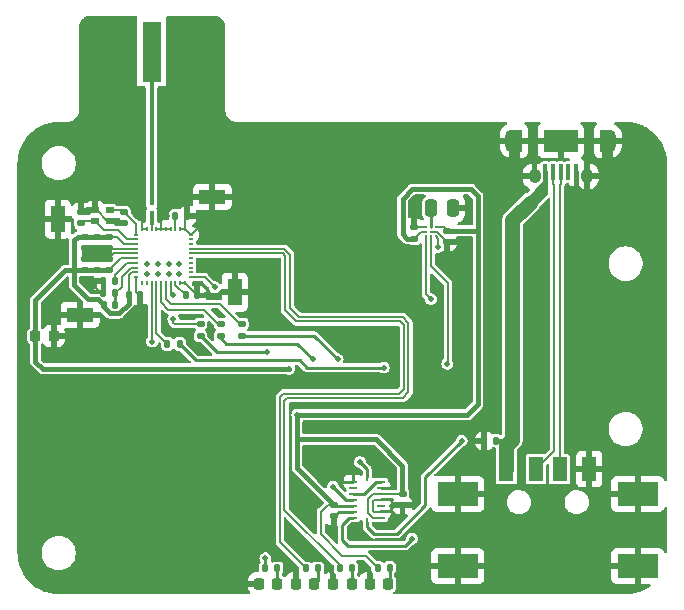
<source format=gtl>
%TF.GenerationSoftware,KiCad,Pcbnew,7.0.1*%
%TF.CreationDate,2023-10-27T08:58:37+02:00*%
%TF.ProjectId,SensorLeapSMA,53656e73-6f72-44c6-9561-70534d412e6b,rev?*%
%TF.SameCoordinates,Original*%
%TF.FileFunction,Copper,L1,Top*%
%TF.FilePolarity,Positive*%
%FSLAX46Y46*%
G04 Gerber Fmt 4.6, Leading zero omitted, Abs format (unit mm)*
G04 Created by KiCad (PCBNEW 7.0.1) date 2023-10-27 08:58:37*
%MOMM*%
%LPD*%
G01*
G04 APERTURE LIST*
G04 Aperture macros list*
%AMRoundRect*
0 Rectangle with rounded corners*
0 $1 Rounding radius*
0 $2 $3 $4 $5 $6 $7 $8 $9 X,Y pos of 4 corners*
0 Add a 4 corners polygon primitive as box body*
4,1,4,$2,$3,$4,$5,$6,$7,$8,$9,$2,$3,0*
0 Add four circle primitives for the rounded corners*
1,1,$1+$1,$2,$3*
1,1,$1+$1,$4,$5*
1,1,$1+$1,$6,$7*
1,1,$1+$1,$8,$9*
0 Add four rect primitives between the rounded corners*
20,1,$1+$1,$2,$3,$4,$5,0*
20,1,$1+$1,$4,$5,$6,$7,0*
20,1,$1+$1,$6,$7,$8,$9,0*
20,1,$1+$1,$8,$9,$2,$3,0*%
G04 Aperture macros list end*
%TA.AperFunction,SMDPad,CuDef*%
%ADD10RoundRect,0.135000X-0.135000X-0.185000X0.135000X-0.185000X0.135000X0.185000X-0.135000X0.185000X0*%
%TD*%
%TA.AperFunction,SMDPad,CuDef*%
%ADD11RoundRect,0.135000X-0.185000X0.135000X-0.185000X-0.135000X0.185000X-0.135000X0.185000X0.135000X0*%
%TD*%
%TA.AperFunction,SMDPad,CuDef*%
%ADD12RoundRect,0.140000X0.140000X0.170000X-0.140000X0.170000X-0.140000X-0.170000X0.140000X-0.170000X0*%
%TD*%
%TA.AperFunction,SMDPad,CuDef*%
%ADD13RoundRect,0.218750X-0.218750X-0.256250X0.218750X-0.256250X0.218750X0.256250X-0.218750X0.256250X0*%
%TD*%
%TA.AperFunction,SMDPad,CuDef*%
%ADD14RoundRect,0.140000X0.170000X-0.140000X0.170000X0.140000X-0.170000X0.140000X-0.170000X-0.140000X0*%
%TD*%
%TA.AperFunction,SMDPad,CuDef*%
%ADD15R,0.685800X0.584200*%
%TD*%
%TA.AperFunction,SMDPad,CuDef*%
%ADD16RoundRect,0.250000X-0.250000X-0.475000X0.250000X-0.475000X0.250000X0.475000X-0.250000X0.475000X0*%
%TD*%
%TA.AperFunction,SMDPad,CuDef*%
%ADD17RoundRect,0.147500X-0.147500X-0.172500X0.147500X-0.172500X0.147500X0.172500X-0.147500X0.172500X0*%
%TD*%
%TA.AperFunction,SMDPad,CuDef*%
%ADD18RoundRect,0.225000X0.225000X0.250000X-0.225000X0.250000X-0.225000X-0.250000X0.225000X-0.250000X0*%
%TD*%
%TA.AperFunction,SMDPad,CuDef*%
%ADD19RoundRect,0.140000X-0.170000X0.140000X-0.170000X-0.140000X0.170000X-0.140000X0.170000X0.140000X0*%
%TD*%
%TA.AperFunction,SMDPad,CuDef*%
%ADD20RoundRect,0.135000X0.135000X0.185000X-0.135000X0.185000X-0.135000X-0.185000X0.135000X-0.185000X0*%
%TD*%
%TA.AperFunction,SMDPad,CuDef*%
%ADD21R,1.250000X2.100000*%
%TD*%
%TA.AperFunction,SMDPad,CuDef*%
%ADD22R,3.500000X2.000000*%
%TD*%
%TA.AperFunction,SMDPad,CuDef*%
%ADD23RoundRect,0.087250X-0.087250X0.192750X-0.087250X-0.192750X0.087250X-0.192750X0.087250X0.192750X0*%
%TD*%
%TA.AperFunction,SMDPad,CuDef*%
%ADD24RoundRect,0.140000X-0.140000X-0.170000X0.140000X-0.170000X0.140000X0.170000X-0.140000X0.170000X0*%
%TD*%
%TA.AperFunction,SMDPad,CuDef*%
%ADD25R,0.400000X0.200000*%
%TD*%
%TA.AperFunction,SMDPad,CuDef*%
%ADD26R,0.200000X0.400000*%
%TD*%
%TA.AperFunction,SMDPad,CuDef*%
%ADD27R,1.200000X2.300000*%
%TD*%
%TA.AperFunction,SMDPad,CuDef*%
%ADD28R,1.520000X5.080000*%
%TD*%
%TA.AperFunction,SMDPad,CuDef*%
%ADD29C,0.269000*%
%TD*%
%TA.AperFunction,SMDPad,CuDef*%
%ADD30R,2.300000X1.200000*%
%TD*%
%TA.AperFunction,SMDPad,CuDef*%
%ADD31R,0.400000X1.350000*%
%TD*%
%TA.AperFunction,ComponentPad*%
%ADD32O,1.000000X1.900000*%
%TD*%
%TA.AperFunction,SMDPad,CuDef*%
%ADD33R,0.875000X1.900000*%
%TD*%
%TA.AperFunction,ComponentPad*%
%ADD34O,1.050000X1.250000*%
%TD*%
%TA.AperFunction,SMDPad,CuDef*%
%ADD35R,2.900000X1.900000*%
%TD*%
%TA.AperFunction,SMDPad,CuDef*%
%ADD36R,0.675000X0.250000*%
%TD*%
%TA.AperFunction,SMDPad,CuDef*%
%ADD37R,0.250000X0.675000*%
%TD*%
%TA.AperFunction,ViaPad*%
%ADD38C,0.500000*%
%TD*%
%TA.AperFunction,Conductor*%
%ADD39C,0.200000*%
%TD*%
%TA.AperFunction,Conductor*%
%ADD40C,0.250000*%
%TD*%
%TA.AperFunction,Conductor*%
%ADD41C,0.349300*%
%TD*%
%TA.AperFunction,Conductor*%
%ADD42C,1.240000*%
%TD*%
%TA.AperFunction,Conductor*%
%ADD43C,0.400000*%
%TD*%
G04 APERTURE END LIST*
D10*
%TO.P,R3,1*%
%TO.N,Net-(U1-GPIO3{slash}TXLED)*%
X87307500Y-77800000D03*
%TO.P,R3,2*%
%TO.N,Net-(D2-A)*%
X88327500Y-77800000D03*
%TD*%
D11*
%TO.P,R6,1*%
%TO.N,Net-(U1-SPIMOSI)*%
X77200000Y-57100000D03*
%TO.P,R6,2*%
%TO.N,SPI_MOSI*%
X77200000Y-58120000D03*
%TD*%
D12*
%TO.P,C11,1*%
%TO.N,Net-(U1-VTX_D)*%
X68240000Y-53500000D03*
%TO.P,C11,2*%
%TO.N,GND*%
X67280000Y-53500000D03*
%TD*%
D13*
%TO.P,D5,1,K*%
%TO.N,GND*%
X80440000Y-79110000D03*
%TO.P,D5,2,A*%
%TO.N,Net-(D5-A)*%
X82015000Y-79110000D03*
%TD*%
D14*
%TO.P,C1,1*%
%TO.N,DW_XT0*%
X65377499Y-48598200D03*
%TO.P,C1,2*%
%TO.N,GND*%
X65377499Y-47638200D03*
%TD*%
D15*
%TO.P,X1,1,X1*%
%TO.N,DW_XT0*%
X66562501Y-48361800D03*
%TO.P,X1,2,GND*%
%TO.N,GND*%
X67837499Y-48361800D03*
%TO.P,X1,3,X2*%
%TO.N,DW_XT1*%
X67837499Y-47498200D03*
%TO.P,X1,4,GND*%
%TO.N,GND*%
X66562501Y-47498200D03*
%TD*%
D16*
%TO.P,C21,1*%
%TO.N,Net-(U5-CRST)*%
X95000000Y-47300000D03*
%TO.P,C21,2*%
%TO.N,GND*%
X96900000Y-47300000D03*
%TD*%
D14*
%TO.P,C23,1*%
%TO.N,+3V3*%
X93600000Y-49880000D03*
%TO.P,C23,2*%
%TO.N,GND*%
X93600000Y-48920000D03*
%TD*%
D17*
%TO.P,FB1,1*%
%TO.N,+3V3*%
X67315000Y-55500000D03*
%TO.P,FB1,2*%
%TO.N,Net-(U1-VDD2a)*%
X68285000Y-55500000D03*
%TD*%
D14*
%TO.P,C19,1*%
%TO.N,GND*%
X92600000Y-72460000D03*
%TO.P,C19,2*%
%TO.N,+3V3*%
X92600000Y-71500000D03*
%TD*%
D18*
%TO.P,C3,1*%
%TO.N,GND*%
X63075000Y-58130000D03*
%TO.P,C3,2*%
%TO.N,+3V3*%
X61525000Y-58130000D03*
%TD*%
D19*
%TO.P,C20,1*%
%TO.N,+3V3*%
X86800000Y-72420000D03*
%TO.P,C20,2*%
%TO.N,GND*%
X86800000Y-73380000D03*
%TD*%
D12*
%TO.P,C6,1*%
%TO.N,Net-(U1-VDD2a)*%
X68240000Y-54470000D03*
%TO.P,C6,2*%
%TO.N,GND*%
X67280000Y-54470000D03*
%TD*%
D19*
%TO.P,C7,1*%
%TO.N,+3V3*%
X67734000Y-49750000D03*
%TO.P,C7,2*%
%TO.N,GND*%
X67734000Y-50710000D03*
%TD*%
D10*
%TO.P,R2,1*%
%TO.N,Net-(U1-GPIO2{slash}RXLED)*%
X84397500Y-77800000D03*
%TO.P,R2,2*%
%TO.N,Net-(D1-A)*%
X85417500Y-77800000D03*
%TD*%
D20*
%TO.P,R1,1*%
%TO.N,GND*%
X74370000Y-47954000D03*
%TO.P,R1,2*%
%TO.N,Net-(U1-RF2)*%
X73350000Y-47954000D03*
%TD*%
D19*
%TO.P,C5,1*%
%TO.N,+3V3*%
X66734000Y-49740000D03*
%TO.P,C5,2*%
%TO.N,GND*%
X66734000Y-50700000D03*
%TD*%
D11*
%TO.P,R5,1*%
%TO.N,Net-(U1-SPIMISO)*%
X79000000Y-57100000D03*
%TO.P,R5,2*%
%TO.N,SPI_MISO*%
X79000000Y-58120000D03*
%TD*%
D21*
%TO.P,USB1,1,VBUS*%
%TO.N,+5V*%
X101400000Y-69400000D03*
%TO.P,USB1,2,D-*%
%TO.N,D-*%
X103900000Y-69400000D03*
%TO.P,USB1,3,D+*%
%TO.N,D+*%
X105900000Y-69400000D03*
%TO.P,USB1,4,GND*%
%TO.N,GND*%
X108400000Y-69400000D03*
D22*
%TO.P,USB1,5,Shield*%
X112525000Y-71500000D03*
%TO.P,USB1,6,Shield*%
X112525000Y-77600000D03*
%TO.P,USB1,7,Shield*%
X97275000Y-77600000D03*
%TO.P,USB1,8,Shield*%
X97275000Y-71500000D03*
%TD*%
D10*
%TO.P,R10,1*%
%TO.N,Net-(J2-GPIO07(SPI_CE1))*%
X80972500Y-77800000D03*
%TO.P,R10,2*%
%TO.N,Net-(D5-A)*%
X81992500Y-77800000D03*
%TD*%
D13*
%TO.P,D4,1,K*%
%TO.N,GND*%
X89822500Y-79100000D03*
%TO.P,D4,2,A*%
%TO.N,Net-(D4-A)*%
X91397500Y-79100000D03*
%TD*%
D23*
%TO.P,C10,1*%
%TO.N,RF1*%
X71360000Y-46820000D03*
%TO.P,C10,2*%
%TO.N,Net-(U1-RF1)*%
X71360000Y-47780000D03*
%TD*%
D10*
%TO.P,R4,1*%
%TO.N,Net-(U1-SPICLK)*%
X72700000Y-58800000D03*
%TO.P,R4,2*%
%TO.N,SPI_CLK*%
X73720000Y-58800000D03*
%TD*%
D24*
%TO.P,C24,1*%
%TO.N,GND*%
X99520000Y-67000000D03*
%TO.P,C24,2*%
%TO.N,+5V*%
X100480000Y-67000000D03*
%TD*%
D19*
%TO.P,C2,1*%
%TO.N,+3V3*%
X65734000Y-49740000D03*
%TO.P,C2,2*%
%TO.N,GND*%
X65734000Y-50700000D03*
%TD*%
D10*
%TO.P,R9,1*%
%TO.N,+3V3*%
X90487500Y-77750000D03*
%TO.P,R9,2*%
%TO.N,Net-(D4-A)*%
X91507500Y-77750000D03*
%TD*%
D19*
%TO.P,C8,1*%
%TO.N,DW_XT1*%
X69017499Y-47638200D03*
%TO.P,C8,2*%
%TO.N,GND*%
X69017499Y-48598200D03*
%TD*%
D14*
%TO.P,C14,1*%
%TO.N,+3V3*%
X65734000Y-52560000D03*
%TO.P,C14,2*%
%TO.N,GND*%
X65734000Y-51600000D03*
%TD*%
D13*
%TO.P,D1,1,K*%
%TO.N,GND*%
X83572500Y-79100000D03*
%TO.P,D1,2,A*%
%TO.N,Net-(D1-A)*%
X85147500Y-79100000D03*
%TD*%
D12*
%TO.P,C9,1*%
%TO.N,GND*%
X75190000Y-54700000D03*
%TO.P,C9,2*%
%TO.N,Net-(U1-VIO_D)*%
X74230000Y-54700000D03*
%TD*%
D13*
%TO.P,D2,1,K*%
%TO.N,GND*%
X86722500Y-79100000D03*
%TO.P,D2,2,A*%
%TO.N,Net-(D2-A)*%
X88297500Y-79100000D03*
%TD*%
D25*
%TO.P,U1,1,IRQ*%
%TO.N,IRQ_DW*%
X74666000Y-53144000D03*
%TO.P,U1,2,GPIO6/SPIPHA*%
%TO.N,unconnected-(U1-GPIO6{slash}SPIPHA-Pad2)*%
X74666000Y-52744000D03*
%TO.P,U1,3,GPIO0/RXOKLED*%
%TO.N,unconnected-(U1-GPIO0{slash}RXOKLED-Pad3)*%
X74666000Y-52344000D03*
%TO.P,U1,4,GPIO1/SFDLED*%
%TO.N,unconnected-(U1-GPIO1{slash}SFDLED-Pad4)*%
X74666000Y-51944000D03*
%TO.P,U1,5,GPIO5/SPIPOL*%
%TO.N,unconnected-(U1-GPIO5{slash}SPIPOL-Pad5)*%
X74666000Y-51544000D03*
%TO.P,U1,6,GPIO2/RXLED*%
%TO.N,Net-(U1-GPIO2{slash}RXLED)*%
X74666000Y-51144000D03*
%TO.P,U1,7,GPIO3/TXLED*%
%TO.N,Net-(U1-GPIO3{slash}TXLED)*%
X74666000Y-50744000D03*
%TO.P,U1,8,GPIO4/EXTPA*%
%TO.N,unconnected-(U1-GPIO4{slash}EXTPA-Pad8)*%
X74666000Y-50344000D03*
%TO.P,U1,9,GPIO07/SYNC*%
%TO.N,unconnected-(U1-GPIO07{slash}SYNC-Pad9)*%
X74666000Y-49944000D03*
%TO.P,U1,10,GND*%
%TO.N,GND*%
X74666000Y-49544000D03*
D26*
%TO.P,U1,11,GND*%
X74166000Y-49044000D03*
%TO.P,U1,12,GND*%
X73766000Y-49044000D03*
%TO.P,U1,13,RF2*%
%TO.N,Net-(U1-RF2)*%
X73366000Y-49044000D03*
%TO.P,U1,14,GND*%
%TO.N,GND*%
X72966000Y-49044000D03*
%TO.P,U1,15,GND*%
X72566000Y-49044000D03*
%TO.P,U1,16,GND*%
X72166000Y-49044000D03*
%TO.P,U1,17,GND*%
X71766000Y-49044000D03*
%TO.P,U1,18,RF1*%
%TO.N,Net-(U1-RF1)*%
X71366000Y-49044000D03*
%TO.P,U1,19,GND*%
%TO.N,GND*%
X70966000Y-49044000D03*
%TO.P,U1,20,GND*%
X70566000Y-49044000D03*
D25*
%TO.P,U1,21,XTI*%
%TO.N,DW_XT1*%
X70066000Y-49544000D03*
%TO.P,U1,22,XTO*%
%TO.N,DW_XT0*%
X70066000Y-49944000D03*
%TO.P,U1,23,VDD2b*%
%TO.N,+3V3*%
X70066000Y-50344000D03*
%TO.P,U1,24,VSS2*%
%TO.N,GND*%
X70066000Y-50744000D03*
%TO.P,U1,25,VSS3*%
X70066000Y-51144000D03*
%TO.P,U1,26,VDD3*%
%TO.N,+3V3*%
X70066000Y-51544000D03*
%TO.P,U1,27,VTX_D*%
%TO.N,Net-(U1-VTX_D)*%
X70066000Y-51944000D03*
%TO.P,U1,28,VDD2a*%
%TO.N,Net-(U1-VDD2a)*%
X70066000Y-52344000D03*
%TO.P,U1,29,VDD1*%
%TO.N,+3V3*%
X70066000Y-52744000D03*
%TO.P,U1,30,VSS1*%
%TO.N,GND*%
X70066000Y-53144000D03*
D26*
%TO.P,U1,31,EXTON*%
%TO.N,unconnected-(U1-EXTON-Pad31)*%
X70566000Y-53644000D03*
%TO.P,U1,32,WAKEUP*%
%TO.N,unconnected-(U1-WAKEUP-Pad32)*%
X70966000Y-53644000D03*
%TO.P,U1,33,RSTn*%
%TO.N,RST_DW*%
X71366000Y-53644000D03*
%TO.P,U1,34,SPICLK*%
%TO.N,Net-(U1-SPICLK)*%
X71766000Y-53644000D03*
%TO.P,U1,35,SPIMOSI*%
%TO.N,Net-(U1-SPIMOSI)*%
X72166000Y-53644000D03*
%TO.P,U1,36,SPIMISO*%
%TO.N,Net-(U1-SPIMISO)*%
X72566000Y-53644000D03*
%TO.P,U1,37,SPICSn*%
%TO.N,Net-(U1-SPICSn)*%
X72966000Y-53644000D03*
%TO.P,U1,38,VIO_D*%
%TO.N,Net-(U1-VIO_D)*%
X73366000Y-53644000D03*
%TO.P,U1,39,VSS*%
%TO.N,GND*%
X73766000Y-53644000D03*
%TO.P,U1,40,VSS*%
X74166000Y-53644000D03*
%TD*%
D27*
%TO.P,MP3,1,1*%
%TO.N,GND*%
X78400000Y-54430000D03*
%TD*%
%TO.P,MP2,1,1*%
%TO.N,GND*%
X63400000Y-48230000D03*
%TD*%
D28*
%TO.P,J1,1,1*%
%TO.N,GND*%
X67110000Y-34100000D03*
%TO.P,J1,2,2*%
%TO.N,RF1*%
X71350000Y-34100000D03*
%TO.P,J1,3,3*%
%TO.N,GND*%
X75590000Y-34100000D03*
%TD*%
D29*
%TO.P,U5,A1,INT*%
%TO.N,IRQ_MM350*%
X95400000Y-49700000D03*
%TO.P,U5,A2,SDA*%
%TO.N,SDA*%
X95000000Y-49700000D03*
%TO.P,U5,A3,SCK*%
%TO.N,SCL*%
X94600000Y-49700000D03*
%TO.P,U5,B1,GND*%
%TO.N,GND*%
X95400000Y-49300000D03*
%TO.P,U5,B2,ADSEL*%
X95000000Y-49300000D03*
%TO.P,U5,B3,VDDIO*%
%TO.N,+3V3*%
X94600000Y-49300000D03*
%TO.P,U5,C1,VDD*%
X95400000Y-48900000D03*
%TO.P,U5,C2,CRST*%
%TO.N,Net-(U5-CRST)*%
X95000000Y-48900000D03*
%TO.P,U5,C3,BYPASS*%
%TO.N,GND*%
X94600000Y-48900000D03*
%TD*%
D30*
%TO.P,MP4,1,1*%
%TO.N,GND*%
X65300000Y-56330000D03*
%TD*%
D24*
%TO.P,C4,1*%
%TO.N,+3V3*%
X69420000Y-54700000D03*
%TO.P,C4,2*%
%TO.N,GND*%
X70380000Y-54700000D03*
%TD*%
D14*
%TO.P,C12,1*%
%TO.N,+3V3*%
X67734000Y-52560000D03*
%TO.P,C12,2*%
%TO.N,GND*%
X67734000Y-51600000D03*
%TD*%
D31*
%TO.P,J3,1,VBUS*%
%TO.N,+5V*%
X104700000Y-44275000D03*
%TO.P,J3,2,D-*%
%TO.N,D-*%
X105350000Y-44275000D03*
%TO.P,J3,3,D+*%
%TO.N,D+*%
X106000000Y-44275000D03*
%TO.P,J3,4,ID*%
%TO.N,unconnected-(J3-ID-Pad4)*%
X106650000Y-44275000D03*
%TO.P,J3,5,GND*%
%TO.N,GND*%
X107300000Y-44275000D03*
D32*
%TO.P,J3,6,Shield*%
X110175000Y-41600000D03*
D33*
X109737500Y-41600000D03*
D34*
X108225000Y-44600000D03*
D35*
X106000000Y-41600000D03*
D34*
X103775000Y-44600000D03*
D33*
X102262500Y-41600000D03*
D32*
X101825000Y-41600000D03*
%TD*%
D14*
%TO.P,C13,1*%
%TO.N,+3V3*%
X66734000Y-52560000D03*
%TO.P,C13,2*%
%TO.N,GND*%
X66734000Y-51600000D03*
%TD*%
D30*
%TO.P,MP1,1,1*%
%TO.N,GND*%
X76500000Y-46330000D03*
%TD*%
D11*
%TO.P,R7,1*%
%TO.N,Net-(U1-SPICSn)*%
X75500000Y-57100000D03*
%TO.P,R7,2*%
%TO.N,SPI_CE0*%
X75500000Y-58120000D03*
%TD*%
D36*
%TO.P,U4,1,INT2*%
%TO.N,Net-(U4-INT2)*%
X90765000Y-70500000D03*
%TO.P,U4,2,NC*%
%TO.N,GND*%
X90765000Y-71000000D03*
%TO.P,U4,3,VDD*%
%TO.N,+3V3*%
X90765000Y-71500000D03*
%TO.P,U4,4,GNDA*%
%TO.N,GND*%
X90765000Y-72000000D03*
%TO.P,U4,5,CSB2*%
%TO.N,unconnected-(U4-CSB2-Pad5)*%
X90765000Y-72500000D03*
%TO.P,U4,6,GNDIO*%
%TO.N,GND*%
X90765000Y-73000000D03*
%TO.P,U4,7,PS*%
%TO.N,+3V3*%
X90765000Y-73500000D03*
D37*
%TO.P,U4,8,SCL/SCK*%
%TO.N,SCL*%
X89600000Y-73915000D03*
D36*
%TO.P,U4,9,SDA/SDI*%
%TO.N,SDA*%
X88435000Y-73500000D03*
%TO.P,U4,10,SDO2*%
%TO.N,GND*%
X88435000Y-73000000D03*
%TO.P,U4,11,VDDIO*%
%TO.N,+3V3*%
X88435000Y-72500000D03*
%TO.P,U4,12,INT3*%
%TO.N,IRQ_GYRO*%
X88435000Y-72000000D03*
%TO.P,U4,13,INT4*%
%TO.N,Net-(U4-INT2)*%
X88435000Y-71500000D03*
%TO.P,U4,14,CSB1*%
%TO.N,unconnected-(U4-CSB1-Pad14)*%
X88435000Y-71000000D03*
%TO.P,U4,15,SDO1*%
%TO.N,GND*%
X88435000Y-70500000D03*
D37*
%TO.P,U4,16,INT1*%
%TO.N,IRQ_ACCEL*%
X89600000Y-70085000D03*
%TD*%
D19*
%TO.P,C22,1*%
%TO.N,+3V3*%
X96400000Y-49220000D03*
%TO.P,C22,2*%
%TO.N,GND*%
X96400000Y-50180000D03*
%TD*%
D38*
%TO.N,IRQ_GYRO*%
X86698000Y-70896000D03*
%TO.N,IRQ_ACCEL*%
X88998000Y-68800000D03*
%TO.N,SPI_MOSI*%
X85000000Y-60100000D03*
%TO.N,SPI_MISO*%
X87100000Y-60100000D03*
%TO.N,SPI_CE0*%
X81100000Y-59500000D03*
%TO.N,SPI_CLK*%
X91000000Y-60800000D03*
%TO.N,SCL*%
X97600000Y-67000000D03*
X95000000Y-55000000D03*
%TO.N,SDA*%
X96400000Y-60500000D03*
X93400000Y-75300000D03*
%TO.N,IRQ_DW*%
X76700000Y-54000000D03*
%TO.N,Net-(U1-SPICSn)*%
X73190000Y-54700000D03*
X73200000Y-56700000D03*
%TO.N,GND*%
X98000000Y-74000000D03*
X70070000Y-42000000D03*
X70070000Y-43200000D03*
X104000000Y-52000000D03*
X78000000Y-72000000D03*
X100000000Y-58000000D03*
X66900000Y-31700000D03*
X96000000Y-42000000D03*
X78000000Y-74000000D03*
X66900000Y-35900000D03*
X75900000Y-32900000D03*
X72090000Y-47100000D03*
X108000000Y-52000000D03*
X75300000Y-33500000D03*
X108000000Y-54000000D03*
X98000000Y-75700000D03*
X71890000Y-52000000D03*
X104000000Y-74000000D03*
X80000000Y-68000000D03*
X76500000Y-35900000D03*
X97600000Y-61700000D03*
X66300000Y-32300000D03*
X88000000Y-52000000D03*
X95000000Y-60000000D03*
X74700000Y-32900000D03*
X108000000Y-56000000D03*
X100000000Y-68000000D03*
X75900000Y-34100000D03*
X114000000Y-60000000D03*
X72100000Y-42300000D03*
X78000000Y-78000000D03*
X110000000Y-74000000D03*
X78000000Y-66000000D03*
X110000000Y-54000000D03*
X81990000Y-46000000D03*
X67240000Y-51170000D03*
X108000000Y-50000000D03*
X80000000Y-54000000D03*
X73690000Y-52000000D03*
X80000000Y-70000000D03*
X68100000Y-35900000D03*
X114000000Y-48000000D03*
X70650000Y-42900000D03*
X104000000Y-72000000D03*
X70070000Y-38400000D03*
X72710000Y-38400000D03*
X84000000Y-46000000D03*
X70650000Y-40500000D03*
X78000000Y-70000000D03*
X71890000Y-52900000D03*
X100000000Y-62000000D03*
X100000000Y-78000000D03*
X72700000Y-46200000D03*
X75900000Y-35900000D03*
X66300000Y-31700000D03*
X75990000Y-44000000D03*
X61000000Y-54000000D03*
X90000000Y-66000000D03*
X70640000Y-47700000D03*
X72100000Y-45300000D03*
X80000000Y-76000000D03*
X66300000Y-35300000D03*
X104000000Y-48000000D03*
X89000000Y-60000000D03*
X100000000Y-76000000D03*
X76500000Y-34100000D03*
X80000000Y-56000000D03*
X88000000Y-50000000D03*
X70060000Y-46800000D03*
X74000000Y-40000000D03*
X84000000Y-48000000D03*
X114000000Y-66000000D03*
X76500000Y-32900000D03*
X100000000Y-60000000D03*
X70650000Y-43500000D03*
X86000000Y-52000000D03*
X112000000Y-44000000D03*
X72700000Y-57400000D03*
X104000000Y-64000000D03*
X75040000Y-47950000D03*
X74700000Y-31700000D03*
X108000000Y-74000000D03*
X65990000Y-60000000D03*
X76500000Y-36500000D03*
X72100000Y-39300000D03*
X110000000Y-50000000D03*
X114000000Y-44000000D03*
X98000000Y-52000000D03*
X98000000Y-44000000D03*
X104000000Y-76000000D03*
X88000000Y-66000000D03*
X72100000Y-40500000D03*
X62000000Y-62000000D03*
X93700000Y-71500000D03*
X70070000Y-40800000D03*
X112000000Y-46000000D03*
X93600000Y-48100000D03*
X66900000Y-32900000D03*
X86000000Y-68000000D03*
X70650000Y-44100000D03*
X68100000Y-31700000D03*
X70060000Y-47400000D03*
X112000000Y-48000000D03*
X70070000Y-45000000D03*
X66490000Y-53900000D03*
X94000000Y-54000000D03*
X75900000Y-36500000D03*
X112000000Y-74000000D03*
X70060000Y-46200000D03*
X72710000Y-39600000D03*
X70000000Y-60000000D03*
X104000000Y-78000000D03*
X66000000Y-62000000D03*
X86200000Y-55500000D03*
X66900000Y-36500000D03*
X74500000Y-56500000D03*
X70650000Y-41100000D03*
X112000000Y-56000000D03*
X65990000Y-58000000D03*
X73990000Y-46000000D03*
X95500000Y-53700000D03*
X70640000Y-45900000D03*
X110000000Y-78000000D03*
X75900000Y-35300000D03*
X63990000Y-54000000D03*
X67500000Y-31700000D03*
X89442500Y-77850000D03*
X68100000Y-32900000D03*
X68100000Y-34100000D03*
X100000000Y-50000000D03*
X67500000Y-32900000D03*
X74000000Y-62000000D03*
X100000000Y-70000000D03*
X76500000Y-34700000D03*
X72100000Y-44700000D03*
X110000000Y-68000000D03*
X72700000Y-48000000D03*
X114000000Y-62000000D03*
X72090000Y-48300000D03*
X74700000Y-33500000D03*
X72710000Y-40200000D03*
X75300000Y-34100000D03*
X112000000Y-58000000D03*
X90600000Y-55500000D03*
X72100000Y-38100000D03*
X70650000Y-39300000D03*
X77000000Y-56200000D03*
X75900000Y-33500000D03*
X88000000Y-46000000D03*
X90000000Y-48000000D03*
X86000000Y-54000000D03*
X72090000Y-46500000D03*
X70000000Y-62000000D03*
X72710000Y-39000000D03*
X62000000Y-46000000D03*
X77990000Y-48000000D03*
X86000000Y-48000000D03*
X67500000Y-35900000D03*
X114000000Y-46000000D03*
X81990000Y-42000000D03*
X74000000Y-64000000D03*
X66900000Y-34100000D03*
X72100000Y-43500000D03*
X98000000Y-54000000D03*
X68100000Y-36500000D03*
X102000000Y-46000000D03*
X80000000Y-50000000D03*
X72100000Y-38700000D03*
X104000000Y-60000000D03*
X72710000Y-42000000D03*
X94000000Y-42000000D03*
X108400000Y-41600000D03*
X67500000Y-36500000D03*
X100000000Y-54000000D03*
X98800000Y-67000000D03*
X68000000Y-40000000D03*
X68100000Y-35300000D03*
X70070000Y-37800000D03*
X104000000Y-62000000D03*
X100000000Y-66000000D03*
X74700000Y-35900000D03*
X66000000Y-46000000D03*
X66000000Y-40000000D03*
X98000000Y-56000000D03*
X96000000Y-74000000D03*
X69900000Y-56400000D03*
X82000000Y-50000000D03*
X82000000Y-48000000D03*
X72090000Y-47700000D03*
X70640000Y-46500000D03*
X114000000Y-54000000D03*
X72700000Y-47400000D03*
X66300000Y-35900000D03*
X72100000Y-39900000D03*
X96000000Y-75700000D03*
X90000000Y-68000000D03*
X70650000Y-41700000D03*
X66900000Y-34700000D03*
X70640000Y-48300000D03*
X72710000Y-43800000D03*
X67990000Y-42000000D03*
X75300000Y-32300000D03*
X76000000Y-66000000D03*
X108000000Y-48000000D03*
X94000000Y-44000000D03*
X70650000Y-44700000D03*
X92000000Y-52000000D03*
X88000000Y-54000000D03*
X70070000Y-41400000D03*
X98000000Y-58000000D03*
X108000000Y-46000000D03*
X76500000Y-31700000D03*
X110000000Y-72000000D03*
X114000000Y-50000000D03*
X75990000Y-42000000D03*
X76500000Y-35300000D03*
X110000000Y-58000000D03*
X90000000Y-44000000D03*
X104000000Y-58000000D03*
X65990000Y-44000000D03*
X78000000Y-76000000D03*
X106000000Y-76000000D03*
X93700000Y-69900000D03*
X100000000Y-56000000D03*
X72710000Y-42600000D03*
X81990000Y-44000000D03*
X90998000Y-68996000D03*
X104000000Y-66000000D03*
X74700000Y-34100000D03*
X72090000Y-45900000D03*
X103600000Y-41600000D03*
X64000000Y-46000000D03*
X80000000Y-52000000D03*
X70000000Y-58000000D03*
X100000000Y-52000000D03*
X104000000Y-54000000D03*
X110000000Y-64000000D03*
X70990000Y-52900000D03*
X86600000Y-74550000D03*
X90000000Y-52000000D03*
X86000000Y-66000000D03*
X76000000Y-52000000D03*
X102000000Y-74000000D03*
X84000000Y-72000000D03*
X66300000Y-36500000D03*
X68100000Y-32300000D03*
X80000000Y-72000000D03*
X102000000Y-76000000D03*
X114000000Y-58000000D03*
X88000000Y-44000000D03*
X70070000Y-42600000D03*
X79990000Y-42000000D03*
X100000000Y-44000000D03*
X70640000Y-47100000D03*
X75300000Y-35300000D03*
X75900000Y-32300000D03*
X67500000Y-34700000D03*
X86698000Y-69596000D03*
X84000000Y-50000000D03*
X102000000Y-78000000D03*
X66240000Y-51170000D03*
X86000000Y-46000000D03*
X84000000Y-76000000D03*
X74000000Y-42000000D03*
X110000000Y-76000000D03*
X106000000Y-78000000D03*
X70650000Y-42300000D03*
X74000000Y-44000000D03*
X72100000Y-44100000D03*
X72710000Y-45000000D03*
X104000000Y-50000000D03*
X72000000Y-62000000D03*
X92000000Y-66000000D03*
X77990000Y-44000000D03*
X67500000Y-32300000D03*
X72790000Y-52900000D03*
X97500000Y-63900000D03*
X84000000Y-44000000D03*
X70990000Y-52000000D03*
X106000000Y-72000000D03*
X76000000Y-40000000D03*
X76500000Y-33500000D03*
X67500000Y-33500000D03*
X76300000Y-57600000D03*
X84000000Y-54000000D03*
X90000000Y-46000000D03*
X66300000Y-33500000D03*
X62000000Y-48000000D03*
X80000000Y-66000000D03*
X72710000Y-41400000D03*
X66900000Y-35300000D03*
X114000000Y-56000000D03*
X72700000Y-46800000D03*
X90000000Y-50000000D03*
X108000000Y-76000000D03*
X86000000Y-44000000D03*
X94000000Y-66000000D03*
X112000000Y-42000000D03*
X64000000Y-62000000D03*
X72100000Y-37500000D03*
X100000000Y-74000000D03*
X66300000Y-32900000D03*
X110000000Y-48000000D03*
X70650000Y-39900000D03*
X64000000Y-60000000D03*
X75900000Y-31700000D03*
X100000000Y-48000000D03*
X114000000Y-68000000D03*
X75300000Y-34700000D03*
X72100000Y-41700000D03*
X70070000Y-39000000D03*
X66300000Y-34700000D03*
X112000000Y-60000000D03*
X78000000Y-68000000D03*
X88000000Y-42000000D03*
X98000000Y-42000000D03*
X78000000Y-52000000D03*
X79990000Y-46000000D03*
X98000000Y-68000000D03*
X98000000Y-50000000D03*
X70650000Y-38100000D03*
X70070000Y-44400000D03*
X80000000Y-48000000D03*
X104000000Y-56000000D03*
X108000000Y-58000000D03*
X110000000Y-70000000D03*
X108000000Y-60000000D03*
X66300000Y-34100000D03*
X102000000Y-44000000D03*
X70070000Y-39600000D03*
X94000000Y-52000000D03*
X75900000Y-54700000D03*
X70070000Y-43800000D03*
X94000000Y-78000000D03*
X62000000Y-50000000D03*
X62000000Y-52000000D03*
X67990000Y-58000000D03*
X79380000Y-79090000D03*
X73690000Y-52900000D03*
X84000000Y-52000000D03*
X72710000Y-44400000D03*
X108000000Y-62000000D03*
X92000000Y-42000000D03*
X74700000Y-34700000D03*
X70070000Y-45600000D03*
X82000000Y-52000000D03*
X114000000Y-52000000D03*
X77990000Y-50000000D03*
X108000000Y-64000000D03*
X72100000Y-41100000D03*
X65990000Y-42000000D03*
X67990000Y-60000000D03*
X72710000Y-43200000D03*
X88000000Y-48000000D03*
X75300000Y-36500000D03*
X90000000Y-42000000D03*
X110000000Y-62000000D03*
X112000000Y-62000000D03*
X92000000Y-50000000D03*
X75990000Y-48000000D03*
X106000000Y-74000000D03*
X86000000Y-50000000D03*
X68000000Y-62000000D03*
X83210000Y-77810000D03*
X72710000Y-45600000D03*
X77990000Y-42000000D03*
X68100000Y-33500000D03*
X74700000Y-32300000D03*
X75300000Y-35900000D03*
X114000000Y-64000000D03*
X92000000Y-54000000D03*
X70650000Y-38700000D03*
X76000000Y-62000000D03*
X110000000Y-56000000D03*
X75900000Y-34700000D03*
X75300000Y-31700000D03*
X92000000Y-44000000D03*
X72100000Y-42900000D03*
X98000000Y-47300000D03*
X110000000Y-46000000D03*
X100000000Y-64000000D03*
X96000000Y-44000000D03*
X110000000Y-60000000D03*
X63000000Y-56000000D03*
X76500000Y-32300000D03*
X66900000Y-32300000D03*
X108000000Y-78000000D03*
X100000000Y-72000000D03*
X88000000Y-68000000D03*
X74700000Y-35300000D03*
X89000000Y-75000000D03*
X76000000Y-50000000D03*
X70060000Y-48000000D03*
X84000000Y-42000000D03*
X110000000Y-44000000D03*
X68000000Y-46000000D03*
X74700000Y-36500000D03*
X82000000Y-54000000D03*
X66900000Y-33500000D03*
X72790000Y-52000000D03*
X76000000Y-64000000D03*
X79990000Y-44000000D03*
X97500000Y-60000000D03*
X67500000Y-34100000D03*
X70650000Y-37500000D03*
X63890000Y-51400000D03*
X86000000Y-42000000D03*
X72710000Y-37800000D03*
X72000000Y-60000000D03*
X100000000Y-42000000D03*
X70070000Y-40200000D03*
X72710000Y-40800000D03*
X96400000Y-51000000D03*
X68100000Y-34700000D03*
X94000000Y-68000000D03*
X80000000Y-74000000D03*
X67500000Y-35300000D03*
X70650000Y-45300000D03*
X75300000Y-32900000D03*
X86292500Y-77850000D03*
X108000000Y-66000000D03*
X67990000Y-44000000D03*
%TO.N,+3V3*%
X83000000Y-60900000D03*
X83700000Y-64800000D03*
%TO.N,RST_DW*%
X71400000Y-58600000D03*
%TO.N,Net-(J2-GPIO07(SPI_CE1))*%
X80992500Y-76950000D03*
%TO.N,IRQ_MM350*%
X95600000Y-50600000D03*
%TD*%
D39*
%TO.N,Net-(U1-GPIO2{slash}RXLED)*%
X82444000Y-51144000D02*
X74666000Y-51144000D01*
X82650000Y-51350000D02*
X82444000Y-51144000D01*
D40*
%TO.N,IRQ_GYRO*%
X87798000Y-71996000D02*
X86698000Y-70896000D01*
X88398000Y-71996000D02*
X87798000Y-71996000D01*
%TO.N,IRQ_ACCEL*%
X89600000Y-70085000D02*
X89600000Y-69402000D01*
X89600000Y-69402000D02*
X88998000Y-68800000D01*
%TO.N,SPI_MOSI*%
X77200000Y-58320000D02*
X77680000Y-58800000D01*
X83700000Y-58800000D02*
X77680000Y-58800000D01*
X77200000Y-58120000D02*
X77200000Y-58320000D01*
X85000000Y-60100000D02*
X83700000Y-58800000D01*
%TO.N,SPI_MISO*%
X87100000Y-60100000D02*
X85120000Y-58120000D01*
X85120000Y-58120000D02*
X79000000Y-58120000D01*
%TO.N,SPI_CE0*%
X81100000Y-59500000D02*
X76880000Y-59500000D01*
X76880000Y-59500000D02*
X75500000Y-58120000D01*
%TO.N,SPI_CLK*%
X75120000Y-60200000D02*
X73720000Y-58800000D01*
X91000000Y-60800000D02*
X84500000Y-60800000D01*
X84500000Y-60800000D02*
X83900000Y-60200000D01*
X83900000Y-60200000D02*
X75120000Y-60200000D01*
%TO.N,Net-(U5-CRST)*%
X95000000Y-48900000D02*
X95000000Y-47300000D01*
%TO.N,Net-(D5-A)*%
X82010000Y-79160000D02*
X82010000Y-77817500D01*
X82010000Y-77817500D02*
X81992500Y-77800000D01*
%TO.N,SCL*%
X94525000Y-70075000D02*
X97600000Y-67000000D01*
X89600000Y-74300000D02*
X89600000Y-73915000D01*
D39*
X94600000Y-49700000D02*
X94600000Y-54600000D01*
X94600000Y-54600000D02*
X95000000Y-55000000D01*
D40*
X90200000Y-74900000D02*
X89600000Y-74300000D01*
X94525000Y-72469000D02*
X94525000Y-70075000D01*
X92098000Y-74896000D02*
X90204000Y-74896000D01*
X90204000Y-74896000D02*
X90200000Y-74900000D01*
X94525000Y-72469000D02*
X92098000Y-74896000D01*
D39*
%TO.N,SDA*%
X96450000Y-60450000D02*
X96450000Y-53650000D01*
D40*
X87998000Y-75896000D02*
X92804000Y-75896000D01*
X87498000Y-74102000D02*
X88100000Y-73500000D01*
X87498000Y-75396000D02*
X87498000Y-74102000D01*
D39*
X95000000Y-52200000D02*
X95000000Y-49700000D01*
X96400000Y-60500000D02*
X96450000Y-60450000D01*
D40*
X88100000Y-73500000D02*
X88435000Y-73500000D01*
D39*
X96450000Y-53650000D02*
X95000000Y-52200000D01*
D40*
X92804000Y-75896000D02*
X93400000Y-75300000D01*
X87998000Y-75896000D02*
X87498000Y-75396000D01*
D39*
%TO.N,DW_XT0*%
X67300000Y-49130000D02*
X66562501Y-48392501D01*
X66562501Y-48392501D02*
X66562501Y-48361800D01*
X65613899Y-48361800D02*
X65377499Y-48598200D01*
X66562501Y-48361800D02*
X65613899Y-48361800D01*
X68500000Y-49130000D02*
X67300000Y-49130000D01*
X69314000Y-49944000D02*
X70066000Y-49944000D01*
X69314000Y-49944000D02*
X68500000Y-49130000D01*
%TO.N,Net-(U1-VDD2a)*%
X68810000Y-53120000D02*
X68810000Y-53950000D01*
X70066000Y-52344000D02*
X69586000Y-52344000D01*
D40*
X68240000Y-54470000D02*
X68240000Y-55335000D01*
X68240000Y-55335000D02*
X68175000Y-55400000D01*
D39*
X69586000Y-52344000D02*
X68810000Y-53120000D01*
X68240000Y-54520000D02*
X68810000Y-53950000D01*
%TO.N,DW_XT1*%
X67837499Y-47498200D02*
X68877499Y-47498200D01*
X70066000Y-49544000D02*
X70066000Y-48686701D01*
X68877499Y-47498200D02*
X69017499Y-47638200D01*
X70066000Y-48686701D02*
X69017499Y-47638200D01*
%TO.N,Net-(U1-VIO_D)*%
X73366000Y-53836000D02*
X74230000Y-54700000D01*
X73366000Y-53644000D02*
X73366000Y-53836000D01*
D41*
%TO.N,Net-(U1-RF1)*%
X71360000Y-47780000D02*
X71360000Y-48658000D01*
X71360000Y-48658000D02*
X71366000Y-48664000D01*
D39*
X71366000Y-49044000D02*
X71366000Y-48664000D01*
%TO.N,Net-(U1-VTX_D)*%
X68240000Y-52970000D02*
X69266000Y-51944000D01*
X69266000Y-51944000D02*
X70066000Y-51944000D01*
X68240000Y-53500000D02*
X68240000Y-52970000D01*
%TO.N,Net-(U1-RF2)*%
X73366000Y-48024000D02*
X73296000Y-47954000D01*
X73366000Y-49044000D02*
X73366000Y-48024000D01*
D42*
%TO.N,+5V*%
X101900000Y-48335696D02*
X103400000Y-46835696D01*
D43*
X104700000Y-45100000D02*
X103300000Y-46500000D01*
X104700000Y-46000000D02*
X103400000Y-47300000D01*
X104700000Y-44275000D02*
X104700000Y-45100000D01*
D42*
X101400000Y-69400000D02*
X101400000Y-67400000D01*
D43*
X104700000Y-45100000D02*
X104700000Y-45535696D01*
X104700000Y-45100000D02*
X104700000Y-46000000D01*
X104700000Y-45535696D02*
X103400000Y-46835696D01*
X101000000Y-67000000D02*
X101400000Y-67400000D01*
D42*
X101900000Y-66900000D02*
X101900000Y-48335696D01*
D43*
X100480000Y-67000000D02*
X101000000Y-67000000D01*
D42*
X101400000Y-67400000D02*
X101900000Y-66900000D01*
D39*
%TO.N,IRQ_DW*%
X75844000Y-53144000D02*
X74666000Y-53144000D01*
X76700000Y-54000000D02*
X75844000Y-53144000D01*
%TO.N,Net-(U1-SPICLK)*%
X71766000Y-57866000D02*
X72700000Y-58800000D01*
X71766000Y-53644000D02*
X71766000Y-57866000D01*
%TO.N,Net-(U1-SPIMISO)*%
X77150000Y-55450000D02*
X78800000Y-57100000D01*
X72992000Y-55450000D02*
X77150000Y-55450000D01*
X72566000Y-53644000D02*
X72566000Y-55024000D01*
X72566000Y-55024000D02*
X72992000Y-55450000D01*
X78800000Y-57100000D02*
X79000000Y-57100000D01*
%TO.N,Net-(U1-SPIMOSI)*%
X75800000Y-55900000D02*
X77000000Y-57100000D01*
X77000000Y-57100000D02*
X77200000Y-57100000D01*
X72166000Y-55284000D02*
X72782000Y-55900000D01*
X72166000Y-53644000D02*
X72166000Y-55284000D01*
X72782000Y-55900000D02*
X75800000Y-55900000D01*
%TO.N,Net-(U1-SPICSn)*%
X72966000Y-54476000D02*
X73190000Y-54700000D01*
X73200000Y-57000000D02*
X73300000Y-57100000D01*
X73200000Y-57000000D02*
X73200000Y-56700000D01*
X72966000Y-53644000D02*
X72966000Y-54476000D01*
X73300000Y-57100000D02*
X75500000Y-57100000D01*
%TO.N,Net-(U1-GPIO2{slash}RXLED)*%
X82200000Y-75563603D02*
X84397500Y-77761103D01*
X82500000Y-63000000D02*
X82200000Y-63300000D01*
X92700000Y-62600000D02*
X92300000Y-63000000D01*
X82650000Y-55950000D02*
X83600000Y-56900000D01*
X83600000Y-56900000D02*
X92400000Y-56900000D01*
X84397500Y-77761103D02*
X84397500Y-77800000D01*
X92700000Y-57200000D02*
X92700000Y-62600000D01*
X92400000Y-56900000D02*
X92700000Y-57200000D01*
X92300000Y-63000000D02*
X82500000Y-63000000D01*
X82200000Y-63300000D02*
X82200000Y-75563603D01*
X82650000Y-51350000D02*
X82650000Y-55950000D01*
%TO.N,Net-(U1-GPIO3{slash}TXLED)*%
X83100000Y-55750000D02*
X83850000Y-56500000D01*
X82600000Y-63650000D02*
X82600000Y-72850000D01*
X93100000Y-62900000D02*
X92600000Y-63400000D01*
X87307500Y-77557500D02*
X87307500Y-77800000D01*
X93100000Y-57000000D02*
X93100000Y-62900000D01*
X92600000Y-56500000D02*
X93100000Y-57000000D01*
X82850000Y-63400000D02*
X82600000Y-63650000D01*
X83100000Y-51250000D02*
X83100000Y-55750000D01*
X92600000Y-63400000D02*
X82850000Y-63400000D01*
X82594000Y-50744000D02*
X83100000Y-51250000D01*
X83850000Y-56500000D02*
X92600000Y-56500000D01*
X74666000Y-50744000D02*
X82594000Y-50744000D01*
X82600000Y-72850000D02*
X87307500Y-77557500D01*
%TO.N,GND*%
X67274000Y-51170000D02*
X67734000Y-50710000D01*
X70966000Y-49044000D02*
X70566000Y-49044000D01*
X67240000Y-51170000D02*
X67304000Y-51170000D01*
D40*
X86722500Y-78280000D02*
X86292500Y-77850000D01*
D39*
X70576000Y-43574000D02*
X70650000Y-43500000D01*
X67164000Y-51170000D02*
X66734000Y-51600000D01*
D43*
X99520000Y-67000000D02*
X98800000Y-67000000D01*
D39*
X90090500Y-72071000D02*
X90090500Y-72921000D01*
X74666000Y-49544000D02*
X74166000Y-49044000D01*
X66264000Y-51170000D02*
X66734000Y-50700000D01*
D40*
X89822500Y-78230000D02*
X89442500Y-77850000D01*
D39*
X67240000Y-51170000D02*
X67204000Y-51170000D01*
D40*
X91500000Y-71000000D02*
X91900000Y-70600000D01*
D39*
X90169500Y-73000000D02*
X90765000Y-73000000D01*
D40*
X102275500Y-41596000D02*
X102270500Y-41591000D01*
D39*
X94600000Y-48900000D02*
X93620000Y-48900000D01*
X66240000Y-51170000D02*
X66164000Y-51170000D01*
X91494000Y-73000000D02*
X92038000Y-72456000D01*
X66164000Y-51170000D02*
X65734000Y-51600000D01*
D40*
X91096000Y-68996000D02*
X90998000Y-68996000D01*
X80440000Y-79110000D02*
X79400000Y-79110000D01*
X89822500Y-79100000D02*
X89822500Y-78230000D01*
D39*
X72166000Y-48376000D02*
X72090000Y-48300000D01*
X68190000Y-51144000D02*
X70066000Y-51144000D01*
X74166000Y-53644000D02*
X74166000Y-53676000D01*
X70066000Y-50744000D02*
X67768000Y-50744000D01*
X66734000Y-50700000D02*
X65734000Y-50700000D01*
X67280000Y-54470000D02*
X67060000Y-54470000D01*
X95000000Y-49300000D02*
X95400000Y-49300000D01*
X90765000Y-73000000D02*
X91494000Y-73000000D01*
X90169500Y-72000000D02*
X90765000Y-72000000D01*
X67734000Y-51600000D02*
X68190000Y-51144000D01*
X67304000Y-51170000D02*
X67734000Y-51600000D01*
X74316000Y-47954000D02*
X75036000Y-47954000D01*
X67734000Y-50710000D02*
X66744000Y-50710000D01*
X74166000Y-49044000D02*
X74166000Y-48104000D01*
X69017499Y-48598200D02*
X68073899Y-48598200D01*
X72166000Y-49044000D02*
X72166000Y-48376000D01*
X67240000Y-51170000D02*
X67164000Y-51170000D01*
X90765000Y-72000000D02*
X91582000Y-72000000D01*
X90090500Y-72921000D02*
X90169500Y-73000000D01*
D40*
X83572500Y-79100000D02*
X83572500Y-78172500D01*
D39*
X74166000Y-48104000D02*
X74316000Y-47954000D01*
X72166000Y-49044000D02*
X72566000Y-49044000D01*
X67204000Y-51170000D02*
X66734000Y-50700000D01*
X70566000Y-49044000D02*
X70566000Y-48374000D01*
X74666000Y-49544000D02*
X75990000Y-48220000D01*
X67837499Y-48361800D02*
X67597501Y-48361800D01*
X93600000Y-48920000D02*
X93600000Y-48100000D01*
D40*
X91900000Y-70600000D02*
X91900000Y-69800000D01*
X92598000Y-72456000D02*
X92038000Y-72456000D01*
X87602000Y-70500000D02*
X86698000Y-69596000D01*
D39*
X75990000Y-48220000D02*
X75990000Y-48000000D01*
X90165500Y-71996000D02*
X90090500Y-72071000D01*
X66562501Y-47498200D02*
X65517499Y-47498200D01*
X67240000Y-51170000D02*
X67274000Y-51170000D01*
X95400000Y-49300000D02*
X95520000Y-49300000D01*
X67597501Y-48361800D02*
X66733901Y-47498200D01*
X90165500Y-71996000D02*
X90169500Y-72000000D01*
X70576000Y-38774000D02*
X70650000Y-38700000D01*
X67768000Y-50744000D02*
X67734000Y-50710000D01*
X67060000Y-54470000D02*
X66490000Y-53900000D01*
D41*
X96900000Y-47300000D02*
X98000000Y-47300000D01*
D40*
X107300000Y-45300000D02*
X108000000Y-46000000D01*
D39*
X66744000Y-51650000D02*
X66734000Y-51640000D01*
D40*
X107300000Y-44275000D02*
X107300000Y-45300000D01*
D39*
X72566000Y-49044000D02*
X72966000Y-49044000D01*
X66240000Y-51170000D02*
X66204000Y-51170000D01*
X75036000Y-47954000D02*
X75040000Y-47950000D01*
X67280000Y-53500000D02*
X66890000Y-53500000D01*
X91582000Y-72000000D02*
X92038000Y-72456000D01*
X66733901Y-47498200D02*
X66562501Y-47498200D01*
X68073899Y-48598200D02*
X67837499Y-48361800D01*
X96400000Y-50180000D02*
X96400000Y-51000000D01*
X66744000Y-50710000D02*
X66734000Y-50700000D01*
X70066000Y-54386000D02*
X70380000Y-54700000D01*
D40*
X88435000Y-73000000D02*
X87180000Y-73000000D01*
D39*
X95520000Y-49300000D02*
X96400000Y-50180000D01*
X66304000Y-51170000D02*
X66734000Y-51600000D01*
D40*
X88435000Y-70500000D02*
X87602000Y-70500000D01*
D39*
X74166000Y-53676000D02*
X75190000Y-54700000D01*
X93620000Y-48900000D02*
X93600000Y-48920000D01*
D40*
X87180000Y-73000000D02*
X86800000Y-73380000D01*
D39*
X71766000Y-49044000D02*
X72166000Y-49044000D01*
X65517499Y-47498200D02*
X65377499Y-47638200D01*
X67760000Y-50684000D02*
X67734000Y-50710000D01*
D40*
X83572500Y-78172500D02*
X83210000Y-77810000D01*
D39*
X70066000Y-53144000D02*
X70066000Y-54386000D01*
D40*
X90765000Y-71000000D02*
X91500000Y-71000000D01*
X79400000Y-79110000D02*
X79380000Y-79090000D01*
D39*
X66240000Y-51170000D02*
X66304000Y-51170000D01*
X66890000Y-53500000D02*
X66490000Y-53900000D01*
X65734000Y-51640000D02*
X65770000Y-51640000D01*
X74166000Y-53644000D02*
X73766000Y-53644000D01*
X66204000Y-51170000D02*
X65734000Y-50700000D01*
D40*
X91900000Y-69800000D02*
X91096000Y-68996000D01*
D39*
X66240000Y-51170000D02*
X66264000Y-51170000D01*
X70566000Y-48374000D02*
X70640000Y-48300000D01*
X70576000Y-41174000D02*
X70650000Y-41100000D01*
X74166000Y-49044000D02*
X73766000Y-49044000D01*
X70576000Y-45974000D02*
X70650000Y-45900000D01*
D40*
X86722500Y-79100000D02*
X86722500Y-78280000D01*
D39*
%TO.N,+3V3*%
X94600000Y-49300000D02*
X94180000Y-49300000D01*
D43*
X83690000Y-66890000D02*
X83680000Y-66900000D01*
X96400000Y-49220000D02*
X96420000Y-49200000D01*
X66000000Y-55000000D02*
X66815000Y-55000000D01*
D39*
X69420000Y-52990000D02*
X69420000Y-54700000D01*
D43*
X66815000Y-55000000D02*
X67315000Y-55500000D01*
X67724000Y-49740000D02*
X67734000Y-49750000D01*
D39*
X85700000Y-73000000D02*
X85700000Y-74936397D01*
D43*
X90392000Y-66890000D02*
X83690000Y-66890000D01*
X66734000Y-49740000D02*
X67724000Y-49740000D01*
D39*
X69004000Y-50344000D02*
X68410000Y-49750000D01*
X68410000Y-49750000D02*
X67734000Y-49750000D01*
X86800000Y-72420000D02*
X86280000Y-72420000D01*
X89690500Y-71905314D02*
X89690500Y-73088500D01*
D43*
X64790000Y-50040000D02*
X65090000Y-49740000D01*
X92598000Y-69096000D02*
X92598000Y-71496000D01*
X61525000Y-58130000D02*
X61525000Y-60302818D01*
D39*
X86280000Y-72420000D02*
X85700000Y-73000000D01*
X90102000Y-73500000D02*
X90765000Y-73500000D01*
D43*
X99000000Y-46300000D02*
X98400000Y-45700000D01*
D39*
X90099814Y-71496000D02*
X89690500Y-71905314D01*
X96080000Y-48900000D02*
X96400000Y-49220000D01*
D43*
X65734000Y-52560000D02*
X64030000Y-52560000D01*
X83700000Y-64800000D02*
X98100000Y-64800000D01*
X67315000Y-55715000D02*
X67800000Y-56200000D01*
D39*
X70066000Y-51544000D02*
X68750000Y-51544000D01*
D43*
X99000000Y-49100000D02*
X99000000Y-46300000D01*
X93400000Y-45700000D02*
X92600000Y-46500000D01*
X61525000Y-60302818D02*
X62122182Y-60900000D01*
D39*
X89690500Y-73088500D02*
X90102000Y-73500000D01*
D43*
X98900000Y-49200000D02*
X99000000Y-49100000D01*
X90392000Y-66890000D02*
X92598000Y-69096000D01*
X64790000Y-53790000D02*
X64790000Y-50040000D01*
X99000000Y-63900000D02*
X99000000Y-49100000D01*
X92980000Y-49880000D02*
X93600000Y-49880000D01*
D39*
X95400000Y-48900000D02*
X96080000Y-48900000D01*
D43*
X67315000Y-55500000D02*
X67315000Y-55715000D01*
X83680000Y-66900000D02*
X83680000Y-64800000D01*
X69420000Y-55380000D02*
X69420000Y-54700000D01*
X65734000Y-49740000D02*
X66734000Y-49740000D01*
X66000000Y-55000000D02*
X64790000Y-53790000D01*
X61525000Y-55065000D02*
X61525000Y-58130000D01*
D40*
X86878000Y-72496000D02*
X86798000Y-72416000D01*
D39*
X89477500Y-76740000D02*
X90487500Y-77750000D01*
X85700000Y-74936397D02*
X87503603Y-76740000D01*
D43*
X92600000Y-46500000D02*
X92600000Y-49500000D01*
D40*
X88435000Y-72500000D02*
X86880000Y-72500000D01*
D39*
X68750000Y-51544000D02*
X67734000Y-52560000D01*
X94180000Y-49300000D02*
X93600000Y-49880000D01*
X70066000Y-52744000D02*
X69666000Y-52744000D01*
D43*
X65734000Y-52560000D02*
X66734000Y-52560000D01*
D39*
X90765000Y-71500000D02*
X90103814Y-71500000D01*
X70066000Y-50344000D02*
X69004000Y-50344000D01*
D43*
X62122182Y-60900000D02*
X83000000Y-60900000D01*
X83680000Y-69300000D02*
X86800000Y-72420000D01*
D39*
X86876000Y-72496000D02*
X86800000Y-72420000D01*
D43*
X98400000Y-45700000D02*
X93400000Y-45700000D01*
X67800000Y-56200000D02*
X68600000Y-56200000D01*
D39*
X90765000Y-71500000D02*
X92600000Y-71500000D01*
D43*
X65090000Y-49740000D02*
X65734000Y-49740000D01*
D39*
X87503603Y-76740000D02*
X89477500Y-76740000D01*
D43*
X68600000Y-56200000D02*
X69420000Y-55380000D01*
X98100000Y-64800000D02*
X99000000Y-63900000D01*
X64030000Y-52560000D02*
X61525000Y-55065000D01*
X66734000Y-52560000D02*
X67734000Y-52560000D01*
D40*
X86880000Y-72500000D02*
X86800000Y-72420000D01*
D43*
X92600000Y-49500000D02*
X92980000Y-49880000D01*
D39*
X90103814Y-71500000D02*
X90099814Y-71496000D01*
D43*
X96420000Y-49200000D02*
X98900000Y-49200000D01*
X83680000Y-66900000D02*
X83680000Y-69300000D01*
D39*
X69666000Y-52744000D02*
X69420000Y-52990000D01*
D41*
%TO.N,RF1*%
X71360000Y-46820000D02*
X71360000Y-34100000D01*
D40*
%TO.N,Net-(D1-A)*%
X85417500Y-77800000D02*
X85417500Y-78875000D01*
X85422500Y-78825000D02*
X85147500Y-79100000D01*
%TO.N,Net-(D2-A)*%
X88327500Y-77800000D02*
X88327500Y-79115000D01*
D39*
%TO.N,RST_DW*%
X71366000Y-53644000D02*
X71366000Y-58566000D01*
X71366000Y-58566000D02*
X71400000Y-58600000D01*
%TO.N,D-*%
X105350000Y-45287501D02*
X105449999Y-45387502D01*
X105449999Y-45387502D02*
X105449999Y-67850001D01*
X105350000Y-44275000D02*
X105350000Y-45287501D01*
X105449999Y-67850001D02*
X103900000Y-69400000D01*
%TO.N,D+*%
X106000000Y-44275000D02*
X106000000Y-45287501D01*
X105900000Y-45387501D02*
X105900000Y-69400000D01*
X106000000Y-45287501D02*
X105900000Y-45387501D01*
D40*
%TO.N,Net-(U4-INT2)*%
X89352500Y-71500000D02*
X90352500Y-70500000D01*
X90352500Y-70500000D02*
X90765000Y-70500000D01*
X88435000Y-71500000D02*
X89352500Y-71500000D01*
%TO.N,Net-(D4-A)*%
X91507500Y-77750000D02*
X91507500Y-79035000D01*
X91512500Y-78985000D02*
X91397500Y-79100000D01*
%TO.N,Net-(J2-GPIO07(SPI_CE1))*%
X80972500Y-77800000D02*
X80972500Y-76970000D01*
X80972500Y-76970000D02*
X80992500Y-76950000D01*
D39*
%TO.N,IRQ_MM350*%
X95600000Y-50600000D02*
X95600000Y-49900000D01*
X95600000Y-49900000D02*
X95400000Y-49700000D01*
%TD*%
%TA.AperFunction,Conductor*%
%TO.N,GND*%
G36*
X76605392Y-31000972D02*
G01*
X76617433Y-31002025D01*
X76644880Y-31004426D01*
X76645961Y-31004526D01*
X76771776Y-31016918D01*
X76791685Y-31020541D01*
X76856467Y-31037899D01*
X76860203Y-31038966D01*
X76951570Y-31066682D01*
X76967959Y-31072952D01*
X77033867Y-31103686D01*
X77039867Y-31106685D01*
X77073196Y-31124500D01*
X77119046Y-31149008D01*
X77131715Y-31156791D01*
X77192889Y-31199625D01*
X77200430Y-31205346D01*
X77268455Y-31261172D01*
X77277472Y-31269345D01*
X77330653Y-31322526D01*
X77338826Y-31331543D01*
X77394652Y-31399568D01*
X77400373Y-31407109D01*
X77443207Y-31468283D01*
X77450990Y-31480952D01*
X77493304Y-31560114D01*
X77496328Y-31566163D01*
X77527041Y-31632027D01*
X77533319Y-31648436D01*
X77561008Y-31739713D01*
X77562123Y-31743616D01*
X77579454Y-31808298D01*
X77583082Y-31828238D01*
X77595456Y-31953882D01*
X77595581Y-31955223D01*
X77599028Y-31994604D01*
X77599500Y-32005416D01*
X77599500Y-39087533D01*
X77614668Y-39173561D01*
X77629899Y-39259938D01*
X77689775Y-39424445D01*
X77777308Y-39576055D01*
X77889837Y-39710163D01*
X78023945Y-39822692D01*
X78175555Y-39910225D01*
X78340062Y-39970101D01*
X78420676Y-39984315D01*
X78509631Y-40000000D01*
X73000000Y-40000000D01*
X73000000Y-31560000D01*
X74830000Y-31560000D01*
X74830000Y-36640000D01*
X76350000Y-36640000D01*
X76350000Y-31560000D01*
X74830000Y-31560000D01*
X73000000Y-31560000D01*
X73000000Y-31000500D01*
X76594587Y-31000500D01*
X76605392Y-31000972D01*
G37*
%TD.AperFunction*%
%TD*%
%TA.AperFunction,Conductor*%
%TO.N,GND*%
G36*
X70000000Y-40000000D02*
G01*
X64290369Y-40000000D01*
X64341128Y-39991049D01*
X64459938Y-39970101D01*
X64624445Y-39910225D01*
X64776055Y-39822692D01*
X64910163Y-39710163D01*
X65022692Y-39576055D01*
X65110225Y-39424445D01*
X65170101Y-39259938D01*
X65200500Y-39087532D01*
X65200500Y-39000000D01*
X65200500Y-38999500D01*
X65200500Y-32005412D01*
X65200972Y-31994605D01*
X65204415Y-31955250D01*
X65204540Y-31953904D01*
X65216918Y-31828221D01*
X65220540Y-31808318D01*
X65237908Y-31743498D01*
X65238956Y-31739828D01*
X65266685Y-31648419D01*
X65272948Y-31632049D01*
X65303700Y-31566102D01*
X65306670Y-31560161D01*
X65306756Y-31560000D01*
X66350000Y-31560000D01*
X66350000Y-36640000D01*
X67870000Y-36640000D01*
X67870000Y-31560000D01*
X66350000Y-31560000D01*
X65306756Y-31560000D01*
X65349012Y-31480944D01*
X65356786Y-31468289D01*
X65399639Y-31407089D01*
X65405330Y-31399587D01*
X65461191Y-31331521D01*
X65469325Y-31322547D01*
X65522547Y-31269325D01*
X65531521Y-31261191D01*
X65599587Y-31205330D01*
X65607089Y-31199639D01*
X65668289Y-31156786D01*
X65680944Y-31149012D01*
X65760161Y-31106670D01*
X65766102Y-31103700D01*
X65832049Y-31072948D01*
X65848419Y-31066685D01*
X65939828Y-31038956D01*
X65943498Y-31037908D01*
X66008318Y-31020540D01*
X66028221Y-31016918D01*
X66153927Y-31004537D01*
X66155204Y-31004419D01*
X66194605Y-31000971D01*
X66205412Y-31000500D01*
X70000000Y-31000500D01*
X70000000Y-40000000D01*
G37*
%TD.AperFunction*%
%TD*%
%TA.AperFunction,Conductor*%
%TO.N,GND*%
G36*
X73000000Y-37000000D02*
G01*
X72464268Y-37000000D01*
X72467546Y-36997546D01*
X72553796Y-36882331D01*
X72604091Y-36747483D01*
X72610500Y-36687873D01*
X72610499Y-31512128D01*
X72604091Y-31452517D01*
X72560824Y-31336513D01*
X72545228Y-31242389D01*
X72566174Y-31149306D01*
X72620589Y-31070934D01*
X72700483Y-31018779D01*
X72794126Y-31000500D01*
X73000000Y-31000500D01*
X73000000Y-37000000D01*
G37*
%TD.AperFunction*%
%TA.AperFunction,Conductor*%
G36*
X70079411Y-31070934D02*
G01*
X70133826Y-31149306D01*
X70154772Y-31242389D01*
X70139175Y-31336516D01*
X70095908Y-31452518D01*
X70089500Y-31512125D01*
X70089500Y-36687869D01*
X70089501Y-36687874D01*
X70095909Y-36747483D01*
X70146204Y-36882331D01*
X70232453Y-36997545D01*
X70232454Y-36997546D01*
X70235732Y-37000000D01*
X70000000Y-37000000D01*
X70000000Y-31019094D01*
X70079411Y-31070934D01*
G37*
%TD.AperFunction*%
%TD*%
%TA.AperFunction,Conductor*%
%TO.N,GND*%
G36*
X72200000Y-48544000D02*
G01*
X72084151Y-48544001D01*
X72007206Y-48531814D01*
X71937792Y-48496447D01*
X71882705Y-48441360D01*
X71847337Y-48371946D01*
X71835150Y-48295001D01*
X71835150Y-47729230D01*
X71834999Y-47727123D01*
X71834999Y-47556735D01*
X71820619Y-47465934D01*
X71793670Y-47413044D01*
X71769596Y-47338951D01*
X71769596Y-47261046D01*
X71793668Y-47186956D01*
X71820619Y-47134065D01*
X71835000Y-47043265D01*
X71834999Y-46872907D01*
X71835150Y-46870808D01*
X71835150Y-40000000D01*
X72200000Y-40000000D01*
X72200000Y-48544000D01*
G37*
%TD.AperFunction*%
%TA.AperFunction,Conductor*%
G36*
X70884850Y-46870671D02*
G01*
X70885000Y-46872775D01*
X70885000Y-47043264D01*
X70899380Y-47134064D01*
X70926330Y-47186956D01*
X70950403Y-47261047D01*
X70950404Y-47338951D01*
X70926330Y-47413043D01*
X70899381Y-47465932D01*
X70885000Y-47556738D01*
X70885000Y-47727224D01*
X70884850Y-47729328D01*
X70884850Y-48295000D01*
X70865896Y-48390288D01*
X70811920Y-48471070D01*
X70731138Y-48525046D01*
X70635850Y-48544000D01*
X70600000Y-48544000D01*
X70600000Y-40000000D01*
X70884850Y-40000000D01*
X70884850Y-46870671D01*
G37*
%TD.AperFunction*%
%TD*%
%TA.AperFunction,Conductor*%
%TO.N,GND*%
G36*
X78512467Y-40000500D02*
G01*
X78512468Y-40000500D01*
X78599901Y-40000500D01*
X78600000Y-40000500D01*
X78600500Y-40000500D01*
X101357586Y-40000500D01*
X101423178Y-40019268D01*
X101468914Y-40069891D01*
X101480950Y-40137045D01*
X101455642Y-40200401D01*
X101400652Y-40240781D01*
X101382335Y-40247564D01*
X101209736Y-40355145D01*
X101062330Y-40495266D01*
X100946144Y-40662194D01*
X100865940Y-40849092D01*
X100825000Y-41048311D01*
X100825000Y-41350000D01*
X103200000Y-41350000D01*
X103200000Y-40602176D01*
X103193597Y-40542624D01*
X103143352Y-40407910D01*
X103057188Y-40292810D01*
X102964958Y-40223767D01*
X102926474Y-40176011D01*
X102915585Y-40115654D01*
X102934954Y-40057460D01*
X102979842Y-40015668D01*
X103039269Y-40000500D01*
X104210731Y-40000500D01*
X104270158Y-40015668D01*
X104315046Y-40057460D01*
X104334415Y-40115654D01*
X104323526Y-40176011D01*
X104285042Y-40223767D01*
X104192811Y-40292810D01*
X104106647Y-40407910D01*
X104056402Y-40542624D01*
X104050000Y-40602176D01*
X104050000Y-41350000D01*
X107950000Y-41350000D01*
X107950000Y-40602176D01*
X107943597Y-40542624D01*
X107893352Y-40407910D01*
X107807188Y-40292810D01*
X107714958Y-40223767D01*
X107676474Y-40176011D01*
X107665585Y-40115654D01*
X107684954Y-40057460D01*
X107729842Y-40015668D01*
X107789269Y-40000500D01*
X108960731Y-40000500D01*
X109020158Y-40015668D01*
X109065046Y-40057460D01*
X109084415Y-40115654D01*
X109073526Y-40176011D01*
X109035042Y-40223767D01*
X108942811Y-40292810D01*
X108856647Y-40407910D01*
X108806402Y-40542624D01*
X108800000Y-40602176D01*
X108800000Y-41350000D01*
X111175000Y-41350000D01*
X111175000Y-41099290D01*
X111159580Y-40947660D01*
X111098696Y-40753610D01*
X110999996Y-40575785D01*
X110867520Y-40421468D01*
X110706692Y-40296978D01*
X110582027Y-40235828D01*
X110532754Y-40192211D01*
X110512737Y-40129526D01*
X110527612Y-40065425D01*
X110573190Y-40017960D01*
X110636635Y-40000500D01*
X111496949Y-40000500D01*
X111503032Y-40000649D01*
X111507384Y-40000862D01*
X111652450Y-40007989D01*
X111843670Y-40018010D01*
X111855324Y-40019177D01*
X112021254Y-40043791D01*
X112022225Y-40043940D01*
X112194897Y-40071289D01*
X112205570Y-40073465D01*
X112371374Y-40114997D01*
X112373014Y-40115422D01*
X112538880Y-40159866D01*
X112548544Y-40162884D01*
X112710526Y-40220843D01*
X112713188Y-40221830D01*
X112746726Y-40234704D01*
X112872097Y-40282829D01*
X112880623Y-40286475D01*
X113036869Y-40360374D01*
X113040055Y-40361939D01*
X113130279Y-40407910D01*
X113191094Y-40438897D01*
X113198547Y-40443023D01*
X113347075Y-40532047D01*
X113350824Y-40534387D01*
X113492670Y-40626503D01*
X113498977Y-40630884D01*
X113638210Y-40734147D01*
X113642365Y-40737367D01*
X113773635Y-40843667D01*
X113778872Y-40848155D01*
X113907389Y-40964636D01*
X113911797Y-40968833D01*
X114031165Y-41088201D01*
X114035362Y-41092609D01*
X114151843Y-41221126D01*
X114156331Y-41226363D01*
X114262620Y-41357619D01*
X114265851Y-41361788D01*
X114369114Y-41501021D01*
X114373512Y-41507353D01*
X114465599Y-41649155D01*
X114467963Y-41652942D01*
X114556975Y-41801451D01*
X114561101Y-41808904D01*
X114638037Y-41959898D01*
X114639647Y-41963176D01*
X114680475Y-42049500D01*
X114713510Y-42119345D01*
X114717179Y-42127925D01*
X114778168Y-42286810D01*
X114779155Y-42289472D01*
X114837111Y-42451447D01*
X114840135Y-42461128D01*
X114884535Y-42626827D01*
X114885044Y-42628792D01*
X114926526Y-42794398D01*
X114928715Y-42805130D01*
X114956041Y-42977665D01*
X114956226Y-42978867D01*
X114980818Y-43144649D01*
X114981990Y-43156354D01*
X114989830Y-43305941D01*
X114990000Y-43312431D01*
X114990000Y-70298940D01*
X114971262Y-70364483D01*
X114920711Y-70410217D01*
X114853626Y-70422321D01*
X114790280Y-70397136D01*
X114749818Y-70342274D01*
X114718352Y-70257910D01*
X114632188Y-70142811D01*
X114517089Y-70056647D01*
X114382375Y-70006402D01*
X114322824Y-70000000D01*
X112775000Y-70000000D01*
X112775000Y-73000000D01*
X114322824Y-73000000D01*
X114382375Y-72993597D01*
X114517089Y-72943352D01*
X114632188Y-72857188D01*
X114718352Y-72742089D01*
X114749818Y-72657726D01*
X114790280Y-72602864D01*
X114853626Y-72577679D01*
X114920711Y-72589783D01*
X114971262Y-72635517D01*
X114990000Y-72701060D01*
X114990000Y-76398940D01*
X114971262Y-76464483D01*
X114920711Y-76510217D01*
X114853626Y-76522321D01*
X114790280Y-76497136D01*
X114749818Y-76442274D01*
X114718352Y-76357910D01*
X114632188Y-76242811D01*
X114517089Y-76156647D01*
X114382375Y-76106402D01*
X114322824Y-76100000D01*
X112775000Y-76100000D01*
X112775000Y-79100000D01*
X113486483Y-79100000D01*
X113546007Y-79115221D01*
X113590918Y-79157147D01*
X113610190Y-79215485D01*
X113599093Y-79275914D01*
X113560349Y-79323598D01*
X113498976Y-79369115D01*
X113492645Y-79373512D01*
X113350843Y-79465599D01*
X113347056Y-79467963D01*
X113198547Y-79556975D01*
X113191094Y-79561101D01*
X113040100Y-79638037D01*
X113036822Y-79639647D01*
X112880653Y-79713510D01*
X112872073Y-79717179D01*
X112713188Y-79778168D01*
X112710526Y-79779155D01*
X112548551Y-79837111D01*
X112538870Y-79840135D01*
X112373171Y-79884535D01*
X112371206Y-79885044D01*
X112205600Y-79926526D01*
X112194868Y-79928715D01*
X112022333Y-79956041D01*
X112021131Y-79956226D01*
X111855349Y-79980818D01*
X111843644Y-79981990D01*
X111652774Y-79991993D01*
X111652369Y-79992014D01*
X111503033Y-79999351D01*
X111496948Y-79999500D01*
X91912554Y-79999500D01*
X91853127Y-79984332D01*
X91808238Y-79942539D01*
X91788870Y-79884346D01*
X91799760Y-79823988D01*
X91838244Y-79776232D01*
X91843446Y-79772337D01*
X91843450Y-79772336D01*
X91951472Y-79691472D01*
X92032336Y-79583450D01*
X92079491Y-79457022D01*
X92085500Y-79401130D01*
X92085500Y-78798870D01*
X92079491Y-78742978D01*
X92032336Y-78616550D01*
X92032334Y-78616547D01*
X91951473Y-78508528D01*
X91932691Y-78494469D01*
X91896116Y-78450706D01*
X91883000Y-78395201D01*
X91883000Y-78291040D01*
X91892439Y-78243587D01*
X91919320Y-78203358D01*
X91960577Y-78162101D01*
X92017082Y-78046518D01*
X92028000Y-77971585D01*
X92028000Y-77850000D01*
X95025000Y-77850000D01*
X95025000Y-78647824D01*
X95031402Y-78707375D01*
X95081647Y-78842089D01*
X95167811Y-78957188D01*
X95282910Y-79043352D01*
X95417624Y-79093597D01*
X95477176Y-79100000D01*
X97025000Y-79100000D01*
X97025000Y-77850000D01*
X97525000Y-77850000D01*
X97525000Y-79100000D01*
X99072824Y-79100000D01*
X99132375Y-79093597D01*
X99267089Y-79043352D01*
X99382188Y-78957188D01*
X99468352Y-78842089D01*
X99518597Y-78707375D01*
X99525000Y-78647824D01*
X99525000Y-77850000D01*
X110275000Y-77850000D01*
X110275000Y-78647824D01*
X110281402Y-78707375D01*
X110331647Y-78842089D01*
X110417811Y-78957188D01*
X110532910Y-79043352D01*
X110667624Y-79093597D01*
X110727176Y-79100000D01*
X112275000Y-79100000D01*
X112275000Y-77850000D01*
X110275000Y-77850000D01*
X99525000Y-77850000D01*
X97525000Y-77850000D01*
X97025000Y-77850000D01*
X95025000Y-77850000D01*
X92028000Y-77850000D01*
X92028000Y-77528415D01*
X92017082Y-77453481D01*
X91966493Y-77350000D01*
X95025000Y-77350000D01*
X97025000Y-77350000D01*
X97025000Y-76100000D01*
X97525000Y-76100000D01*
X97525000Y-77350000D01*
X99525000Y-77350000D01*
X110275000Y-77350000D01*
X112275000Y-77350000D01*
X112275000Y-76100000D01*
X110727176Y-76100000D01*
X110667624Y-76106402D01*
X110532910Y-76156647D01*
X110417811Y-76242811D01*
X110331647Y-76357910D01*
X110281402Y-76492624D01*
X110275000Y-76552176D01*
X110275000Y-77350000D01*
X99525000Y-77350000D01*
X99525000Y-76552176D01*
X99518597Y-76492624D01*
X99468352Y-76357910D01*
X99382188Y-76242811D01*
X99267089Y-76156647D01*
X99132375Y-76106402D01*
X99072824Y-76100000D01*
X97525000Y-76100000D01*
X97025000Y-76100000D01*
X95477176Y-76100000D01*
X95417624Y-76106402D01*
X95282910Y-76156647D01*
X95167811Y-76242811D01*
X95081647Y-76357910D01*
X95031402Y-76492624D01*
X95025000Y-76552176D01*
X95025000Y-77350000D01*
X91966493Y-77350000D01*
X91960577Y-77337898D01*
X91869601Y-77246922D01*
X91754018Y-77190417D01*
X91679085Y-77179500D01*
X91679082Y-77179500D01*
X91335918Y-77179500D01*
X91335915Y-77179500D01*
X91260981Y-77190417D01*
X91145398Y-77246922D01*
X91085181Y-77307140D01*
X91029594Y-77339234D01*
X90965406Y-77339234D01*
X90909819Y-77307140D01*
X90849601Y-77246922D01*
X90734018Y-77190417D01*
X90659085Y-77179500D01*
X90659082Y-77179500D01*
X90464043Y-77179500D01*
X90416590Y-77170061D01*
X90376362Y-77143181D01*
X90076851Y-76843670D01*
X89760138Y-76526956D01*
X89744009Y-76507094D01*
X89738938Y-76499332D01*
X89738937Y-76499331D01*
X89731256Y-76493352D01*
X89693864Y-76445312D01*
X89683842Y-76385262D01*
X89703610Y-76327679D01*
X89748401Y-76286445D01*
X89807419Y-76271500D01*
X92752195Y-76271500D01*
X92777641Y-76274139D01*
X92781440Y-76274935D01*
X92788268Y-76276367D01*
X92818138Y-76272643D01*
X92819677Y-76272452D01*
X92835014Y-76271500D01*
X92835111Y-76271500D01*
X92835114Y-76271500D01*
X92855643Y-76268073D01*
X92860659Y-76267342D01*
X92912626Y-76260866D01*
X92912628Y-76260864D01*
X92920457Y-76259889D01*
X92920666Y-76259822D01*
X92927607Y-76256065D01*
X92927610Y-76256065D01*
X92973666Y-76231140D01*
X92978144Y-76228835D01*
X93025211Y-76205826D01*
X93025212Y-76205824D01*
X93032308Y-76202356D01*
X93032476Y-76202230D01*
X93037824Y-76196419D01*
X93037826Y-76196419D01*
X93073294Y-76157889D01*
X93076771Y-76154264D01*
X93394220Y-75836816D01*
X93434446Y-75809939D01*
X93454952Y-75805859D01*
X93454854Y-75805523D01*
X93471960Y-75800500D01*
X93471961Y-75800500D01*
X93610053Y-75759953D01*
X93731128Y-75682143D01*
X93825377Y-75573373D01*
X93885165Y-75442457D01*
X93905647Y-75300000D01*
X93885165Y-75157543D01*
X93885164Y-75157541D01*
X93825376Y-75026625D01*
X93731129Y-74917858D01*
X93731128Y-74917857D01*
X93610053Y-74840047D01*
X93471961Y-74799500D01*
X93328039Y-74799500D01*
X93189947Y-74840047D01*
X93068870Y-74917858D01*
X92974623Y-75026625D01*
X92914835Y-75157541D01*
X92904489Y-75229497D01*
X92892635Y-75267353D01*
X92869432Y-75299529D01*
X92684781Y-75484181D01*
X92644553Y-75511061D01*
X92597100Y-75520500D01*
X92120991Y-75520500D01*
X92086484Y-75511634D01*
X92050965Y-75520500D01*
X90282861Y-75520500D01*
X90221602Y-75504312D01*
X90199728Y-75482885D01*
X90184112Y-75500866D01*
X90117151Y-75520500D01*
X88204899Y-75520500D01*
X88157446Y-75511061D01*
X88117218Y-75484181D01*
X87909819Y-75276781D01*
X87882939Y-75236553D01*
X87873500Y-75189100D01*
X87873500Y-74308899D01*
X87882939Y-74261446D01*
X87909819Y-74221218D01*
X88219218Y-73911819D01*
X88259446Y-73884939D01*
X88306899Y-73875500D01*
X88797175Y-73875500D01*
X88827996Y-73869369D01*
X88870240Y-73860966D01*
X88953101Y-73805601D01*
X88997398Y-73739303D01*
X89044204Y-73697711D01*
X89105367Y-73684291D01*
X89165289Y-73702467D01*
X89208689Y-73747606D01*
X89224500Y-73808195D01*
X89224500Y-74248195D01*
X89221861Y-74273641D01*
X89219633Y-74284266D01*
X89223548Y-74315677D01*
X89224500Y-74331014D01*
X89224500Y-74331116D01*
X89227918Y-74351602D01*
X89228657Y-74356670D01*
X89236107Y-74416438D01*
X89236185Y-74416682D01*
X89264827Y-74469608D01*
X89267171Y-74474162D01*
X89293634Y-74528292D01*
X89293777Y-74528482D01*
X89299579Y-74533824D01*
X89299581Y-74533826D01*
X89338108Y-74569293D01*
X89341780Y-74572817D01*
X89919871Y-75150908D01*
X89926802Y-75158436D01*
X89953959Y-75190500D01*
X89990049Y-75212005D01*
X89998617Y-75217603D01*
X90032801Y-75242010D01*
X90032969Y-75242060D01*
X90033176Y-75242122D01*
X90061271Y-75254444D01*
X90061615Y-75254649D01*
X90102747Y-75263273D01*
X90112654Y-75265782D01*
X90117930Y-75267353D01*
X90152535Y-75277656D01*
X90200715Y-75308851D01*
X90217200Y-75291311D01*
X90277738Y-75272606D01*
X90298802Y-75271735D01*
X90298834Y-75272519D01*
X90304256Y-75271500D01*
X92046195Y-75271500D01*
X92071637Y-75274137D01*
X92076408Y-75275138D01*
X92087607Y-75280565D01*
X92105654Y-75273452D01*
X92113677Y-75272452D01*
X92129014Y-75271500D01*
X92129111Y-75271500D01*
X92129114Y-75271500D01*
X92149643Y-75268073D01*
X92154659Y-75267342D01*
X92206626Y-75260866D01*
X92206628Y-75260864D01*
X92214457Y-75259889D01*
X92214666Y-75259822D01*
X92221607Y-75256065D01*
X92221610Y-75256065D01*
X92267666Y-75231140D01*
X92272144Y-75228835D01*
X92319211Y-75205826D01*
X92319212Y-75205824D01*
X92326308Y-75202356D01*
X92326476Y-75202230D01*
X92331824Y-75196419D01*
X92331826Y-75196419D01*
X92367294Y-75157889D01*
X92370795Y-75154240D01*
X94753889Y-72771146D01*
X94773741Y-72755025D01*
X94782836Y-72749084D01*
X94802273Y-72724110D01*
X94812453Y-72712583D01*
X94812519Y-72712518D01*
X94824624Y-72695561D01*
X94827638Y-72691519D01*
X94850191Y-72662544D01*
X94902210Y-72623491D01*
X94966842Y-72616143D01*
X95026301Y-72642525D01*
X95064223Y-72695375D01*
X95081646Y-72742086D01*
X95167811Y-72857188D01*
X95282910Y-72943352D01*
X95417624Y-72993597D01*
X95477176Y-73000000D01*
X97025000Y-73000000D01*
X97025000Y-71750000D01*
X97525000Y-71750000D01*
X97525000Y-73000000D01*
X99072824Y-73000000D01*
X99132375Y-72993597D01*
X99267089Y-72943352D01*
X99382188Y-72857188D01*
X99468352Y-72742089D01*
X99518597Y-72607375D01*
X99525000Y-72547824D01*
X99525000Y-72199999D01*
X101419538Y-72199999D01*
X101439337Y-72401031D01*
X101461818Y-72475141D01*
X101497977Y-72594341D01*
X101593202Y-72772494D01*
X101618570Y-72803405D01*
X101721352Y-72928647D01*
X101799429Y-72992722D01*
X101877506Y-73056798D01*
X102055659Y-73152023D01*
X102248967Y-73210662D01*
X102399620Y-73225500D01*
X102500379Y-73225500D01*
X102500380Y-73225500D01*
X102651033Y-73210662D01*
X102844341Y-73152023D01*
X103022494Y-73056798D01*
X103178647Y-72928647D01*
X103306798Y-72772494D01*
X103402023Y-72594341D01*
X103460662Y-72401033D01*
X103480462Y-72200000D01*
X103480462Y-72199999D01*
X106319538Y-72199999D01*
X106339337Y-72401031D01*
X106361818Y-72475141D01*
X106397977Y-72594341D01*
X106493202Y-72772494D01*
X106518570Y-72803405D01*
X106621352Y-72928647D01*
X106699429Y-72992722D01*
X106777506Y-73056798D01*
X106955659Y-73152023D01*
X107148967Y-73210662D01*
X107299620Y-73225500D01*
X107400379Y-73225500D01*
X107400380Y-73225500D01*
X107551033Y-73210662D01*
X107744341Y-73152023D01*
X107922494Y-73056798D01*
X108078647Y-72928647D01*
X108206798Y-72772494D01*
X108302023Y-72594341D01*
X108360662Y-72401033D01*
X108380462Y-72200000D01*
X108360662Y-71998967D01*
X108302023Y-71805659D01*
X108272273Y-71750000D01*
X110275000Y-71750000D01*
X110275000Y-72547824D01*
X110281402Y-72607375D01*
X110331647Y-72742089D01*
X110417811Y-72857188D01*
X110532910Y-72943352D01*
X110667624Y-72993597D01*
X110727176Y-73000000D01*
X112275000Y-73000000D01*
X112275000Y-71750000D01*
X110275000Y-71750000D01*
X108272273Y-71750000D01*
X108206798Y-71627506D01*
X108113616Y-71513963D01*
X108078647Y-71471352D01*
X107938031Y-71355953D01*
X107922494Y-71343202D01*
X107833417Y-71295589D01*
X107748126Y-71250000D01*
X110275000Y-71250000D01*
X112275000Y-71250000D01*
X112275000Y-70000000D01*
X110727176Y-70000000D01*
X110667624Y-70006402D01*
X110532910Y-70056647D01*
X110417811Y-70142811D01*
X110331647Y-70257910D01*
X110281402Y-70392624D01*
X110275000Y-70452176D01*
X110275000Y-71250000D01*
X107748126Y-71250000D01*
X107744343Y-71247978D01*
X107744342Y-71247977D01*
X107744341Y-71247977D01*
X107647687Y-71218657D01*
X107551031Y-71189337D01*
X107416837Y-71176120D01*
X107400380Y-71174500D01*
X107299620Y-71174500D01*
X107284782Y-71175961D01*
X107148968Y-71189337D01*
X106955656Y-71247978D01*
X106777507Y-71343201D01*
X106621352Y-71471352D01*
X106493201Y-71627507D01*
X106397978Y-71805656D01*
X106339337Y-71998968D01*
X106319538Y-72199999D01*
X103480462Y-72199999D01*
X103460662Y-71998967D01*
X103402023Y-71805659D01*
X103306798Y-71627506D01*
X103213616Y-71513963D01*
X103178647Y-71471352D01*
X103038031Y-71355953D01*
X103022494Y-71343202D01*
X102933417Y-71295589D01*
X102844343Y-71247978D01*
X102844342Y-71247977D01*
X102844341Y-71247977D01*
X102747687Y-71218657D01*
X102651031Y-71189337D01*
X102516837Y-71176120D01*
X102500380Y-71174500D01*
X102399620Y-71174500D01*
X102384782Y-71175961D01*
X102248968Y-71189337D01*
X102055656Y-71247978D01*
X101877507Y-71343201D01*
X101721352Y-71471352D01*
X101593201Y-71627507D01*
X101497978Y-71805656D01*
X101439337Y-71998968D01*
X101419538Y-72199999D01*
X99525000Y-72199999D01*
X99525000Y-71750000D01*
X97525000Y-71750000D01*
X97025000Y-71750000D01*
X97025000Y-70000000D01*
X97525000Y-70000000D01*
X97525000Y-71250000D01*
X99525000Y-71250000D01*
X99525000Y-70452176D01*
X99518597Y-70392624D01*
X99468352Y-70257910D01*
X99382188Y-70142811D01*
X99267089Y-70056647D01*
X99132375Y-70006402D01*
X99072824Y-70000000D01*
X97525000Y-70000000D01*
X97025000Y-70000000D01*
X95477174Y-70000000D01*
X95438818Y-70004123D01*
X95378930Y-69995729D01*
X95330133Y-69960009D01*
X95304035Y-69905457D01*
X95306840Y-69845049D01*
X95337882Y-69793154D01*
X97594218Y-67536819D01*
X97634446Y-67509939D01*
X97654952Y-67505859D01*
X97654854Y-67505523D01*
X97671960Y-67500500D01*
X97671961Y-67500500D01*
X97810053Y-67459953D01*
X97931128Y-67382143D01*
X98025377Y-67273373D01*
X98036051Y-67250000D01*
X98741210Y-67250000D01*
X98742854Y-67270915D01*
X98787967Y-67426194D01*
X98870281Y-67565379D01*
X98984620Y-67679718D01*
X99123803Y-67762031D01*
X99270000Y-67804504D01*
X99770000Y-67804504D01*
X99916196Y-67762031D01*
X100055378Y-67679718D01*
X100148333Y-67586763D01*
X100197697Y-67556512D01*
X100255411Y-67551970D01*
X100309265Y-67560500D01*
X100309265Y-67560499D01*
X100309266Y-67560500D01*
X100405500Y-67560500D01*
X100467500Y-67577113D01*
X100512887Y-67622500D01*
X100529500Y-67684500D01*
X100529500Y-68287978D01*
X100527117Y-68312171D01*
X100524500Y-68325327D01*
X100524500Y-70474675D01*
X100539033Y-70547738D01*
X100539033Y-70547739D01*
X100539034Y-70547740D01*
X100594399Y-70630601D01*
X100677260Y-70685966D01*
X100708042Y-70692089D01*
X100750325Y-70700500D01*
X100750326Y-70700500D01*
X102049674Y-70700500D01*
X102049675Y-70700500D01*
X102080345Y-70694399D01*
X102122740Y-70685966D01*
X102205601Y-70630601D01*
X102260966Y-70547740D01*
X102275500Y-70474674D01*
X102275500Y-68325326D01*
X102272882Y-68312168D01*
X102270500Y-68287978D01*
X102270500Y-67811935D01*
X102279939Y-67764483D01*
X102306816Y-67724256D01*
X102486972Y-67544099D01*
X102494340Y-67537307D01*
X102535706Y-67502172D01*
X102584865Y-67437501D01*
X102586868Y-67434938D01*
X102637793Y-67371588D01*
X102637845Y-67371482D01*
X102650219Y-67351531D01*
X102650292Y-67351436D01*
X102684417Y-67277675D01*
X102685828Y-67274733D01*
X102686829Y-67272712D01*
X102721921Y-67201958D01*
X102721950Y-67201838D01*
X102729749Y-67179692D01*
X102729796Y-67179590D01*
X102747253Y-67100279D01*
X102748020Y-67097006D01*
X102767617Y-67018210D01*
X102767620Y-67018093D01*
X102770474Y-66994787D01*
X102770500Y-66994673D01*
X102770500Y-66913495D01*
X102770545Y-66910137D01*
X102771048Y-66891574D01*
X102772745Y-66828935D01*
X102772721Y-66828814D01*
X102770500Y-66805446D01*
X102770500Y-48747631D01*
X102779939Y-48700178D01*
X102806819Y-48659950D01*
X103425969Y-48040800D01*
X104048910Y-47417859D01*
X104137792Y-47307284D01*
X104221921Y-47137655D01*
X104221921Y-47137652D01*
X104227913Y-47125572D01*
X104229434Y-47126326D01*
X104253702Y-47083400D01*
X104887818Y-46449283D01*
X104937181Y-46419034D01*
X104994897Y-46414492D01*
X105048384Y-46436647D01*
X105085984Y-46480670D01*
X105099499Y-46536965D01*
X105099499Y-67653458D01*
X105090060Y-67700911D01*
X105063182Y-67741136D01*
X104766818Y-68037500D01*
X104725944Y-68078374D01*
X104674258Y-68109353D01*
X104614072Y-68112309D01*
X104549676Y-68099500D01*
X104549674Y-68099500D01*
X103250326Y-68099500D01*
X103250325Y-68099500D01*
X103177261Y-68114033D01*
X103094399Y-68169399D01*
X103039033Y-68252261D01*
X103024500Y-68325325D01*
X103024500Y-70474675D01*
X103039033Y-70547738D01*
X103039033Y-70547739D01*
X103039034Y-70547740D01*
X103094399Y-70630601D01*
X103177260Y-70685966D01*
X103208042Y-70692089D01*
X103250325Y-70700500D01*
X103250326Y-70700500D01*
X104549674Y-70700500D01*
X104549675Y-70700500D01*
X104580345Y-70694399D01*
X104622740Y-70685966D01*
X104705601Y-70630601D01*
X104760966Y-70547740D01*
X104775500Y-70474674D01*
X104775500Y-69071544D01*
X104784939Y-69024091D01*
X104811819Y-68983863D01*
X104812819Y-68982863D01*
X104862182Y-68952613D01*
X104919898Y-68948071D01*
X104973385Y-68970226D01*
X105010985Y-69014249D01*
X105024500Y-69070544D01*
X105024500Y-70474675D01*
X105039033Y-70547738D01*
X105039033Y-70547739D01*
X105039034Y-70547740D01*
X105094399Y-70630601D01*
X105177260Y-70685966D01*
X105208042Y-70692089D01*
X105250325Y-70700500D01*
X105250326Y-70700500D01*
X106549674Y-70700500D01*
X106549675Y-70700500D01*
X106580345Y-70694399D01*
X106622740Y-70685966D01*
X106705601Y-70630601D01*
X106760966Y-70547740D01*
X106775500Y-70474674D01*
X106775500Y-69650000D01*
X107275000Y-69650000D01*
X107275000Y-70497824D01*
X107281402Y-70557375D01*
X107331647Y-70692089D01*
X107417811Y-70807188D01*
X107532910Y-70893352D01*
X107667624Y-70943597D01*
X107727176Y-70950000D01*
X108150000Y-70950000D01*
X108150000Y-69650000D01*
X108650000Y-69650000D01*
X108650000Y-70950000D01*
X109072824Y-70950000D01*
X109132375Y-70943597D01*
X109267089Y-70893352D01*
X109382188Y-70807188D01*
X109468352Y-70692089D01*
X109518597Y-70557375D01*
X109525000Y-70497824D01*
X109525000Y-69650000D01*
X108650000Y-69650000D01*
X108150000Y-69650000D01*
X107275000Y-69650000D01*
X106775500Y-69650000D01*
X106775500Y-69150000D01*
X107275000Y-69150000D01*
X108150000Y-69150000D01*
X108150000Y-67850000D01*
X108650000Y-67850000D01*
X108650000Y-69150000D01*
X109525000Y-69150000D01*
X109525000Y-68302176D01*
X109518597Y-68242624D01*
X109468352Y-68107910D01*
X109382188Y-67992811D01*
X109267089Y-67906647D01*
X109132375Y-67856402D01*
X109072824Y-67850000D01*
X108650000Y-67850000D01*
X108150000Y-67850000D01*
X107727176Y-67850000D01*
X107667624Y-67856402D01*
X107532910Y-67906647D01*
X107417811Y-67992811D01*
X107331647Y-68107910D01*
X107281402Y-68242624D01*
X107275000Y-68302176D01*
X107275000Y-69150000D01*
X106775500Y-69150000D01*
X106775500Y-68325326D01*
X106760966Y-68252260D01*
X106705601Y-68169399D01*
X106622740Y-68114034D01*
X106622739Y-68114033D01*
X106622738Y-68114033D01*
X106549675Y-68099500D01*
X106549674Y-68099500D01*
X106374500Y-68099500D01*
X106312500Y-68082887D01*
X106267113Y-68037500D01*
X106250500Y-67975500D01*
X106250500Y-66120191D01*
X110049500Y-66120191D01*
X110089066Y-66357299D01*
X110167116Y-66584652D01*
X110167117Y-66584655D01*
X110167118Y-66584656D01*
X110185085Y-66617857D01*
X110281531Y-66796072D01*
X110402125Y-66951010D01*
X110429175Y-66985764D01*
X110606031Y-67148571D01*
X110807272Y-67280049D01*
X111027409Y-67376610D01*
X111260437Y-67435620D01*
X111332266Y-67441572D01*
X111440004Y-67450500D01*
X111440010Y-67450500D01*
X111559990Y-67450500D01*
X111559996Y-67450500D01*
X111657938Y-67442383D01*
X111739563Y-67435620D01*
X111972591Y-67376610D01*
X112192728Y-67280049D01*
X112393969Y-67148571D01*
X112570825Y-66985764D01*
X112718472Y-66796067D01*
X112832882Y-66584656D01*
X112910934Y-66357297D01*
X112950500Y-66120192D01*
X112950500Y-65879808D01*
X112910934Y-65642703D01*
X112832882Y-65415344D01*
X112718472Y-65203933D01*
X112718469Y-65203929D01*
X112718468Y-65203927D01*
X112570827Y-65014239D01*
X112570825Y-65014236D01*
X112393969Y-64851429D01*
X112192728Y-64719951D01*
X111972591Y-64623390D01*
X111739563Y-64564380D01*
X111739561Y-64564379D01*
X111739558Y-64564379D01*
X111559996Y-64549500D01*
X111559990Y-64549500D01*
X111440010Y-64549500D01*
X111440004Y-64549500D01*
X111260441Y-64564379D01*
X111260437Y-64564379D01*
X111260437Y-64564380D01*
X111027409Y-64623390D01*
X110807272Y-64719951D01*
X110606031Y-64851429D01*
X110442964Y-65001543D01*
X110429172Y-65014239D01*
X110281531Y-65203927D01*
X110167116Y-65415347D01*
X110089066Y-65642700D01*
X110049500Y-65879809D01*
X110049500Y-66120191D01*
X106250500Y-66120191D01*
X106250500Y-52120192D01*
X110049500Y-52120192D01*
X110061014Y-52189189D01*
X110089066Y-52357299D01*
X110167116Y-52584652D01*
X110167117Y-52584655D01*
X110167118Y-52584656D01*
X110280081Y-52793394D01*
X110281531Y-52796072D01*
X110398428Y-52946260D01*
X110429175Y-52985764D01*
X110606031Y-53148571D01*
X110807272Y-53280049D01*
X111027409Y-53376610D01*
X111260437Y-53435620D01*
X111332266Y-53441571D01*
X111440004Y-53450500D01*
X111440010Y-53450500D01*
X111559990Y-53450500D01*
X111559996Y-53450500D01*
X111657938Y-53442383D01*
X111739563Y-53435620D01*
X111972591Y-53376610D01*
X112192728Y-53280049D01*
X112393969Y-53148571D01*
X112570825Y-52985764D01*
X112718472Y-52796067D01*
X112832882Y-52584656D01*
X112910934Y-52357297D01*
X112950500Y-52120192D01*
X112950500Y-51879808D01*
X112910934Y-51642703D01*
X112832882Y-51415344D01*
X112718472Y-51203933D01*
X112718469Y-51203929D01*
X112718468Y-51203927D01*
X112606407Y-51059952D01*
X112570825Y-51014236D01*
X112393969Y-50851429D01*
X112192728Y-50719951D01*
X111972591Y-50623390D01*
X111739563Y-50564380D01*
X111739561Y-50564379D01*
X111739558Y-50564379D01*
X111559996Y-50549500D01*
X111559990Y-50549500D01*
X111440010Y-50549500D01*
X111440004Y-50549500D01*
X111260441Y-50564379D01*
X111260437Y-50564379D01*
X111260437Y-50564380D01*
X111027409Y-50623390D01*
X110807272Y-50719951D01*
X110606031Y-50851429D01*
X110464038Y-50982143D01*
X110429172Y-51014239D01*
X110281531Y-51203927D01*
X110167116Y-51415347D01*
X110089066Y-51642700D01*
X110072162Y-51744000D01*
X110049500Y-51879808D01*
X110049500Y-52120192D01*
X106250500Y-52120192D01*
X106250500Y-45579567D01*
X106256409Y-45541745D01*
X106273573Y-45507528D01*
X106279543Y-45499164D01*
X106282607Y-45495053D01*
X106312517Y-45456627D01*
X106312517Y-45456626D01*
X106317105Y-45450732D01*
X106319237Y-45443569D01*
X106319239Y-45443567D01*
X106333142Y-45396864D01*
X106334674Y-45392082D01*
X106350500Y-45345989D01*
X106350500Y-45345987D01*
X106352925Y-45338924D01*
X106352541Y-45329625D01*
X106367380Y-45265483D01*
X106412961Y-45217977D01*
X106476435Y-45200500D01*
X106600874Y-45200500D01*
X106656378Y-45213616D01*
X106700141Y-45250189D01*
X106742810Y-45307188D01*
X106857910Y-45393352D01*
X106992624Y-45443597D01*
X107052176Y-45450000D01*
X107100000Y-45450000D01*
X107100000Y-44989399D01*
X107100500Y-44984322D01*
X107100500Y-44199000D01*
X107117113Y-44137000D01*
X107162500Y-44091613D01*
X107224500Y-44075000D01*
X107376000Y-44075000D01*
X107438000Y-44091613D01*
X107483387Y-44137000D01*
X107500000Y-44199000D01*
X107500000Y-45450000D01*
X107504452Y-45454452D01*
X107520565Y-45457248D01*
X107557455Y-45478146D01*
X107652784Y-45556379D01*
X107830849Y-45651558D01*
X107975000Y-45695285D01*
X107975000Y-44850000D01*
X108475000Y-44850000D01*
X108475000Y-45695285D01*
X108619150Y-45651558D01*
X108797215Y-45556379D01*
X108953292Y-45428292D01*
X109081379Y-45272215D01*
X109176559Y-45094146D01*
X109235169Y-44900937D01*
X109240187Y-44850000D01*
X108475000Y-44850000D01*
X107975000Y-44850000D01*
X107975000Y-43504715D01*
X108475000Y-43504715D01*
X108475000Y-44350000D01*
X109240187Y-44350000D01*
X109235169Y-44299062D01*
X109176559Y-44105853D01*
X109081379Y-43927784D01*
X108953292Y-43771707D01*
X108797215Y-43643620D01*
X108619150Y-43548441D01*
X108475000Y-43504715D01*
X107975000Y-43504715D01*
X107975000Y-43442761D01*
X107943352Y-43357911D01*
X107857189Y-43242811D01*
X107740625Y-43155552D01*
X107704052Y-43111789D01*
X107690936Y-43056285D01*
X107704052Y-43000780D01*
X107740626Y-42957018D01*
X107807187Y-42907190D01*
X107893352Y-42792089D01*
X107943597Y-42657375D01*
X107950000Y-42597824D01*
X107950000Y-41850000D01*
X108800000Y-41850000D01*
X108800000Y-42597824D01*
X108806402Y-42657375D01*
X108856647Y-42792089D01*
X108942811Y-42907188D01*
X109057910Y-42993352D01*
X109192624Y-43043597D01*
X109252176Y-43050000D01*
X109487500Y-43050000D01*
X109487500Y-41850000D01*
X110425000Y-41850000D01*
X110425000Y-43023366D01*
X110426948Y-43023067D01*
X110617663Y-42952435D01*
X110790263Y-42844854D01*
X110937669Y-42704733D01*
X111053855Y-42537805D01*
X111134059Y-42350907D01*
X111175000Y-42151689D01*
X111175000Y-41850000D01*
X110425000Y-41850000D01*
X109487500Y-41850000D01*
X108800000Y-41850000D01*
X107950000Y-41850000D01*
X106250000Y-41850000D01*
X106250000Y-43050000D01*
X106639427Y-43050000D01*
X106704594Y-43068505D01*
X106750311Y-43118496D01*
X106762933Y-43185053D01*
X106738694Y-43248311D01*
X106700141Y-43299811D01*
X106656378Y-43336384D01*
X106600874Y-43349500D01*
X106425325Y-43349500D01*
X106349192Y-43364644D01*
X106300808Y-43364644D01*
X106224675Y-43349500D01*
X106224674Y-43349500D01*
X105775326Y-43349500D01*
X105775325Y-43349500D01*
X105699192Y-43364644D01*
X105650808Y-43364644D01*
X105574675Y-43349500D01*
X105574674Y-43349500D01*
X105125326Y-43349500D01*
X105125325Y-43349500D01*
X105049192Y-43364644D01*
X105000808Y-43364644D01*
X104924675Y-43349500D01*
X104924674Y-43349500D01*
X104475326Y-43349500D01*
X104475325Y-43349500D01*
X104402261Y-43364033D01*
X104319398Y-43419400D01*
X104273478Y-43488125D01*
X104235857Y-43524535D01*
X104186561Y-43542173D01*
X104134381Y-43537895D01*
X104025000Y-43504715D01*
X104025000Y-44726000D01*
X104008387Y-44788000D01*
X103963000Y-44833387D01*
X103901000Y-44850000D01*
X102759813Y-44850000D01*
X102764830Y-44900937D01*
X102823440Y-45094146D01*
X102918620Y-45272215D01*
X103046707Y-45428292D01*
X103202786Y-45556380D01*
X103318432Y-45618195D01*
X103361360Y-45656153D01*
X103382637Y-45709358D01*
X103377721Y-45766449D01*
X103347661Y-45815234D01*
X103189442Y-45973454D01*
X103144522Y-46002166D01*
X103010945Y-46051240D01*
X102851407Y-46153215D01*
X101313047Y-47691574D01*
X101305645Y-47698399D01*
X101299051Y-47704000D01*
X101266575Y-47731587D01*
X101264293Y-47733525D01*
X101215137Y-47798186D01*
X101213072Y-47800827D01*
X101162205Y-47864110D01*
X101162148Y-47864226D01*
X101149787Y-47884155D01*
X101149709Y-47884256D01*
X101115606Y-47957968D01*
X101114166Y-47960973D01*
X101086216Y-48017330D01*
X101078078Y-48033739D01*
X101078049Y-48033857D01*
X101070258Y-48055985D01*
X101070204Y-48056101D01*
X101052741Y-48135430D01*
X101051976Y-48138695D01*
X101032382Y-48217487D01*
X101032379Y-48217611D01*
X101029527Y-48240897D01*
X101029500Y-48241020D01*
X101029500Y-48322222D01*
X101029455Y-48325579D01*
X101027256Y-48406761D01*
X101027279Y-48406881D01*
X101029500Y-48430247D01*
X101029500Y-66398032D01*
X101013690Y-66458621D01*
X100970290Y-66503759D01*
X100910369Y-66521936D01*
X100849206Y-66508517D01*
X100742175Y-66453982D01*
X100650737Y-66439500D01*
X100309267Y-66439500D01*
X100255412Y-66448030D01*
X100197697Y-66443487D01*
X100148335Y-66413237D01*
X100055379Y-66320281D01*
X99916196Y-66237968D01*
X99770000Y-66195496D01*
X99770000Y-67804504D01*
X99270000Y-67804504D01*
X99270000Y-67250000D01*
X98741210Y-67250000D01*
X98036051Y-67250000D01*
X98085165Y-67142457D01*
X98105647Y-67000000D01*
X98085165Y-66857543D01*
X98085164Y-66857541D01*
X98036051Y-66749999D01*
X98741209Y-66749999D01*
X98741210Y-66750000D01*
X99270000Y-66750000D01*
X99270000Y-66195496D01*
X99123803Y-66237968D01*
X98984620Y-66320281D01*
X98870281Y-66434620D01*
X98787967Y-66573805D01*
X98742855Y-66729082D01*
X98741209Y-66749999D01*
X98036051Y-66749999D01*
X98025376Y-66726625D01*
X97931129Y-66617858D01*
X97931128Y-66617857D01*
X97810053Y-66540047D01*
X97671961Y-66499500D01*
X97528039Y-66499500D01*
X97389947Y-66540047D01*
X97268870Y-66617858D01*
X97174623Y-66726625D01*
X97114835Y-66857541D01*
X97104489Y-66929497D01*
X97092634Y-66967353D01*
X97069432Y-66999529D01*
X94296108Y-69772852D01*
X94276254Y-69788976D01*
X94267165Y-69794914D01*
X94247722Y-69819894D01*
X94237563Y-69831398D01*
X94237484Y-69831476D01*
X94237479Y-69831482D01*
X94237480Y-69831482D01*
X94225390Y-69848414D01*
X94222341Y-69852504D01*
X94185354Y-69900024D01*
X94185237Y-69900253D01*
X94168057Y-69957955D01*
X94166495Y-69962831D01*
X94146940Y-70019795D01*
X94146906Y-70020030D01*
X94149394Y-70080192D01*
X94149500Y-70085316D01*
X94149500Y-72262100D01*
X94140061Y-72309553D01*
X94113181Y-72349781D01*
X93603308Y-72859653D01*
X93547219Y-72891880D01*
X93482531Y-72891474D01*
X93426851Y-72858545D01*
X93395331Y-72802054D01*
X93396551Y-72737377D01*
X93404505Y-72710000D01*
X92850000Y-72710000D01*
X92850000Y-73238790D01*
X92870913Y-73237145D01*
X92907375Y-73226552D01*
X92972052Y-73225332D01*
X93028543Y-73256851D01*
X93061473Y-73312532D01*
X93061879Y-73377219D01*
X93029652Y-73433309D01*
X91978781Y-74484181D01*
X91938553Y-74511061D01*
X91891100Y-74520500D01*
X90402899Y-74520500D01*
X90355446Y-74511061D01*
X90315218Y-74484181D01*
X90011819Y-74180781D01*
X89984939Y-74140553D01*
X89975500Y-74093100D01*
X89975500Y-73975008D01*
X89991269Y-73914492D01*
X90034567Y-73869369D01*
X90094379Y-73851114D01*
X90101673Y-73850812D01*
X90106672Y-73850606D01*
X90111792Y-73850500D01*
X90276481Y-73850500D01*
X90312476Y-73855839D01*
X90318642Y-73858755D01*
X90402824Y-73875500D01*
X90402826Y-73875500D01*
X91127174Y-73875500D01*
X91127175Y-73875500D01*
X91157996Y-73869369D01*
X91200240Y-73860966D01*
X91283101Y-73805601D01*
X91338466Y-73722740D01*
X91353000Y-73649674D01*
X91353000Y-73624126D01*
X91366116Y-73568622D01*
X91402689Y-73524859D01*
X91459688Y-73482189D01*
X91545852Y-73367089D01*
X91596097Y-73232375D01*
X91602500Y-73172824D01*
X91602500Y-73125000D01*
X91141899Y-73125000D01*
X91136822Y-73124500D01*
X91127174Y-73124500D01*
X90764000Y-73124500D01*
X90702000Y-73107887D01*
X90656613Y-73062500D01*
X90640000Y-73000500D01*
X90640000Y-72999500D01*
X90656613Y-72937500D01*
X90702000Y-72892113D01*
X90764000Y-72875500D01*
X91136822Y-72875500D01*
X91141899Y-72875000D01*
X91602500Y-72875000D01*
X91615713Y-72861786D01*
X91618983Y-72849533D01*
X91664051Y-72804182D01*
X91725721Y-72787310D01*
X91787598Y-72803405D01*
X91833232Y-72848187D01*
X91920281Y-72995379D01*
X92034620Y-73109718D01*
X92173805Y-73192032D01*
X92329082Y-73237144D01*
X92349999Y-73238790D01*
X92350000Y-73238790D01*
X92350000Y-72710000D01*
X91795495Y-72710000D01*
X91784033Y-72725265D01*
X91732202Y-72765423D01*
X91667137Y-72773536D01*
X91607032Y-72747334D01*
X91568691Y-72694144D01*
X91545851Y-72632909D01*
X91501985Y-72574311D01*
X91480085Y-72526358D01*
X91480085Y-72473642D01*
X91501985Y-72425689D01*
X91545852Y-72367090D01*
X91588627Y-72252406D01*
X91626968Y-72199215D01*
X91677562Y-72177160D01*
X91622921Y-72145421D01*
X91602500Y-72125000D01*
X91141899Y-72125000D01*
X91136822Y-72124500D01*
X91127174Y-72124500D01*
X90764000Y-72124500D01*
X90702000Y-72107887D01*
X90656613Y-72062500D01*
X90640000Y-72000500D01*
X90640000Y-71999500D01*
X90656613Y-71937500D01*
X90702000Y-71892113D01*
X90764000Y-71875500D01*
X91136822Y-71875500D01*
X91141899Y-71875000D01*
X91608369Y-71875000D01*
X91630909Y-71859939D01*
X91678362Y-71850500D01*
X91746721Y-71850500D01*
X91809002Y-71867276D01*
X91854431Y-71913063D01*
X91870717Y-71975474D01*
X91853453Y-72037621D01*
X91837967Y-72063804D01*
X91829678Y-72092337D01*
X91796894Y-72146789D01*
X91741438Y-72177845D01*
X91724766Y-72177713D01*
X91752139Y-72181127D01*
X91789403Y-72210000D01*
X93404504Y-72210000D01*
X93362031Y-72063803D01*
X93279718Y-71924620D01*
X93186763Y-71831665D01*
X93156513Y-71782302D01*
X93151971Y-71724586D01*
X93154875Y-71706243D01*
X93160500Y-71670735D01*
X93160499Y-71329266D01*
X93160499Y-71329262D01*
X93146017Y-71237825D01*
X93089859Y-71127608D01*
X93084819Y-71122568D01*
X93057939Y-71082340D01*
X93048500Y-71034887D01*
X93048500Y-69128262D01*
X93049280Y-69114378D01*
X93053270Y-69078966D01*
X93051866Y-69071544D01*
X93042635Y-69022761D01*
X93041864Y-69018220D01*
X93036686Y-68983863D01*
X93033348Y-68961713D01*
X93033347Y-68961711D01*
X93032448Y-68955744D01*
X93030842Y-68950861D01*
X93023622Y-68937202D01*
X93001296Y-68894961D01*
X92999241Y-68890892D01*
X92974425Y-68839358D01*
X92974423Y-68839356D01*
X92971807Y-68833923D01*
X92968827Y-68829723D01*
X92924165Y-68785062D01*
X92920946Y-68781721D01*
X92877958Y-68735391D01*
X92863067Y-68723964D01*
X90733368Y-66594265D01*
X90724102Y-66583897D01*
X90716054Y-66573805D01*
X90701879Y-66556030D01*
X90654608Y-66523800D01*
X90650870Y-66521148D01*
X90600035Y-66483629D01*
X90595424Y-66481302D01*
X90535049Y-66462679D01*
X90530644Y-66461230D01*
X90471023Y-66440368D01*
X90465914Y-66439500D01*
X90459902Y-66439500D01*
X90402738Y-66439500D01*
X90398101Y-66439413D01*
X90334970Y-66437050D01*
X90316365Y-66439500D01*
X84254500Y-66439500D01*
X84192500Y-66422887D01*
X84147113Y-66377500D01*
X84130500Y-66315500D01*
X84130500Y-65374500D01*
X84147113Y-65312500D01*
X84192500Y-65267113D01*
X84254500Y-65250500D01*
X98067738Y-65250500D01*
X98081622Y-65251280D01*
X98117033Y-65255270D01*
X98117033Y-65255269D01*
X98117035Y-65255270D01*
X98173228Y-65244636D01*
X98177726Y-65243872D01*
X98234287Y-65235348D01*
X98234288Y-65235347D01*
X98240268Y-65234446D01*
X98245128Y-65232846D01*
X98250467Y-65230023D01*
X98250472Y-65230023D01*
X98301045Y-65203292D01*
X98305136Y-65201227D01*
X98356642Y-65176425D01*
X98356644Y-65176422D01*
X98362078Y-65173806D01*
X98366271Y-65170831D01*
X98370533Y-65166568D01*
X98370538Y-65166566D01*
X98411001Y-65126101D01*
X98414259Y-65122962D01*
X98456194Y-65084055D01*
X98456195Y-65084053D01*
X98460613Y-65079954D01*
X98472033Y-65065069D01*
X99295744Y-64241357D01*
X99306093Y-64232109D01*
X99333970Y-64209879D01*
X99366191Y-64162618D01*
X99368859Y-64158859D01*
X99402793Y-64112882D01*
X99402794Y-64112877D01*
X99406381Y-64108018D01*
X99408692Y-64103441D01*
X99410470Y-64097675D01*
X99410472Y-64097673D01*
X99427334Y-64043002D01*
X99428761Y-64038669D01*
X99447646Y-63984700D01*
X99447646Y-63984696D01*
X99449637Y-63979007D01*
X99450500Y-63973932D01*
X99450500Y-63910739D01*
X99450587Y-63906102D01*
X99452949Y-63842970D01*
X99450500Y-63824365D01*
X99450500Y-49110739D01*
X99450587Y-49106102D01*
X99451915Y-49070612D01*
X99452724Y-49048990D01*
X99452723Y-49048989D01*
X99452949Y-49042970D01*
X99450500Y-49024365D01*
X99450500Y-46332262D01*
X99451280Y-46318378D01*
X99455270Y-46282966D01*
X99451062Y-46260728D01*
X99444635Y-46226761D01*
X99443864Y-46222220D01*
X99435348Y-46165713D01*
X99435347Y-46165711D01*
X99434448Y-46159744D01*
X99432842Y-46154861D01*
X99425622Y-46141202D01*
X99403296Y-46098961D01*
X99401241Y-46094892D01*
X99376425Y-46043358D01*
X99376423Y-46043356D01*
X99373807Y-46037923D01*
X99370827Y-46033723D01*
X99326165Y-45989062D01*
X99322946Y-45985721D01*
X99279958Y-45939391D01*
X99265067Y-45927964D01*
X98741368Y-45404265D01*
X98732102Y-45393897D01*
X98709879Y-45366030D01*
X98662608Y-45333800D01*
X98658870Y-45331148D01*
X98656806Y-45329625D01*
X98615026Y-45298789D01*
X98608035Y-45293629D01*
X98603424Y-45291302D01*
X98543049Y-45272679D01*
X98538644Y-45271230D01*
X98535060Y-45269976D01*
X98484699Y-45252354D01*
X98484698Y-45252353D01*
X98479023Y-45250368D01*
X98473914Y-45249500D01*
X98467902Y-45249500D01*
X98410738Y-45249500D01*
X98406101Y-45249413D01*
X98342970Y-45247050D01*
X98324365Y-45249500D01*
X93432262Y-45249500D01*
X93418379Y-45248720D01*
X93413926Y-45248218D01*
X93382964Y-45244729D01*
X93326784Y-45255358D01*
X93322219Y-45256134D01*
X93259761Y-45265549D01*
X93254834Y-45267170D01*
X93198964Y-45296699D01*
X93194825Y-45298789D01*
X93137949Y-45326179D01*
X93133708Y-45329188D01*
X93089046Y-45373849D01*
X93085709Y-45377063D01*
X93039394Y-45420037D01*
X93027968Y-45434926D01*
X92304264Y-46158631D01*
X92293898Y-46167895D01*
X92266031Y-46190118D01*
X92233824Y-46237356D01*
X92231144Y-46241132D01*
X92193633Y-46291959D01*
X92191301Y-46296578D01*
X92172674Y-46356966D01*
X92171225Y-46361369D01*
X92150369Y-46420973D01*
X92149500Y-46426090D01*
X92149500Y-46489262D01*
X92149413Y-46493899D01*
X92147050Y-46557029D01*
X92149500Y-46575635D01*
X92149500Y-49467738D01*
X92148720Y-49481622D01*
X92144729Y-49517034D01*
X92155356Y-49573194D01*
X92156133Y-49577766D01*
X92165550Y-49640248D01*
X92167163Y-49645148D01*
X92196687Y-49701010D01*
X92198777Y-49705150D01*
X92226184Y-49762060D01*
X92229183Y-49766287D01*
X92273845Y-49810949D01*
X92277062Y-49814288D01*
X92320043Y-49860611D01*
X92334930Y-49872034D01*
X92638630Y-50175733D01*
X92647896Y-50186101D01*
X92666842Y-50209859D01*
X92670121Y-50213970D01*
X92677977Y-50219326D01*
X92717364Y-50246180D01*
X92721141Y-50248860D01*
X92750460Y-50270499D01*
X92771973Y-50286376D01*
X92776568Y-50288695D01*
X92782325Y-50290470D01*
X92782327Y-50290472D01*
X92807351Y-50298190D01*
X92836980Y-50307330D01*
X92841371Y-50308774D01*
X92895301Y-50327646D01*
X92895302Y-50327646D01*
X92900989Y-50329636D01*
X92906073Y-50330500D01*
X92912098Y-50330500D01*
X92969262Y-50330500D01*
X92973899Y-50330587D01*
X93031010Y-50332724D01*
X93031010Y-50332723D01*
X93037029Y-50332949D01*
X93055635Y-50330500D01*
X93149470Y-50330500D01*
X93205765Y-50344015D01*
X93243575Y-50363280D01*
X93307825Y-50396017D01*
X93399265Y-50410500D01*
X93800734Y-50410499D01*
X93800737Y-50410499D01*
X93869314Y-50399637D01*
X93892175Y-50396017D01*
X94002391Y-50339859D01*
X94015623Y-50326627D01*
X94037819Y-50304432D01*
X94087182Y-50274182D01*
X94144898Y-50269640D01*
X94198385Y-50291795D01*
X94235985Y-50335818D01*
X94249500Y-50392113D01*
X94249500Y-54550788D01*
X94246861Y-54576234D01*
X94244957Y-54585314D01*
X94248548Y-54614123D01*
X94249458Y-54628795D01*
X94252665Y-54648013D01*
X94253403Y-54653078D01*
X94260351Y-54708809D01*
X94287081Y-54758202D01*
X94289421Y-54762747D01*
X94310802Y-54806484D01*
X94310803Y-54806485D01*
X94314084Y-54813196D01*
X94319581Y-54818256D01*
X94319582Y-54818258D01*
X94345869Y-54842457D01*
X94355399Y-54851230D01*
X94359097Y-54854779D01*
X94463496Y-54959178D01*
X94486699Y-54991355D01*
X94498553Y-55029212D01*
X94514834Y-55142457D01*
X94574623Y-55273374D01*
X94625767Y-55332397D01*
X94668872Y-55382143D01*
X94789947Y-55459953D01*
X94928039Y-55500500D01*
X95071961Y-55500500D01*
X95210053Y-55459953D01*
X95331128Y-55382143D01*
X95425377Y-55273373D01*
X95485165Y-55142457D01*
X95505647Y-55000000D01*
X95485745Y-54861578D01*
X95485165Y-54857542D01*
X95434908Y-54747497D01*
X95425377Y-54726627D01*
X95425376Y-54726626D01*
X95425376Y-54726625D01*
X95331129Y-54617858D01*
X95331128Y-54617857D01*
X95210053Y-54540047D01*
X95071961Y-54499500D01*
X95054854Y-54494477D01*
X95054919Y-54494253D01*
X95012500Y-54482887D01*
X94967113Y-54437500D01*
X94950500Y-54375500D01*
X94950500Y-52945544D01*
X94964015Y-52889249D01*
X95001615Y-52845226D01*
X95055102Y-52823071D01*
X95112818Y-52827613D01*
X95162181Y-52857863D01*
X96063181Y-53758863D01*
X96090061Y-53799091D01*
X96099500Y-53846544D01*
X96099500Y-60036260D01*
X96091682Y-60079593D01*
X96069213Y-60117462D01*
X95974623Y-60226625D01*
X95914834Y-60357542D01*
X95894353Y-60499999D01*
X95914834Y-60642457D01*
X95974623Y-60773374D01*
X95997695Y-60800000D01*
X96068872Y-60882143D01*
X96189947Y-60959953D01*
X96328039Y-61000500D01*
X96471961Y-61000500D01*
X96610053Y-60959953D01*
X96731128Y-60882143D01*
X96825377Y-60773373D01*
X96885165Y-60642457D01*
X96905647Y-60500000D01*
X96885165Y-60357543D01*
X96879390Y-60344898D01*
X96819676Y-60214143D01*
X96808319Y-60195002D01*
X96800500Y-60151668D01*
X96800500Y-53699212D01*
X96803139Y-53673766D01*
X96803364Y-53672687D01*
X96805043Y-53664685D01*
X96801452Y-53635877D01*
X96800541Y-53621213D01*
X96800500Y-53620967D01*
X96800500Y-53620960D01*
X96797330Y-53601965D01*
X96796595Y-53596919D01*
X96790573Y-53548607D01*
X96790572Y-53548605D01*
X96789648Y-53541191D01*
X96786092Y-53534620D01*
X96786092Y-53534619D01*
X96762913Y-53491788D01*
X96760579Y-53487253D01*
X96735915Y-53436801D01*
X96694588Y-53398757D01*
X96690890Y-53395209D01*
X95386819Y-52091137D01*
X95359939Y-52050909D01*
X95350500Y-52003456D01*
X95350500Y-51214014D01*
X95363616Y-51158509D01*
X95400190Y-51114747D01*
X95452484Y-51091984D01*
X95509432Y-51095036D01*
X95528039Y-51100500D01*
X95671961Y-51100500D01*
X95810053Y-51059953D01*
X95931128Y-50982143D01*
X95936222Y-50976263D01*
X95994829Y-50938538D01*
X96064532Y-50938389D01*
X96129086Y-50957144D01*
X96149999Y-50958790D01*
X96150000Y-50958790D01*
X96150000Y-50430000D01*
X96650000Y-50430000D01*
X96650000Y-50958790D01*
X96670915Y-50957145D01*
X96826194Y-50912032D01*
X96965379Y-50829718D01*
X97079718Y-50715379D01*
X97162031Y-50576196D01*
X97204504Y-50430000D01*
X96650000Y-50430000D01*
X96150000Y-50430000D01*
X96150000Y-50054000D01*
X96166613Y-49992000D01*
X96212000Y-49946613D01*
X96274000Y-49930000D01*
X97204504Y-49930000D01*
X97169379Y-49809094D01*
X97166474Y-49752221D01*
X97189295Y-49700048D01*
X97233031Y-49663576D01*
X97288456Y-49650500D01*
X98425500Y-49650500D01*
X98487500Y-49667113D01*
X98532887Y-49712500D01*
X98549500Y-49774500D01*
X98549500Y-63662035D01*
X98540061Y-63709488D01*
X98513181Y-63749716D01*
X97949716Y-64313181D01*
X97909488Y-64340061D01*
X97862035Y-64349500D01*
X83960074Y-64349500D01*
X83925139Y-64344477D01*
X83910054Y-64340047D01*
X83910053Y-64340047D01*
X83771961Y-64299500D01*
X83628039Y-64299500D01*
X83489947Y-64340047D01*
X83368870Y-64417858D01*
X83274623Y-64526625D01*
X83214834Y-64657542D01*
X83197238Y-64779935D01*
X83188926Y-64800000D01*
X83197238Y-64820065D01*
X83214834Y-64942457D01*
X83218293Y-64950029D01*
X83229500Y-65001543D01*
X83229500Y-66889262D01*
X83229413Y-66893899D01*
X83227050Y-66957029D01*
X83229500Y-66975635D01*
X83229500Y-69267738D01*
X83228720Y-69281622D01*
X83224729Y-69317034D01*
X83235356Y-69373194D01*
X83236130Y-69377751D01*
X83239607Y-69400819D01*
X83245550Y-69440248D01*
X83247163Y-69445148D01*
X83276687Y-69501010D01*
X83278777Y-69505150D01*
X83306184Y-69562060D01*
X83309183Y-69566287D01*
X83353846Y-69610950D01*
X83357063Y-69614289D01*
X83400043Y-69660611D01*
X83414930Y-69672034D01*
X85885925Y-72143029D01*
X85918019Y-72198616D01*
X85918019Y-72262804D01*
X85885925Y-72318391D01*
X85486955Y-72717361D01*
X85467104Y-72733483D01*
X85459332Y-72738561D01*
X85441500Y-72761471D01*
X85431765Y-72772496D01*
X85422629Y-72785292D01*
X85421189Y-72787310D01*
X85420441Y-72788357D01*
X85417392Y-72792445D01*
X85400954Y-72813566D01*
X85382891Y-72836773D01*
X85366871Y-72890582D01*
X85365309Y-72895458D01*
X85347074Y-72948577D01*
X85349394Y-73004668D01*
X85349500Y-73009792D01*
X85349500Y-74804456D01*
X85335985Y-74860751D01*
X85298385Y-74904774D01*
X85244898Y-74926929D01*
X85187182Y-74922387D01*
X85137819Y-74892137D01*
X82986819Y-72741137D01*
X82959939Y-72700909D01*
X82950500Y-72653456D01*
X82950500Y-64837712D01*
X82960125Y-64800000D01*
X82950500Y-64762288D01*
X82950500Y-63874500D01*
X82967113Y-63812500D01*
X83012500Y-63767113D01*
X83074500Y-63750500D01*
X92550788Y-63750500D01*
X92576234Y-63753139D01*
X92577556Y-63753416D01*
X92585315Y-63755043D01*
X92611364Y-63751795D01*
X92614123Y-63751452D01*
X92628795Y-63750541D01*
X92648013Y-63747334D01*
X92653069Y-63746596D01*
X92701393Y-63740573D01*
X92701394Y-63740572D01*
X92708808Y-63739648D01*
X92715378Y-63736092D01*
X92715381Y-63736092D01*
X92758201Y-63712918D01*
X92762747Y-63710577D01*
X92806484Y-63689198D01*
X92806484Y-63689197D01*
X92813197Y-63685916D01*
X92851231Y-63644598D01*
X92854758Y-63640921D01*
X93313043Y-63182636D01*
X93332895Y-63166515D01*
X93340669Y-63161437D01*
X93358500Y-63138526D01*
X93368227Y-63127513D01*
X93379550Y-63111653D01*
X93382604Y-63107555D01*
X93412517Y-63069126D01*
X93412517Y-63069123D01*
X93417108Y-63063226D01*
X93424451Y-63038563D01*
X93433129Y-63009412D01*
X93434679Y-63004569D01*
X93450500Y-62958488D01*
X93450500Y-62958484D01*
X93452925Y-62951420D01*
X93452616Y-62943955D01*
X93452617Y-62943954D01*
X93450606Y-62895321D01*
X93450500Y-62890198D01*
X93450500Y-57049212D01*
X93453139Y-57023766D01*
X93453364Y-57022687D01*
X93455043Y-57014685D01*
X93451452Y-56985877D01*
X93450541Y-56971213D01*
X93450500Y-56970967D01*
X93450500Y-56970960D01*
X93447330Y-56951965D01*
X93446595Y-56946919D01*
X93444289Y-56928418D01*
X93440573Y-56898607D01*
X93440572Y-56898605D01*
X93439648Y-56891191D01*
X93436092Y-56884620D01*
X93436092Y-56884619D01*
X93412925Y-56841811D01*
X93410581Y-56837256D01*
X93385918Y-56786805D01*
X93366220Y-56768672D01*
X93344587Y-56748757D01*
X93340914Y-56745232D01*
X92882638Y-56286956D01*
X92866509Y-56267094D01*
X92861437Y-56259330D01*
X92838533Y-56241504D01*
X92827508Y-56231768D01*
X92811653Y-56220448D01*
X92807544Y-56217384D01*
X92763229Y-56182892D01*
X92709409Y-56166869D01*
X92704531Y-56165306D01*
X92651421Y-56147074D01*
X92595332Y-56149394D01*
X92590208Y-56149500D01*
X84046544Y-56149500D01*
X83999091Y-56140061D01*
X83958863Y-56113181D01*
X83486819Y-55641137D01*
X83459939Y-55600909D01*
X83450500Y-55553456D01*
X83450500Y-51299212D01*
X83453139Y-51273766D01*
X83453364Y-51272687D01*
X83455043Y-51264685D01*
X83451452Y-51235877D01*
X83450541Y-51221213D01*
X83450500Y-51220967D01*
X83450500Y-51220960D01*
X83447330Y-51201965D01*
X83446595Y-51196919D01*
X83441807Y-51158509D01*
X83440573Y-51148607D01*
X83440572Y-51148605D01*
X83439648Y-51141191D01*
X83436092Y-51134620D01*
X83436092Y-51134619D01*
X83412925Y-51091811D01*
X83410581Y-51087256D01*
X83385918Y-51036805D01*
X83380418Y-51031742D01*
X83344587Y-50998757D01*
X83340914Y-50995232D01*
X82876638Y-50530956D01*
X82860509Y-50511094D01*
X82855437Y-50503330D01*
X82832533Y-50485504D01*
X82821508Y-50475768D01*
X82805653Y-50464448D01*
X82801544Y-50461384D01*
X82757229Y-50426892D01*
X82703409Y-50410869D01*
X82698531Y-50409306D01*
X82645421Y-50391074D01*
X82589332Y-50393394D01*
X82584208Y-50393500D01*
X75240500Y-50393500D01*
X75178500Y-50376887D01*
X75133113Y-50331500D01*
X75116500Y-50269500D01*
X75116500Y-50219325D01*
X75108809Y-50180660D01*
X75107804Y-50175609D01*
X75113630Y-50107050D01*
X75155111Y-50052151D01*
X75223187Y-50001190D01*
X75309352Y-49886088D01*
X75359597Y-49751375D01*
X75366000Y-49691824D01*
X75366000Y-49396176D01*
X75359597Y-49336624D01*
X75309352Y-49201910D01*
X75223188Y-49086811D01*
X75108089Y-49000647D01*
X74973375Y-48950402D01*
X74913824Y-48944000D01*
X74890000Y-48944000D01*
X74828000Y-48927387D01*
X74782613Y-48882000D01*
X74766000Y-48820000D01*
X74766000Y-48793108D01*
X74782290Y-48731671D01*
X74826880Y-48686376D01*
X74897289Y-48644736D01*
X75010735Y-48531290D01*
X75092406Y-48393192D01*
X75137166Y-48239127D01*
X75139931Y-48204000D01*
X74244000Y-48204000D01*
X74182000Y-48187387D01*
X74136613Y-48142000D01*
X74120000Y-48080000D01*
X74120000Y-47704000D01*
X74620000Y-47704000D01*
X75139931Y-47704000D01*
X75137166Y-47668872D01*
X75111825Y-47581647D01*
X75109559Y-47521517D01*
X75135867Y-47467399D01*
X75184555Y-47432039D01*
X75244156Y-47423763D01*
X75302168Y-47430000D01*
X76250000Y-47430000D01*
X76250000Y-46580000D01*
X76750000Y-46580000D01*
X76750000Y-47430000D01*
X77697824Y-47430000D01*
X77757375Y-47423597D01*
X77892089Y-47373352D01*
X78007188Y-47287188D01*
X78093352Y-47172089D01*
X78143597Y-47037375D01*
X78150000Y-46977824D01*
X78150000Y-46580000D01*
X76750000Y-46580000D01*
X76250000Y-46580000D01*
X74850000Y-46580000D01*
X74850000Y-46977824D01*
X74855765Y-47031450D01*
X74847488Y-47091051D01*
X74812128Y-47139738D01*
X74758011Y-47166046D01*
X74697881Y-47163781D01*
X74620000Y-47141155D01*
X74620000Y-47704000D01*
X74120000Y-47704000D01*
X74120000Y-47141155D01*
X73980804Y-47181595D01*
X73842709Y-47263264D01*
X73736387Y-47369587D01*
X73693781Y-47397423D01*
X73643582Y-47405800D01*
X73601501Y-47395144D01*
X73596511Y-47394417D01*
X73521582Y-47383500D01*
X73178418Y-47383500D01*
X73178415Y-47383500D01*
X73103481Y-47394417D01*
X72987898Y-47450922D01*
X72896922Y-47541898D01*
X72840417Y-47657481D01*
X72833640Y-47704000D01*
X72829500Y-47732418D01*
X72829500Y-48175582D01*
X72833367Y-48202123D01*
X72829688Y-48254768D01*
X72804451Y-48301115D01*
X72762226Y-48332770D01*
X72710662Y-48344000D01*
X72418175Y-48344000D01*
X72379254Y-48348184D01*
X72352746Y-48348184D01*
X72313825Y-48344000D01*
X72200000Y-48344000D01*
X72200000Y-46080000D01*
X74850000Y-46080000D01*
X76250000Y-46080000D01*
X76250000Y-45230000D01*
X76750000Y-45230000D01*
X76750000Y-46080000D01*
X78150000Y-46080000D01*
X78150000Y-45682176D01*
X78143597Y-45622624D01*
X78093352Y-45487910D01*
X78007188Y-45372811D01*
X77892089Y-45286647D01*
X77757375Y-45236402D01*
X77697824Y-45230000D01*
X76750000Y-45230000D01*
X76250000Y-45230000D01*
X75302176Y-45230000D01*
X75242624Y-45236402D01*
X75107910Y-45286647D01*
X74992811Y-45372811D01*
X74906647Y-45487910D01*
X74856402Y-45622624D01*
X74850000Y-45682176D01*
X74850000Y-46080000D01*
X72200000Y-46080000D01*
X72200000Y-44350000D01*
X102759812Y-44350000D01*
X103525000Y-44350000D01*
X103525000Y-43504715D01*
X103380849Y-43548441D01*
X103202784Y-43643620D01*
X103046707Y-43771707D01*
X102918620Y-43927784D01*
X102823440Y-44105853D01*
X102764830Y-44299062D01*
X102759812Y-44350000D01*
X72200000Y-44350000D01*
X72200000Y-41850000D01*
X100825000Y-41850000D01*
X100825000Y-42100710D01*
X100840419Y-42252339D01*
X100901303Y-42446389D01*
X101000003Y-42624214D01*
X101132479Y-42778531D01*
X101293307Y-42903021D01*
X101475905Y-42992589D01*
X101574999Y-43018246D01*
X101575000Y-43018247D01*
X101575000Y-41850000D01*
X102512500Y-41850000D01*
X102512500Y-43050000D01*
X102747824Y-43050000D01*
X102807375Y-43043597D01*
X102942089Y-42993352D01*
X103057188Y-42907188D01*
X103143352Y-42792089D01*
X103193597Y-42657375D01*
X103200000Y-42597824D01*
X103200000Y-41850000D01*
X104050000Y-41850000D01*
X104050000Y-42597824D01*
X104056402Y-42657375D01*
X104106647Y-42792089D01*
X104192811Y-42907188D01*
X104307910Y-42993352D01*
X104442624Y-43043597D01*
X104502176Y-43050000D01*
X105750000Y-43050000D01*
X105750000Y-41850000D01*
X104050000Y-41850000D01*
X103200000Y-41850000D01*
X102512500Y-41850000D01*
X101575000Y-41850000D01*
X100825000Y-41850000D01*
X72200000Y-41850000D01*
X72200000Y-40000000D01*
X78509631Y-40000000D01*
X78512467Y-40000500D01*
G37*
%TD.AperFunction*%
%TA.AperFunction,Conductor*%
G36*
X70600000Y-48344000D02*
G01*
X70418176Y-48344000D01*
X70358620Y-48350402D01*
X70336242Y-48358749D01*
X70266551Y-48363733D01*
X70205229Y-48330248D01*
X69614317Y-47739336D01*
X69587437Y-47699108D01*
X69577998Y-47651655D01*
X69577998Y-47467463D01*
X69563516Y-47376025D01*
X69507358Y-47265808D01*
X69419891Y-47178341D01*
X69309672Y-47122182D01*
X69218236Y-47107700D01*
X68816761Y-47107700D01*
X68725324Y-47122182D01*
X68701768Y-47134185D01*
X68645474Y-47147700D01*
X68508931Y-47147700D01*
X68450478Y-47133058D01*
X68405829Y-47092590D01*
X68361001Y-47025500D01*
X68361000Y-47025499D01*
X68278139Y-46970134D01*
X68278138Y-46970133D01*
X68278137Y-46970133D01*
X68205074Y-46955600D01*
X68205073Y-46955600D01*
X67469925Y-46955600D01*
X67469923Y-46955600D01*
X67435611Y-46962425D01*
X67367051Y-46956598D01*
X67312153Y-46915119D01*
X67262589Y-46848911D01*
X67147490Y-46762747D01*
X67012776Y-46712502D01*
X66953225Y-46706100D01*
X66812501Y-46706100D01*
X66812501Y-47624200D01*
X66795888Y-47686200D01*
X66750501Y-47731587D01*
X66688501Y-47748200D01*
X66227499Y-47748200D01*
X66216175Y-47759523D01*
X66214712Y-47765800D01*
X66178987Y-47809332D01*
X66127693Y-47832574D01*
X66121860Y-47833734D01*
X66071620Y-47867303D01*
X66038726Y-47882861D01*
X66002731Y-47888200D01*
X65251499Y-47888200D01*
X65189499Y-47871587D01*
X65144112Y-47826200D01*
X65127499Y-47764200D01*
X65127499Y-47388200D01*
X65627499Y-47388200D01*
X65679601Y-47388200D01*
X65679601Y-47372200D01*
X65696214Y-47310200D01*
X65741601Y-47264813D01*
X65803601Y-47248200D01*
X66312501Y-47248200D01*
X66312501Y-46706100D01*
X66171777Y-46706100D01*
X66112225Y-46712502D01*
X65977512Y-46762747D01*
X65848141Y-46859595D01*
X65847882Y-46859249D01*
X65830981Y-46874261D01*
X65783839Y-46890023D01*
X65734294Y-46886005D01*
X65648413Y-46861055D01*
X65627499Y-46859409D01*
X65627499Y-47388200D01*
X65127499Y-47388200D01*
X65127499Y-46859409D01*
X65106583Y-46861054D01*
X64951304Y-46906167D01*
X64812121Y-46988480D01*
X64709323Y-47091278D01*
X64649080Y-47124522D01*
X64580388Y-47120532D01*
X64524399Y-47080536D01*
X64498352Y-47016850D01*
X64493597Y-46972624D01*
X64443352Y-46837910D01*
X64357188Y-46722811D01*
X64242089Y-46636647D01*
X64107375Y-46586402D01*
X64047824Y-46580000D01*
X63650000Y-46580000D01*
X63650000Y-47980000D01*
X64512569Y-47980000D01*
X64574006Y-47996290D01*
X64619301Y-48040879D01*
X64697780Y-48173579D01*
X64790736Y-48266535D01*
X64820986Y-48315898D01*
X64825528Y-48373614D01*
X64816999Y-48427462D01*
X64816999Y-48768937D01*
X64831481Y-48860374D01*
X64887639Y-48970591D01*
X64975105Y-49058057D01*
X64975107Y-49058058D01*
X64975108Y-49058059D01*
X64999747Y-49070613D01*
X65046114Y-49111551D01*
X65066937Y-49169795D01*
X65057034Y-49230851D01*
X65018869Y-49279527D01*
X64961939Y-49303712D01*
X64949763Y-49305547D01*
X64944850Y-49307164D01*
X64888965Y-49336699D01*
X64884830Y-49338786D01*
X64827948Y-49366180D01*
X64823707Y-49369189D01*
X64779047Y-49413848D01*
X64775710Y-49417062D01*
X64729397Y-49460035D01*
X64717975Y-49474919D01*
X64711688Y-49481207D01*
X64662326Y-49511462D01*
X64604608Y-49516007D01*
X64551118Y-49493853D01*
X64513516Y-49449830D01*
X64500000Y-49393533D01*
X64500000Y-48480000D01*
X63650000Y-48480000D01*
X63650000Y-49880000D01*
X64047824Y-49880000D01*
X64107375Y-49873597D01*
X64172166Y-49849432D01*
X64230953Y-49842581D01*
X64286220Y-49863758D01*
X64325376Y-49908139D01*
X64339500Y-49965614D01*
X64339500Y-50029262D01*
X64339413Y-50033899D01*
X64337050Y-50097029D01*
X64339500Y-50115635D01*
X64339500Y-51985500D01*
X64322887Y-52047500D01*
X64277500Y-52092887D01*
X64215500Y-52109500D01*
X64062262Y-52109500D01*
X64048378Y-52108720D01*
X64012963Y-52104729D01*
X63956811Y-52115354D01*
X63952241Y-52116131D01*
X63889758Y-52125549D01*
X63884850Y-52127164D01*
X63828965Y-52156699D01*
X63824830Y-52158786D01*
X63767948Y-52186180D01*
X63763707Y-52189189D01*
X63719046Y-52233849D01*
X63715709Y-52237063D01*
X63669394Y-52280037D01*
X63657968Y-52294926D01*
X61229264Y-54723631D01*
X61218898Y-54732895D01*
X61191031Y-54755118D01*
X61158824Y-54802356D01*
X61156144Y-54806132D01*
X61118633Y-54856959D01*
X61116301Y-54861578D01*
X61097674Y-54921966D01*
X61096225Y-54926369D01*
X61075369Y-54985973D01*
X61074500Y-54991090D01*
X61074500Y-55054262D01*
X61074413Y-55058899D01*
X61072050Y-55122029D01*
X61074500Y-55140635D01*
X61074500Y-57392764D01*
X61061384Y-57448269D01*
X61024810Y-57492031D01*
X60960312Y-57540312D01*
X60878372Y-57649773D01*
X60830588Y-57777883D01*
X60827543Y-57806200D01*
X60824805Y-57831685D01*
X60824500Y-57834518D01*
X60824500Y-58425482D01*
X60830588Y-58482117D01*
X60878371Y-58610225D01*
X60960312Y-58719687D01*
X61024810Y-58767969D01*
X61061384Y-58811731D01*
X61074500Y-58867236D01*
X61074500Y-60270556D01*
X61073720Y-60284440D01*
X61069729Y-60319852D01*
X61076861Y-60357542D01*
X61079856Y-60373373D01*
X61080356Y-60376012D01*
X61081133Y-60380584D01*
X61090550Y-60443066D01*
X61092163Y-60447966D01*
X61121687Y-60503828D01*
X61123777Y-60507968D01*
X61151184Y-60564878D01*
X61154183Y-60569105D01*
X61198846Y-60613768D01*
X61202063Y-60617107D01*
X61245043Y-60663429D01*
X61259930Y-60674852D01*
X61780812Y-61195733D01*
X61790078Y-61206101D01*
X61812302Y-61233969D01*
X61859546Y-61266180D01*
X61863323Y-61268860D01*
X61881320Y-61282143D01*
X61914155Y-61306376D01*
X61918750Y-61308695D01*
X61924507Y-61310470D01*
X61924509Y-61310472D01*
X61949533Y-61318190D01*
X61979162Y-61327330D01*
X61983553Y-61328774D01*
X62037483Y-61347646D01*
X62037484Y-61347646D01*
X62043171Y-61349636D01*
X62048255Y-61350500D01*
X62054280Y-61350500D01*
X62111444Y-61350500D01*
X62116081Y-61350587D01*
X62173192Y-61352724D01*
X62173192Y-61352723D01*
X62179211Y-61352949D01*
X62197817Y-61350500D01*
X82739926Y-61350500D01*
X82774861Y-61355523D01*
X82789945Y-61359952D01*
X82789947Y-61359953D01*
X82928039Y-61400500D01*
X83071961Y-61400500D01*
X83210053Y-61359953D01*
X83331128Y-61282143D01*
X83425377Y-61173373D01*
X83485165Y-61042457D01*
X83505647Y-60900000D01*
X83485165Y-60757543D01*
X83482182Y-60751011D01*
X83471293Y-60690654D01*
X83490662Y-60632460D01*
X83535550Y-60590668D01*
X83594977Y-60575500D01*
X83693101Y-60575500D01*
X83740554Y-60584939D01*
X83780782Y-60611819D01*
X84197850Y-61028887D01*
X84213977Y-61048746D01*
X84219915Y-61057835D01*
X84244894Y-61077277D01*
X84256412Y-61087449D01*
X84256481Y-61087518D01*
X84273389Y-61099590D01*
X84277494Y-61102650D01*
X84318811Y-61134809D01*
X84318812Y-61134809D01*
X84325043Y-61139659D01*
X84325234Y-61139757D01*
X84332800Y-61142009D01*
X84332801Y-61142010D01*
X84382955Y-61156941D01*
X84387792Y-61158490D01*
X84437340Y-61175500D01*
X84444797Y-61178060D01*
X84445030Y-61178093D01*
X84452909Y-61177767D01*
X84452912Y-61177768D01*
X84505193Y-61175605D01*
X84510316Y-61175500D01*
X90622126Y-61175500D01*
X90689163Y-61195183D01*
X90789947Y-61259953D01*
X90928039Y-61300500D01*
X91071961Y-61300500D01*
X91210053Y-61259953D01*
X91331128Y-61182143D01*
X91425377Y-61073373D01*
X91485165Y-60942457D01*
X91505647Y-60800000D01*
X91485165Y-60657543D01*
X91478275Y-60642457D01*
X91425376Y-60526625D01*
X91331129Y-60417858D01*
X91331128Y-60417857D01*
X91210053Y-60340047D01*
X91071961Y-60299500D01*
X90928039Y-60299500D01*
X90789947Y-60340046D01*
X90733984Y-60376012D01*
X90689163Y-60404816D01*
X90622126Y-60424500D01*
X87694977Y-60424500D01*
X87635550Y-60409332D01*
X87590662Y-60367540D01*
X87571293Y-60309346D01*
X87582182Y-60248989D01*
X87585165Y-60242456D01*
X87589236Y-60214143D01*
X87605647Y-60100000D01*
X87585165Y-59957543D01*
X87525377Y-59826627D01*
X87525376Y-59826626D01*
X87525376Y-59826625D01*
X87431129Y-59717858D01*
X87431128Y-59717857D01*
X87310053Y-59640047D01*
X87171961Y-59599500D01*
X87154854Y-59594477D01*
X87154952Y-59594140D01*
X87134446Y-59590061D01*
X87094218Y-59563181D01*
X86271599Y-58740562D01*
X85422149Y-57891111D01*
X85406022Y-57871253D01*
X85400083Y-57862162D01*
X85375110Y-57842725D01*
X85363593Y-57832554D01*
X85363519Y-57832480D01*
X85346594Y-57820397D01*
X85342480Y-57817330D01*
X85301189Y-57785191D01*
X85301186Y-57785190D01*
X85294963Y-57780346D01*
X85294761Y-57780242D01*
X85287200Y-57777990D01*
X85287199Y-57777990D01*
X85237036Y-57763055D01*
X85232174Y-57761497D01*
X85219472Y-57757137D01*
X85175202Y-57741939D01*
X85174969Y-57741906D01*
X85129910Y-57743769D01*
X85114806Y-57744394D01*
X85109684Y-57744500D01*
X79541040Y-57744500D01*
X79493587Y-57735061D01*
X79453359Y-57708181D01*
X79442859Y-57697681D01*
X79410765Y-57642093D01*
X79410765Y-57577906D01*
X79442857Y-57522320D01*
X79503076Y-57462102D01*
X79503076Y-57462100D01*
X79503078Y-57462099D01*
X79559582Y-57346518D01*
X79570500Y-57271585D01*
X79570500Y-56928415D01*
X79559582Y-56853481D01*
X79503077Y-56737898D01*
X79412101Y-56646922D01*
X79296518Y-56590417D01*
X79221585Y-56579500D01*
X79221582Y-56579500D01*
X78826544Y-56579500D01*
X78779091Y-56570061D01*
X78738863Y-56543181D01*
X78487363Y-56291681D01*
X78457113Y-56242318D01*
X78452571Y-56184602D01*
X78474726Y-56131115D01*
X78518749Y-56093515D01*
X78575044Y-56080000D01*
X79047824Y-56080000D01*
X79107375Y-56073597D01*
X79242089Y-56023352D01*
X79357188Y-55937188D01*
X79443352Y-55822089D01*
X79493597Y-55687375D01*
X79500000Y-55627824D01*
X79500000Y-54680000D01*
X77300000Y-54680000D01*
X77300000Y-54974020D01*
X77284231Y-55034535D01*
X77240935Y-55079658D01*
X77181124Y-55097913D01*
X77149049Y-55099240D01*
X77145331Y-55099394D01*
X77140208Y-55099500D01*
X76091167Y-55099500D01*
X76026377Y-55081227D01*
X75980682Y-55031794D01*
X75967549Y-54965771D01*
X75968790Y-54950000D01*
X75064000Y-54950000D01*
X75002000Y-54933387D01*
X74956613Y-54888000D01*
X74940000Y-54826000D01*
X74940000Y-53895496D01*
X75440000Y-53895496D01*
X75440000Y-54450000D01*
X75968790Y-54450000D01*
X75967145Y-54429084D01*
X75922032Y-54273805D01*
X75839718Y-54134620D01*
X75725379Y-54020281D01*
X75586196Y-53937968D01*
X75440000Y-53895496D01*
X74940000Y-53895496D01*
X74940000Y-53895495D01*
X74924595Y-53899971D01*
X74867722Y-53902877D01*
X74815548Y-53880056D01*
X74779076Y-53836320D01*
X74766000Y-53780895D01*
X74766000Y-53618500D01*
X74782613Y-53556500D01*
X74828000Y-53511113D01*
X74890000Y-53494500D01*
X74890674Y-53494500D01*
X75647456Y-53494500D01*
X75694909Y-53503939D01*
X75735137Y-53530819D01*
X76163496Y-53959178D01*
X76186699Y-53991355D01*
X76198553Y-54029212D01*
X76214834Y-54142457D01*
X76274623Y-54273374D01*
X76295623Y-54297609D01*
X76368872Y-54382143D01*
X76489947Y-54459953D01*
X76628039Y-54500500D01*
X76771961Y-54500500D01*
X76910053Y-54459953D01*
X77031128Y-54382143D01*
X77125377Y-54273373D01*
X77135207Y-54251848D01*
X77171929Y-54205437D01*
X77225983Y-54181332D01*
X77248638Y-54182749D01*
X77248638Y-54180000D01*
X78150000Y-54180000D01*
X78150000Y-52780000D01*
X78650000Y-52780000D01*
X78650000Y-54180000D01*
X79500000Y-54180000D01*
X79500000Y-53232176D01*
X79493597Y-53172624D01*
X79443352Y-53037910D01*
X79357188Y-52922811D01*
X79242089Y-52836647D01*
X79107375Y-52786402D01*
X79047824Y-52780000D01*
X78650000Y-52780000D01*
X78150000Y-52780000D01*
X77752176Y-52780000D01*
X77692624Y-52786402D01*
X77557910Y-52836647D01*
X77442811Y-52922811D01*
X77356647Y-53037910D01*
X77306402Y-53172624D01*
X77300000Y-53232176D01*
X77300000Y-53595695D01*
X77285670Y-53653562D01*
X77245991Y-53698054D01*
X77190135Y-53718887D01*
X77131011Y-53711246D01*
X77082287Y-53676897D01*
X77031130Y-53617858D01*
X76935654Y-53556500D01*
X76910053Y-53540047D01*
X76771961Y-53499500D01*
X76746544Y-53499500D01*
X76699091Y-53490061D01*
X76658863Y-53463181D01*
X76126638Y-52930956D01*
X76110509Y-52911094D01*
X76105437Y-52903330D01*
X76082533Y-52885504D01*
X76071508Y-52875768D01*
X76055653Y-52864448D01*
X76051544Y-52861384D01*
X76007229Y-52826892D01*
X75953409Y-52810869D01*
X75948531Y-52809306D01*
X75895421Y-52791074D01*
X75839332Y-52793394D01*
X75834208Y-52793500D01*
X75240500Y-52793500D01*
X75178500Y-52776887D01*
X75133113Y-52731500D01*
X75116500Y-52669500D01*
X75116500Y-52619327D01*
X75116500Y-52619326D01*
X75106328Y-52568189D01*
X75106328Y-52519811D01*
X75116500Y-52468674D01*
X75116500Y-52219326D01*
X75106328Y-52168189D01*
X75106328Y-52119811D01*
X75116500Y-52068674D01*
X75116500Y-51819326D01*
X75106328Y-51768189D01*
X75106328Y-51719811D01*
X75116500Y-51668674D01*
X75116500Y-51618500D01*
X75133113Y-51556500D01*
X75178500Y-51511113D01*
X75240500Y-51494500D01*
X82175500Y-51494500D01*
X82237500Y-51511113D01*
X82282887Y-51556500D01*
X82299500Y-51618500D01*
X82299500Y-55900788D01*
X82296861Y-55926234D01*
X82294957Y-55935315D01*
X82295773Y-55941863D01*
X82298548Y-55964123D01*
X82299458Y-55978795D01*
X82302665Y-55998013D01*
X82303403Y-56003078D01*
X82310351Y-56058809D01*
X82337081Y-56108202D01*
X82339421Y-56112747D01*
X82360802Y-56156484D01*
X82360803Y-56156485D01*
X82364084Y-56163196D01*
X82369581Y-56168256D01*
X82369582Y-56168258D01*
X82387848Y-56185073D01*
X82405399Y-56201230D01*
X82409097Y-56204779D01*
X83317359Y-57113040D01*
X83333487Y-57132900D01*
X83338563Y-57140670D01*
X83361473Y-57158501D01*
X83372488Y-57168228D01*
X83388349Y-57179553D01*
X83392456Y-57182616D01*
X83436771Y-57217108D01*
X83490593Y-57233131D01*
X83495437Y-57234682D01*
X83541512Y-57250500D01*
X83541514Y-57250500D01*
X83548578Y-57252925D01*
X83556043Y-57252616D01*
X83556046Y-57252617D01*
X83604668Y-57250605D01*
X83609792Y-57250500D01*
X92203456Y-57250500D01*
X92250909Y-57259939D01*
X92291137Y-57286819D01*
X92313181Y-57308863D01*
X92340061Y-57349091D01*
X92349500Y-57396544D01*
X92349500Y-62403456D01*
X92340061Y-62450909D01*
X92313181Y-62491137D01*
X92191137Y-62613181D01*
X92150909Y-62640061D01*
X92103456Y-62649500D01*
X82549212Y-62649500D01*
X82523766Y-62646861D01*
X82514685Y-62644957D01*
X82485877Y-62648548D01*
X82471201Y-62649458D01*
X82451961Y-62652668D01*
X82446903Y-62653405D01*
X82391189Y-62660351D01*
X82341813Y-62687072D01*
X82337261Y-62689415D01*
X82286804Y-62714082D01*
X82248780Y-62755387D01*
X82245233Y-62759083D01*
X81986955Y-63017361D01*
X81967104Y-63033483D01*
X81959332Y-63038561D01*
X81941500Y-63061471D01*
X81931765Y-63072496D01*
X81920441Y-63088357D01*
X81917392Y-63092445D01*
X81905647Y-63107537D01*
X81882891Y-63136773D01*
X81866871Y-63190582D01*
X81865309Y-63195458D01*
X81847074Y-63248577D01*
X81849394Y-63304668D01*
X81849500Y-63309792D01*
X81849500Y-75514391D01*
X81846861Y-75539837D01*
X81844957Y-75548917D01*
X81848548Y-75577726D01*
X81849458Y-75592398D01*
X81852665Y-75611616D01*
X81853403Y-75616681D01*
X81860351Y-75672412D01*
X81887081Y-75721805D01*
X81889421Y-75726350D01*
X81910802Y-75770087D01*
X81910803Y-75770088D01*
X81914084Y-75776799D01*
X81919581Y-75781859D01*
X81919582Y-75781861D01*
X81945286Y-75805523D01*
X81955399Y-75814833D01*
X81959097Y-75818382D01*
X83840681Y-77699966D01*
X83867561Y-77740194D01*
X83877000Y-77787647D01*
X83877000Y-78019138D01*
X83867561Y-78066591D01*
X83840681Y-78106819D01*
X83822500Y-78125000D01*
X83822500Y-79226000D01*
X83805887Y-79288000D01*
X83760500Y-79333387D01*
X83698500Y-79350000D01*
X83446500Y-79350000D01*
X83384500Y-79333387D01*
X83339113Y-79288000D01*
X83322500Y-79226000D01*
X83322500Y-78125001D01*
X83305857Y-78125001D01*
X83207417Y-78135056D01*
X83047926Y-78187906D01*
X82904918Y-78276114D01*
X82786113Y-78394919D01*
X82736592Y-78475205D01*
X82686607Y-78520967D01*
X82620028Y-78533616D01*
X82556744Y-78509374D01*
X82460950Y-78437664D01*
X82446677Y-78426979D01*
X82447134Y-78426368D01*
X82415870Y-78404662D01*
X82388416Y-78349816D01*
X82390605Y-78288522D01*
X82421902Y-78235776D01*
X82445577Y-78212101D01*
X82502082Y-78096518D01*
X82513000Y-78021585D01*
X82513000Y-77578415D01*
X82502082Y-77503481D01*
X82445577Y-77387898D01*
X82354601Y-77296922D01*
X82239018Y-77240417D01*
X82164085Y-77229500D01*
X82164082Y-77229500D01*
X81820918Y-77229500D01*
X81820915Y-77229500D01*
X81745984Y-77240417D01*
X81624661Y-77299728D01*
X81565728Y-77312246D01*
X81507851Y-77295511D01*
X81464693Y-77253473D01*
X81446442Y-77196056D01*
X81457406Y-77136816D01*
X81477665Y-77092457D01*
X81498147Y-76950000D01*
X81477665Y-76807543D01*
X81417877Y-76676627D01*
X81417876Y-76676626D01*
X81417876Y-76676625D01*
X81323629Y-76567858D01*
X81323628Y-76567857D01*
X81202553Y-76490047D01*
X81064461Y-76449500D01*
X80920539Y-76449500D01*
X80782447Y-76490047D01*
X80661370Y-76567858D01*
X80567123Y-76676625D01*
X80507334Y-76807542D01*
X80486853Y-76950000D01*
X80507334Y-77092457D01*
X80567983Y-77225257D01*
X80579154Y-77273817D01*
X80570307Y-77322854D01*
X80542871Y-77364449D01*
X80519423Y-77387897D01*
X80462917Y-77503481D01*
X80452000Y-77578415D01*
X80452000Y-78011000D01*
X80435387Y-78073000D01*
X80390000Y-78118387D01*
X80328001Y-78135000D01*
X80173357Y-78135000D01*
X80074917Y-78145056D01*
X79915426Y-78197906D01*
X79772418Y-78286114D01*
X79653614Y-78404918D01*
X79565406Y-78547926D01*
X79512556Y-78707416D01*
X79502500Y-78805857D01*
X79502500Y-78860000D01*
X80566000Y-78860000D01*
X80628000Y-78876613D01*
X80673387Y-78922000D01*
X80690000Y-78984000D01*
X80690000Y-79236000D01*
X80673387Y-79298000D01*
X80628000Y-79343387D01*
X80566000Y-79360000D01*
X79502501Y-79360000D01*
X79502501Y-79414143D01*
X79512556Y-79512582D01*
X79565406Y-79672073D01*
X79650729Y-79810403D01*
X79669161Y-79872795D01*
X79653467Y-79935932D01*
X79607969Y-79982434D01*
X79545190Y-79999500D01*
X63503052Y-79999500D01*
X63496967Y-79999351D01*
X63347629Y-79992014D01*
X63347224Y-79991993D01*
X63156354Y-79981990D01*
X63144649Y-79980818D01*
X62978867Y-79956226D01*
X62977665Y-79956041D01*
X62805130Y-79928715D01*
X62794398Y-79926526D01*
X62628792Y-79885044D01*
X62626827Y-79884535D01*
X62461128Y-79840135D01*
X62451447Y-79837111D01*
X62289472Y-79779155D01*
X62286810Y-79778168D01*
X62127925Y-79717179D01*
X62119351Y-79713512D01*
X61963176Y-79639647D01*
X61959898Y-79638037D01*
X61808904Y-79561101D01*
X61801451Y-79556975D01*
X61652942Y-79467963D01*
X61649155Y-79465599D01*
X61601996Y-79434973D01*
X61507343Y-79373505D01*
X61501021Y-79369114D01*
X61361788Y-79265851D01*
X61357619Y-79262620D01*
X61226363Y-79156331D01*
X61221126Y-79151843D01*
X61092609Y-79035362D01*
X61088201Y-79031165D01*
X60968833Y-78911797D01*
X60964636Y-78907389D01*
X60848155Y-78778872D01*
X60843667Y-78773635D01*
X60790011Y-78707375D01*
X60737367Y-78642365D01*
X60734147Y-78638210D01*
X60645384Y-78518528D01*
X60630882Y-78498974D01*
X60626503Y-78492670D01*
X60534387Y-78350824D01*
X60532035Y-78347056D01*
X60509574Y-78309582D01*
X60446080Y-78203647D01*
X60443023Y-78198547D01*
X60438897Y-78191094D01*
X60434511Y-78182487D01*
X60361939Y-78040055D01*
X60360374Y-78036869D01*
X60286475Y-77880623D01*
X60282829Y-77872097D01*
X60221830Y-77713188D01*
X60220843Y-77710526D01*
X60162887Y-77548551D01*
X60159863Y-77538870D01*
X60115422Y-77373014D01*
X60114997Y-77371374D01*
X60073465Y-77205570D01*
X60071289Y-77194897D01*
X60043940Y-77022225D01*
X60043791Y-77021254D01*
X60019177Y-76855324D01*
X60018010Y-76843670D01*
X60007989Y-76652450D01*
X60006404Y-76620191D01*
X62049500Y-76620191D01*
X62089066Y-76857299D01*
X62167116Y-77084652D01*
X62167117Y-77084655D01*
X62167118Y-77084656D01*
X62258477Y-77253473D01*
X62281531Y-77296072D01*
X62404048Y-77453481D01*
X62429175Y-77485764D01*
X62606031Y-77648571D01*
X62807272Y-77780049D01*
X63027409Y-77876610D01*
X63260437Y-77935620D01*
X63332266Y-77941571D01*
X63440004Y-77950500D01*
X63440010Y-77950500D01*
X63559990Y-77950500D01*
X63559996Y-77950500D01*
X63657938Y-77942383D01*
X63739563Y-77935620D01*
X63972591Y-77876610D01*
X64192728Y-77780049D01*
X64393969Y-77648571D01*
X64570825Y-77485764D01*
X64718472Y-77296067D01*
X64832882Y-77084656D01*
X64910934Y-76857297D01*
X64950500Y-76620192D01*
X64950500Y-76379808D01*
X64910934Y-76142703D01*
X64832882Y-75915344D01*
X64718472Y-75703933D01*
X64718469Y-75703929D01*
X64718468Y-75703927D01*
X64590751Y-75539837D01*
X64570825Y-75514236D01*
X64393969Y-75351429D01*
X64192728Y-75219951D01*
X63972591Y-75123390D01*
X63739563Y-75064380D01*
X63739561Y-75064379D01*
X63739558Y-75064379D01*
X63559996Y-75049500D01*
X63559990Y-75049500D01*
X63440010Y-75049500D01*
X63440004Y-75049500D01*
X63260441Y-75064379D01*
X63260437Y-75064379D01*
X63260437Y-75064380D01*
X63027409Y-75123390D01*
X63027406Y-75123391D01*
X63027407Y-75123391D01*
X62847385Y-75202356D01*
X62807272Y-75219951D01*
X62606031Y-75351429D01*
X62430868Y-75512678D01*
X62429172Y-75514239D01*
X62281531Y-75703927D01*
X62167116Y-75915347D01*
X62089066Y-76142700D01*
X62049500Y-76379809D01*
X62049500Y-76620191D01*
X60006404Y-76620191D01*
X60000649Y-76503032D01*
X60000500Y-76496949D01*
X60000500Y-48480000D01*
X62300000Y-48480000D01*
X62300000Y-49427824D01*
X62306402Y-49487375D01*
X62356647Y-49622089D01*
X62442811Y-49737188D01*
X62557910Y-49823352D01*
X62692624Y-49873597D01*
X62752176Y-49880000D01*
X63150000Y-49880000D01*
X63150000Y-48480000D01*
X62300000Y-48480000D01*
X60000500Y-48480000D01*
X60000500Y-47980000D01*
X62300000Y-47980000D01*
X63150000Y-47980000D01*
X63150000Y-46580000D01*
X62752176Y-46580000D01*
X62692624Y-46586402D01*
X62557910Y-46636647D01*
X62442811Y-46722811D01*
X62356647Y-46837910D01*
X62306402Y-46972624D01*
X62300000Y-47032176D01*
X62300000Y-47980000D01*
X60000500Y-47980000D01*
X60000500Y-43620192D01*
X62049500Y-43620192D01*
X62062688Y-43699227D01*
X62089066Y-43857299D01*
X62167116Y-44084652D01*
X62167117Y-44084655D01*
X62167118Y-44084656D01*
X62233380Y-44207098D01*
X62281531Y-44296072D01*
X62412523Y-44464370D01*
X62429175Y-44485764D01*
X62606031Y-44648571D01*
X62807272Y-44780049D01*
X63027409Y-44876610D01*
X63260437Y-44935620D01*
X63332266Y-44941571D01*
X63440004Y-44950500D01*
X63440010Y-44950500D01*
X63559990Y-44950500D01*
X63559996Y-44950500D01*
X63657938Y-44942383D01*
X63739563Y-44935620D01*
X63972591Y-44876610D01*
X64192728Y-44780049D01*
X64393969Y-44648571D01*
X64570825Y-44485764D01*
X64718472Y-44296067D01*
X64832882Y-44084656D01*
X64910934Y-43857297D01*
X64950500Y-43620192D01*
X64950500Y-43379808D01*
X64910934Y-43142703D01*
X64832882Y-42915344D01*
X64718472Y-42703933D01*
X64718469Y-42703929D01*
X64718468Y-42703927D01*
X64570827Y-42514239D01*
X64570825Y-42514236D01*
X64393969Y-42351429D01*
X64192728Y-42219951D01*
X63972591Y-42123390D01*
X63739563Y-42064380D01*
X63739561Y-42064379D01*
X63739558Y-42064379D01*
X63559996Y-42049500D01*
X63559990Y-42049500D01*
X63440010Y-42049500D01*
X63440004Y-42049500D01*
X63260441Y-42064379D01*
X63260437Y-42064379D01*
X63260437Y-42064380D01*
X63027409Y-42123390D01*
X62807272Y-42219951D01*
X62606031Y-42351429D01*
X62461859Y-42484149D01*
X62429172Y-42514239D01*
X62281531Y-42703927D01*
X62167116Y-42915347D01*
X62089066Y-43142700D01*
X62086788Y-43156354D01*
X62049500Y-43379808D01*
X62049500Y-43620192D01*
X60000500Y-43620192D01*
X60000500Y-43503051D01*
X60000649Y-43496967D01*
X60001083Y-43488125D01*
X60007998Y-43347372D01*
X60018010Y-43156327D01*
X60019176Y-43144679D01*
X60043801Y-42978671D01*
X60043929Y-42977842D01*
X60071290Y-42805093D01*
X60073463Y-42794438D01*
X60115016Y-42628551D01*
X60115406Y-42627043D01*
X60159870Y-42461105D01*
X60162880Y-42451469D01*
X60220867Y-42289405D01*
X60221830Y-42286810D01*
X60282836Y-42127883D01*
X60286466Y-42119395D01*
X60360400Y-41963076D01*
X60361912Y-41959997D01*
X60438909Y-41808881D01*
X60443010Y-41801474D01*
X60532078Y-41652873D01*
X60534354Y-41649225D01*
X60626523Y-41507298D01*
X60630860Y-41501055D01*
X60734170Y-41361757D01*
X60737331Y-41357679D01*
X60843698Y-41226325D01*
X60848123Y-41221162D01*
X60964674Y-41092568D01*
X60968793Y-41088242D01*
X61088242Y-40968793D01*
X61092568Y-40964674D01*
X61221162Y-40848123D01*
X61226325Y-40843698D01*
X61357679Y-40737331D01*
X61361757Y-40734170D01*
X61501055Y-40630860D01*
X61507298Y-40626523D01*
X61649225Y-40534354D01*
X61652873Y-40532078D01*
X61801474Y-40443010D01*
X61808881Y-40438909D01*
X61959997Y-40361912D01*
X61963076Y-40360400D01*
X62119395Y-40286466D01*
X62127883Y-40282836D01*
X62286847Y-40221816D01*
X62289405Y-40220867D01*
X62451469Y-40162880D01*
X62461105Y-40159870D01*
X62627043Y-40115406D01*
X62628551Y-40115016D01*
X62794438Y-40073463D01*
X62805093Y-40071290D01*
X62977842Y-40043929D01*
X62978671Y-40043801D01*
X63144679Y-40019176D01*
X63156325Y-40018010D01*
X63347402Y-40007996D01*
X63493747Y-40000807D01*
X63496968Y-40000649D01*
X63503051Y-40000500D01*
X64287533Y-40000500D01*
X64290369Y-40000000D01*
X70600000Y-40000000D01*
X70600000Y-48344000D01*
G37*
%TD.AperFunction*%
%TA.AperFunction,Conductor*%
G36*
X89328409Y-77099939D02*
G01*
X89368637Y-77126819D01*
X89930681Y-77688863D01*
X89957561Y-77729091D01*
X89967000Y-77776544D01*
X89967000Y-77971585D01*
X89977917Y-78046518D01*
X90034422Y-78162101D01*
X90036181Y-78163860D01*
X90063061Y-78204088D01*
X90072500Y-78251541D01*
X90072500Y-79226000D01*
X90055887Y-79288000D01*
X90010500Y-79333387D01*
X89948500Y-79350000D01*
X89696500Y-79350000D01*
X89634500Y-79333387D01*
X89589113Y-79288000D01*
X89572500Y-79226000D01*
X89572500Y-78125001D01*
X89555857Y-78125001D01*
X89457417Y-78135056D01*
X89297926Y-78187906D01*
X89154918Y-78276114D01*
X89036113Y-78394919D01*
X89001078Y-78451720D01*
X88951093Y-78497482D01*
X88884515Y-78510131D01*
X88821230Y-78485889D01*
X88755963Y-78437031D01*
X88721443Y-78397191D01*
X88706591Y-78346610D01*
X88714094Y-78294431D01*
X88742595Y-78250083D01*
X88780577Y-78212101D01*
X88837082Y-78096518D01*
X88848000Y-78021585D01*
X88848000Y-77578415D01*
X88837082Y-77503481D01*
X88780577Y-77387898D01*
X88694860Y-77302181D01*
X88664610Y-77252818D01*
X88660068Y-77195102D01*
X88682223Y-77141615D01*
X88726246Y-77104015D01*
X88782541Y-77090500D01*
X89280956Y-77090500D01*
X89328409Y-77099939D01*
G37*
%TD.AperFunction*%
%TA.AperFunction,Conductor*%
G36*
X82712818Y-73477613D02*
G01*
X82762181Y-73507863D01*
X86750681Y-77496363D01*
X86777561Y-77536591D01*
X86787000Y-77584044D01*
X86787000Y-78021585D01*
X86797917Y-78096518D01*
X86854421Y-78212099D01*
X86854423Y-78212101D01*
X86854424Y-78212102D01*
X86936183Y-78293861D01*
X86963061Y-78334087D01*
X86972500Y-78381540D01*
X86972500Y-79226000D01*
X86955887Y-79288000D01*
X86910500Y-79333387D01*
X86848500Y-79350000D01*
X86596500Y-79350000D01*
X86534500Y-79333387D01*
X86489113Y-79288000D01*
X86472500Y-79226000D01*
X86472500Y-78125001D01*
X86455857Y-78125001D01*
X86357417Y-78135056D01*
X86197924Y-78187907D01*
X86110869Y-78241603D01*
X86050359Y-78259979D01*
X85988656Y-78246126D01*
X85941809Y-78203647D01*
X85922002Y-78143591D01*
X85927480Y-78116156D01*
X85924289Y-78115692D01*
X85938000Y-78021585D01*
X85938000Y-77578415D01*
X85927082Y-77503481D01*
X85870577Y-77387898D01*
X85779601Y-77296922D01*
X85664018Y-77240417D01*
X85589085Y-77229500D01*
X85589082Y-77229500D01*
X85245918Y-77229500D01*
X85245915Y-77229500D01*
X85170981Y-77240417D01*
X85055398Y-77296922D01*
X84995181Y-77357140D01*
X84939594Y-77389234D01*
X84875406Y-77389234D01*
X84819819Y-77357140D01*
X84759601Y-77296922D01*
X84644018Y-77240417D01*
X84569085Y-77229500D01*
X84569082Y-77229500D01*
X84412941Y-77229500D01*
X84365488Y-77220061D01*
X84325260Y-77193181D01*
X82586819Y-75454740D01*
X82559939Y-75414512D01*
X82550500Y-75367059D01*
X82550500Y-73595544D01*
X82564015Y-73539249D01*
X82601615Y-73495226D01*
X82655102Y-73473071D01*
X82712818Y-73477613D01*
G37*
%TD.AperFunction*%
%TA.AperFunction,Conductor*%
G36*
X86988000Y-73146613D02*
G01*
X87033387Y-73192000D01*
X87050000Y-73254000D01*
X87050000Y-74158790D01*
X87082674Y-74188995D01*
X87112108Y-74230358D01*
X87122500Y-74280049D01*
X87122500Y-75344195D01*
X87119861Y-75369641D01*
X87117633Y-75380266D01*
X87121548Y-75411677D01*
X87122500Y-75427014D01*
X87122500Y-75427116D01*
X87125918Y-75447602D01*
X87126657Y-75452670D01*
X87134107Y-75512438D01*
X87134184Y-75512678D01*
X87137934Y-75519609D01*
X87137935Y-75519610D01*
X87156342Y-75553624D01*
X87170943Y-75621858D01*
X87146385Y-75687174D01*
X87090444Y-75728886D01*
X87020837Y-75733785D01*
X86959605Y-75700320D01*
X86086819Y-74827534D01*
X86059939Y-74787306D01*
X86050500Y-74739853D01*
X86050500Y-74138225D01*
X86067276Y-74075944D01*
X86113063Y-74030515D01*
X86175474Y-74014229D01*
X86237621Y-74031493D01*
X86373805Y-74112032D01*
X86529082Y-74157144D01*
X86549999Y-74158790D01*
X86550000Y-74158790D01*
X86550000Y-73254000D01*
X86566613Y-73192000D01*
X86612000Y-73146613D01*
X86674000Y-73130000D01*
X86926000Y-73130000D01*
X86988000Y-73146613D01*
G37*
%TD.AperFunction*%
%TA.AperFunction,Conductor*%
G36*
X90201487Y-67349939D02*
G01*
X90241715Y-67376819D01*
X92111181Y-69246284D01*
X92138061Y-69286512D01*
X92147500Y-69333965D01*
X92147500Y-71025500D01*
X92130887Y-71087500D01*
X92085500Y-71132887D01*
X92023500Y-71149500D01*
X91678362Y-71149500D01*
X91630909Y-71140061D01*
X91608369Y-71125000D01*
X91141899Y-71125000D01*
X91136822Y-71124500D01*
X91127174Y-71124500D01*
X90764000Y-71124500D01*
X90702000Y-71107887D01*
X90656613Y-71062500D01*
X90640000Y-71000500D01*
X90640000Y-70999500D01*
X90656613Y-70937500D01*
X90702000Y-70892113D01*
X90764000Y-70875500D01*
X91136822Y-70875500D01*
X91141899Y-70875000D01*
X91602500Y-70875000D01*
X91602500Y-70827176D01*
X91596097Y-70767624D01*
X91545852Y-70632910D01*
X91459688Y-70517810D01*
X91402689Y-70475141D01*
X91366116Y-70431378D01*
X91353000Y-70375874D01*
X91353000Y-70350325D01*
X91338466Y-70277261D01*
X91338466Y-70277260D01*
X91283101Y-70194399D01*
X91200240Y-70139034D01*
X91200239Y-70139033D01*
X91200238Y-70139033D01*
X91127175Y-70124500D01*
X91127174Y-70124500D01*
X90827660Y-70124500D01*
X90404304Y-70124500D01*
X90378858Y-70121861D01*
X90368232Y-70119633D01*
X90336823Y-70123548D01*
X90321486Y-70124500D01*
X90321384Y-70124500D01*
X90300881Y-70127920D01*
X90295820Y-70128657D01*
X90236072Y-70136105D01*
X90235808Y-70136190D01*
X90182865Y-70164840D01*
X90178317Y-70167182D01*
X90160697Y-70175796D01*
X90153964Y-70179088D01*
X90093100Y-70191525D01*
X90033841Y-70172880D01*
X89991062Y-70127833D01*
X89975500Y-70067690D01*
X89975500Y-69453804D01*
X89978139Y-69428358D01*
X89978177Y-69428175D01*
X89980367Y-69417732D01*
X89976452Y-69386323D01*
X89975500Y-69370986D01*
X89975500Y-69370889D01*
X89975500Y-69370886D01*
X89972074Y-69350357D01*
X89971342Y-69345334D01*
X89964866Y-69293375D01*
X89964864Y-69293371D01*
X89963889Y-69285547D01*
X89963819Y-69285327D01*
X89950087Y-69259953D01*
X89935159Y-69232369D01*
X89932822Y-69227829D01*
X89906360Y-69173700D01*
X89906225Y-69173519D01*
X89900419Y-69168174D01*
X89861892Y-69132707D01*
X89858219Y-69129182D01*
X89528566Y-68799528D01*
X89505363Y-68767351D01*
X89493509Y-68729492D01*
X89492714Y-68723964D01*
X89483165Y-68657543D01*
X89423377Y-68526627D01*
X89423376Y-68526626D01*
X89423376Y-68526625D01*
X89329129Y-68417858D01*
X89329128Y-68417857D01*
X89208053Y-68340047D01*
X89069961Y-68299500D01*
X88926039Y-68299500D01*
X88787947Y-68340047D01*
X88666870Y-68417858D01*
X88572623Y-68526625D01*
X88512834Y-68657542D01*
X88492353Y-68800000D01*
X88512834Y-68942457D01*
X88572623Y-69073374D01*
X88666870Y-69182141D01*
X88666872Y-69182143D01*
X88787947Y-69259953D01*
X88926039Y-69300500D01*
X88943146Y-69305523D01*
X88943047Y-69305859D01*
X88963554Y-69309939D01*
X89003782Y-69336819D01*
X89188181Y-69521218D01*
X89215061Y-69561446D01*
X89224500Y-69608899D01*
X89224500Y-69841064D01*
X89205996Y-69906231D01*
X89156005Y-69951948D01*
X89089448Y-69964571D01*
X89026190Y-69940332D01*
X89014588Y-69931647D01*
X88879875Y-69881402D01*
X88820324Y-69875000D01*
X88560000Y-69875000D01*
X88560000Y-70500500D01*
X88543387Y-70562500D01*
X88498000Y-70607887D01*
X88436000Y-70624500D01*
X88063178Y-70624500D01*
X88058101Y-70625000D01*
X87597500Y-70625000D01*
X87597500Y-70672824D01*
X87603902Y-70732375D01*
X87654147Y-70867089D01*
X87740311Y-70982189D01*
X87797311Y-71024859D01*
X87833884Y-71068622D01*
X87847000Y-71124126D01*
X87847000Y-71149676D01*
X87857706Y-71203499D01*
X87854020Y-71266008D01*
X87820260Y-71318746D01*
X87765036Y-71348264D01*
X87702430Y-71347034D01*
X87648408Y-71315371D01*
X87522375Y-71189338D01*
X87228566Y-70895528D01*
X87205363Y-70863351D01*
X87193509Y-70825492D01*
X87190877Y-70807188D01*
X87185905Y-70772605D01*
X87183165Y-70753542D01*
X87123376Y-70622625D01*
X87029129Y-70513858D01*
X87029128Y-70513857D01*
X86908053Y-70436047D01*
X86769961Y-70395500D01*
X86626039Y-70395500D01*
X86487947Y-70436047D01*
X86366870Y-70513858D01*
X86272623Y-70622625D01*
X86212834Y-70753542D01*
X86192504Y-70894948D01*
X86164913Y-70956818D01*
X86108925Y-70994955D01*
X86041249Y-70997977D01*
X85982085Y-70964982D01*
X85392103Y-70375000D01*
X87597500Y-70375000D01*
X88310000Y-70375000D01*
X88310000Y-69875000D01*
X88049676Y-69875000D01*
X87990124Y-69881402D01*
X87855410Y-69931647D01*
X87740311Y-70017811D01*
X87654147Y-70132910D01*
X87603902Y-70267624D01*
X87597500Y-70327176D01*
X87597500Y-70375000D01*
X85392103Y-70375000D01*
X84166819Y-69149716D01*
X84139939Y-69109488D01*
X84130500Y-69062035D01*
X84130500Y-67464500D01*
X84147113Y-67402500D01*
X84192500Y-67357113D01*
X84254500Y-67340500D01*
X90154034Y-67340500D01*
X90201487Y-67349939D01*
G37*
%TD.AperFunction*%
%TA.AperFunction,Conductor*%
G36*
X64288385Y-53086647D02*
G01*
X64325985Y-53130670D01*
X64339500Y-53186965D01*
X64339500Y-53757738D01*
X64338720Y-53771622D01*
X64334729Y-53807034D01*
X64340271Y-53836320D01*
X64344286Y-53857543D01*
X64345356Y-53863194D01*
X64346133Y-53867766D01*
X64355550Y-53930248D01*
X64357163Y-53935148D01*
X64386687Y-53991010D01*
X64388777Y-53995150D01*
X64416184Y-54052060D01*
X64419183Y-54056287D01*
X64463847Y-54100951D01*
X64467064Y-54104291D01*
X64510040Y-54150608D01*
X64524930Y-54162034D01*
X65513681Y-55150785D01*
X65540561Y-55191013D01*
X65550000Y-55238466D01*
X65550000Y-56080000D01*
X66991534Y-56080000D01*
X67038987Y-56089439D01*
X67079215Y-56116319D01*
X67458630Y-56495733D01*
X67467896Y-56506101D01*
X67490120Y-56533969D01*
X67537364Y-56566180D01*
X67541141Y-56568860D01*
X67586344Y-56602222D01*
X67591973Y-56606376D01*
X67596568Y-56608695D01*
X67602325Y-56610470D01*
X67602327Y-56610472D01*
X67627351Y-56618190D01*
X67656980Y-56627330D01*
X67661371Y-56628774D01*
X67715301Y-56647646D01*
X67715303Y-56647646D01*
X67720990Y-56649636D01*
X67726071Y-56650500D01*
X67732098Y-56650500D01*
X67789246Y-56650500D01*
X67793883Y-56650586D01*
X67851010Y-56652725D01*
X67851010Y-56652724D01*
X67857026Y-56652950D01*
X67875638Y-56650500D01*
X68567738Y-56650500D01*
X68581622Y-56651280D01*
X68617033Y-56655270D01*
X68617033Y-56655269D01*
X68617035Y-56655270D01*
X68673228Y-56644636D01*
X68677726Y-56643872D01*
X68734287Y-56635348D01*
X68734288Y-56635347D01*
X68740268Y-56634446D01*
X68745128Y-56632846D01*
X68750467Y-56630023D01*
X68750472Y-56630023D01*
X68801045Y-56603292D01*
X68805136Y-56601227D01*
X68856642Y-56576425D01*
X68856644Y-56576422D01*
X68862078Y-56573806D01*
X68866271Y-56570831D01*
X68870533Y-56566568D01*
X68870538Y-56566566D01*
X68911001Y-56526101D01*
X68914259Y-56522962D01*
X68956194Y-56484055D01*
X68956195Y-56484053D01*
X68960613Y-56479954D01*
X68972033Y-56465069D01*
X69715744Y-55721357D01*
X69726093Y-55712109D01*
X69753970Y-55689879D01*
X69786191Y-55642618D01*
X69788859Y-55638859D01*
X69822793Y-55592882D01*
X69822794Y-55592877D01*
X69826381Y-55588018D01*
X69828692Y-55583441D01*
X69830470Y-55577675D01*
X69830472Y-55577673D01*
X69839865Y-55547216D01*
X69873517Y-55493332D01*
X69929439Y-55463184D01*
X69992952Y-55464689D01*
X70130000Y-55504504D01*
X70130000Y-54574000D01*
X70146613Y-54512000D01*
X70192000Y-54466613D01*
X70254000Y-54450000D01*
X70506000Y-54450000D01*
X70568000Y-54466613D01*
X70613387Y-54512000D01*
X70630000Y-54574000D01*
X70630000Y-55504504D01*
X70776197Y-55462030D01*
X70828379Y-55431171D01*
X70890526Y-55413907D01*
X70952937Y-55430193D01*
X70998725Y-55475622D01*
X71015500Y-55537903D01*
X71015500Y-58233203D01*
X71007682Y-58276537D01*
X70985214Y-58314404D01*
X70976724Y-58324202D01*
X70974622Y-58326628D01*
X70914834Y-58457542D01*
X70894353Y-58600000D01*
X70914834Y-58742457D01*
X70974623Y-58873374D01*
X71068870Y-58982141D01*
X71068872Y-58982143D01*
X71189947Y-59059953D01*
X71328039Y-59100500D01*
X71471961Y-59100500D01*
X71610053Y-59059953D01*
X71731128Y-58982143D01*
X71825377Y-58873373D01*
X71863872Y-58789081D01*
X71892572Y-58726239D01*
X71896564Y-58728062D01*
X71910354Y-58697100D01*
X71966343Y-58658934D01*
X72034034Y-58655898D01*
X72093215Y-58688897D01*
X72143181Y-58738863D01*
X72170061Y-58779091D01*
X72179500Y-58826544D01*
X72179500Y-59021585D01*
X72190417Y-59096518D01*
X72246922Y-59212101D01*
X72337898Y-59303077D01*
X72453481Y-59359582D01*
X72528415Y-59370500D01*
X72528418Y-59370500D01*
X72871582Y-59370500D01*
X72871585Y-59370500D01*
X72946518Y-59359582D01*
X73062101Y-59303077D01*
X73122319Y-59242860D01*
X73177906Y-59210766D01*
X73242094Y-59210766D01*
X73297681Y-59242860D01*
X73357898Y-59303077D01*
X73473481Y-59359582D01*
X73548415Y-59370500D01*
X73548418Y-59370500D01*
X73708101Y-59370500D01*
X73755554Y-59379939D01*
X73795782Y-59406819D01*
X74626781Y-60237819D01*
X74657031Y-60287182D01*
X74661573Y-60344898D01*
X74639418Y-60398385D01*
X74595395Y-60435985D01*
X74539100Y-60449500D01*
X62360148Y-60449500D01*
X62312695Y-60440061D01*
X62272467Y-60413181D01*
X62011819Y-60152534D01*
X61984939Y-60112306D01*
X61975500Y-60064853D01*
X61975500Y-58867236D01*
X61988616Y-58811732D01*
X62025189Y-58767970D01*
X62061801Y-58740562D01*
X62125086Y-58716319D01*
X62191665Y-58728968D01*
X62241650Y-58774730D01*
X62277427Y-58832733D01*
X62397267Y-58952573D01*
X62541513Y-59041546D01*
X62702393Y-59094856D01*
X62801685Y-59105000D01*
X62825000Y-59105000D01*
X62825000Y-58380000D01*
X63325000Y-58380000D01*
X63325000Y-59104999D01*
X63348315Y-59104999D01*
X63447605Y-59094856D01*
X63608486Y-59041546D01*
X63752732Y-58952573D01*
X63872573Y-58832732D01*
X63961546Y-58688486D01*
X64014856Y-58527606D01*
X64025000Y-58428315D01*
X64025000Y-58380000D01*
X63325000Y-58380000D01*
X62825000Y-58380000D01*
X62825000Y-57880000D01*
X63325000Y-57880000D01*
X64024999Y-57880000D01*
X64024999Y-57831685D01*
X64014856Y-57732393D01*
X63968329Y-57591982D01*
X63964027Y-57530839D01*
X63989537Y-57475106D01*
X64038626Y-57438400D01*
X64095526Y-57430232D01*
X64095526Y-57430000D01*
X64097139Y-57430000D01*
X64099298Y-57429690D01*
X64102180Y-57430000D01*
X65050000Y-57430000D01*
X65050000Y-56580000D01*
X65550000Y-56580000D01*
X65550000Y-57430000D01*
X66497824Y-57430000D01*
X66557375Y-57423597D01*
X66692089Y-57373352D01*
X66807188Y-57287188D01*
X66893352Y-57172089D01*
X66943597Y-57037375D01*
X66950000Y-56977824D01*
X66950000Y-56580000D01*
X65550000Y-56580000D01*
X65050000Y-56580000D01*
X63650000Y-56580000D01*
X63650000Y-56977824D01*
X63657764Y-57050044D01*
X63649051Y-57110713D01*
X63612344Y-57159798D01*
X63556611Y-57185306D01*
X63495470Y-57181004D01*
X63447606Y-57165143D01*
X63348315Y-57155000D01*
X63325000Y-57155000D01*
X63325000Y-57880000D01*
X62825000Y-57880000D01*
X62825000Y-57155001D01*
X62801685Y-57155001D01*
X62702394Y-57165143D01*
X62541513Y-57218453D01*
X62397267Y-57307426D01*
X62277427Y-57427266D01*
X62241650Y-57485269D01*
X62191665Y-57531031D01*
X62125087Y-57543680D01*
X62061802Y-57519439D01*
X62025188Y-57492030D01*
X61988616Y-57448269D01*
X61975500Y-57392764D01*
X61975500Y-56080000D01*
X63650000Y-56080000D01*
X65050000Y-56080000D01*
X65050000Y-55230000D01*
X64102176Y-55230000D01*
X64042624Y-55236402D01*
X63907910Y-55286647D01*
X63792811Y-55372811D01*
X63706647Y-55487910D01*
X63656402Y-55622624D01*
X63650000Y-55682176D01*
X63650000Y-56080000D01*
X61975500Y-56080000D01*
X61975500Y-55302966D01*
X61984939Y-55255513D01*
X62011819Y-55215285D01*
X63065070Y-54162034D01*
X64127819Y-53099283D01*
X64177182Y-53069034D01*
X64234898Y-53064492D01*
X64288385Y-53086647D01*
G37*
%TD.AperFunction*%
%TA.AperFunction,Conductor*%
G36*
X72278818Y-55911613D02*
G01*
X72328181Y-55941863D01*
X72499361Y-56113043D01*
X72515489Y-56132903D01*
X72520165Y-56140061D01*
X72520563Y-56140669D01*
X72543473Y-56158500D01*
X72554496Y-56168235D01*
X72570355Y-56179558D01*
X72574464Y-56182622D01*
X72618771Y-56217107D01*
X72625932Y-56219239D01*
X72625934Y-56219240D01*
X72672614Y-56233137D01*
X72677455Y-56234688D01*
X72707891Y-56245137D01*
X72763739Y-56284070D01*
X72790616Y-56346619D01*
X72780421Y-56413930D01*
X72714834Y-56557542D01*
X72694353Y-56700000D01*
X72714834Y-56842457D01*
X72774623Y-56973374D01*
X72830363Y-57037702D01*
X72849923Y-57068454D01*
X72859697Y-57103563D01*
X72860351Y-57108809D01*
X72887081Y-57158202D01*
X72889421Y-57162747D01*
X72910802Y-57206484D01*
X72910803Y-57206485D01*
X72914084Y-57213196D01*
X72919581Y-57218256D01*
X72919582Y-57218258D01*
X72954606Y-57250500D01*
X72955399Y-57251230D01*
X72959097Y-57254779D01*
X73017361Y-57313043D01*
X73033489Y-57332903D01*
X73038563Y-57340670D01*
X73061469Y-57358498D01*
X73072488Y-57368228D01*
X73072690Y-57368372D01*
X73072693Y-57368375D01*
X73088332Y-57379540D01*
X73092446Y-57382607D01*
X73136770Y-57417106D01*
X73143933Y-57419238D01*
X73143934Y-57419239D01*
X73190612Y-57433135D01*
X73195438Y-57434681D01*
X73241512Y-57450500D01*
X73241514Y-57450500D01*
X73248577Y-57452925D01*
X73256043Y-57452616D01*
X73256046Y-57452617D01*
X73304668Y-57450605D01*
X73309792Y-57450500D01*
X74933960Y-57450500D01*
X74981413Y-57459939D01*
X75021641Y-57486819D01*
X75057140Y-57522318D01*
X75089234Y-57577905D01*
X75089234Y-57642092D01*
X75057141Y-57697680D01*
X74996922Y-57757899D01*
X74940417Y-57873481D01*
X74929500Y-57948415D01*
X74929500Y-58291585D01*
X74940417Y-58366518D01*
X74996922Y-58482101D01*
X75087898Y-58573077D01*
X75203481Y-58629582D01*
X75278415Y-58640500D01*
X75278418Y-58640500D01*
X75438101Y-58640500D01*
X75485554Y-58649939D01*
X75525782Y-58676819D01*
X76461782Y-59612819D01*
X76492032Y-59662182D01*
X76496574Y-59719898D01*
X76474419Y-59773385D01*
X76430396Y-59810985D01*
X76374101Y-59824500D01*
X75326899Y-59824500D01*
X75279446Y-59815061D01*
X75239218Y-59788181D01*
X74276819Y-58825781D01*
X74249939Y-58785553D01*
X74240500Y-58738100D01*
X74240500Y-58578415D01*
X74229582Y-58503481D01*
X74173077Y-58387898D01*
X74082101Y-58296922D01*
X73966518Y-58240417D01*
X73891585Y-58229500D01*
X73891582Y-58229500D01*
X73548418Y-58229500D01*
X73548415Y-58229500D01*
X73473481Y-58240417D01*
X73357898Y-58296922D01*
X73297681Y-58357140D01*
X73242094Y-58389234D01*
X73177906Y-58389234D01*
X73122319Y-58357140D01*
X73062101Y-58296922D01*
X72946518Y-58240417D01*
X72871585Y-58229500D01*
X72871582Y-58229500D01*
X72676544Y-58229500D01*
X72629091Y-58220061D01*
X72588863Y-58193181D01*
X72152819Y-57757137D01*
X72125939Y-57716909D01*
X72116500Y-57669456D01*
X72116500Y-56029544D01*
X72130015Y-55973249D01*
X72167615Y-55929226D01*
X72221102Y-55907071D01*
X72278818Y-55911613D01*
G37*
%TD.AperFunction*%
%TA.AperFunction,Conductor*%
G36*
X76232818Y-56847613D02*
G01*
X76282181Y-56877863D01*
X76593181Y-57188863D01*
X76620061Y-57229091D01*
X76626785Y-57262896D01*
X76628204Y-57262690D01*
X76640417Y-57346518D01*
X76696922Y-57462101D01*
X76757140Y-57522319D01*
X76789234Y-57577906D01*
X76789234Y-57642094D01*
X76757140Y-57697681D01*
X76696922Y-57757898D01*
X76640417Y-57873481D01*
X76629500Y-57948415D01*
X76629500Y-58291585D01*
X76640417Y-58366515D01*
X76661115Y-58408854D01*
X76672999Y-58476615D01*
X76646934Y-58540283D01*
X76590945Y-58580258D01*
X76522264Y-58584238D01*
X76462033Y-58550995D01*
X76106819Y-58195781D01*
X76079939Y-58155553D01*
X76070500Y-58108100D01*
X76070500Y-57948415D01*
X76059582Y-57873481D01*
X76003077Y-57757898D01*
X75942860Y-57697681D01*
X75910766Y-57642094D01*
X75910766Y-57577906D01*
X75942860Y-57522319D01*
X76003077Y-57462101D01*
X76059582Y-57346518D01*
X76070500Y-57271585D01*
X76070500Y-56965544D01*
X76084015Y-56909249D01*
X76121615Y-56865226D01*
X76175102Y-56843071D01*
X76232818Y-56847613D01*
G37*
%TD.AperFunction*%
%TA.AperFunction,Conductor*%
G36*
X75650909Y-56259939D02*
G01*
X75691137Y-56286819D01*
X75772137Y-56367819D01*
X75802387Y-56417182D01*
X75806929Y-56474898D01*
X75784774Y-56528385D01*
X75740751Y-56565985D01*
X75684456Y-56579500D01*
X75278415Y-56579500D01*
X75203481Y-56590417D01*
X75087900Y-56646921D01*
X75054771Y-56680050D01*
X75021638Y-56713183D01*
X74981413Y-56740061D01*
X74933960Y-56749500D01*
X73820211Y-56749500D01*
X73763391Y-56735716D01*
X73719203Y-56697427D01*
X73697473Y-56643147D01*
X73685165Y-56557542D01*
X73625096Y-56426012D01*
X73614206Y-56365655D01*
X73633574Y-56307461D01*
X73678463Y-56265668D01*
X73737890Y-56250500D01*
X75603456Y-56250500D01*
X75650909Y-56259939D01*
G37*
%TD.AperFunction*%
%TA.AperFunction,Conductor*%
G36*
X77000909Y-55809939D02*
G01*
X77041137Y-55836819D01*
X77581327Y-56377009D01*
X77612636Y-56429800D01*
X77614792Y-56491139D01*
X77587268Y-56545998D01*
X77536805Y-56580937D01*
X77475769Y-56587394D01*
X77421582Y-56579500D01*
X77026544Y-56579500D01*
X76979091Y-56570061D01*
X76938863Y-56543181D01*
X76407863Y-56012181D01*
X76377613Y-55962818D01*
X76373071Y-55905102D01*
X76395226Y-55851615D01*
X76439249Y-55814015D01*
X76495544Y-55800500D01*
X76953456Y-55800500D01*
X77000909Y-55809939D01*
G37*
%TD.AperFunction*%
%TA.AperFunction,Conductor*%
G36*
X66339764Y-53024015D02*
G01*
X66442320Y-53076269D01*
X66485574Y-53112821D01*
X66508066Y-53164793D01*
X66505103Y-53221346D01*
X66502855Y-53229082D01*
X66501209Y-53249999D01*
X66501210Y-53250000D01*
X67406000Y-53250000D01*
X67468000Y-53266613D01*
X67513387Y-53312000D01*
X67530000Y-53374000D01*
X67530000Y-54596000D01*
X67513387Y-54658000D01*
X67468000Y-54703387D01*
X67406000Y-54720000D01*
X67227634Y-54720000D01*
X67173833Y-54707720D01*
X67130688Y-54673314D01*
X67124880Y-54666031D01*
X67113101Y-54658000D01*
X67077608Y-54633800D01*
X67073870Y-54631148D01*
X67023035Y-54593629D01*
X67018424Y-54591302D01*
X66999014Y-54585315D01*
X66958045Y-54572677D01*
X66953644Y-54571230D01*
X66931978Y-54563649D01*
X66899699Y-54552354D01*
X66899698Y-54552353D01*
X66894023Y-54550368D01*
X66888914Y-54549500D01*
X66882902Y-54549500D01*
X66825738Y-54549500D01*
X66821101Y-54549413D01*
X66757970Y-54547050D01*
X66739365Y-54549500D01*
X66237965Y-54549500D01*
X66190512Y-54540061D01*
X66150284Y-54513181D01*
X65857102Y-54219999D01*
X66501209Y-54219999D01*
X66501210Y-54220000D01*
X67030000Y-54220000D01*
X67030000Y-53750000D01*
X66501210Y-53750000D01*
X66502854Y-53770915D01*
X66552338Y-53941238D01*
X66550831Y-53941675D01*
X66562683Y-53985000D01*
X66550831Y-54028324D01*
X66552338Y-54028762D01*
X66502855Y-54199082D01*
X66501209Y-54219999D01*
X65857102Y-54219999D01*
X65276819Y-53639716D01*
X65249939Y-53599488D01*
X65240500Y-53552035D01*
X65240500Y-53175787D01*
X65256310Y-53115198D01*
X65299710Y-53070060D01*
X65359631Y-53051883D01*
X65420794Y-53065302D01*
X65441824Y-53076017D01*
X65463021Y-53079374D01*
X65533265Y-53090500D01*
X65934734Y-53090499D01*
X65934737Y-53090499D01*
X65980454Y-53083257D01*
X66026175Y-53076017D01*
X66128234Y-53024014D01*
X66184529Y-53010500D01*
X66283470Y-53010500D01*
X66339764Y-53024015D01*
G37*
%TD.AperFunction*%
%TA.AperFunction,Conductor*%
G36*
X67570091Y-50459439D02*
G01*
X67570931Y-50460000D01*
X67860000Y-50460000D01*
X67922000Y-50476613D01*
X67967387Y-50522000D01*
X67984000Y-50584000D01*
X67984000Y-51726000D01*
X67967387Y-51788000D01*
X67922000Y-51833387D01*
X67860000Y-51850000D01*
X65608000Y-51850000D01*
X65546000Y-51833387D01*
X65500613Y-51788000D01*
X65484000Y-51726000D01*
X65484000Y-50950000D01*
X65984000Y-50950000D01*
X65984000Y-51350000D01*
X66484000Y-51350000D01*
X66484000Y-50960000D01*
X66984000Y-50960000D01*
X66984000Y-51350000D01*
X67484000Y-51350000D01*
X67484000Y-50960000D01*
X66984000Y-50960000D01*
X66484000Y-50960000D01*
X66484000Y-50950000D01*
X65984000Y-50950000D01*
X65484000Y-50950000D01*
X65484000Y-50574000D01*
X65500613Y-50512000D01*
X65546000Y-50466613D01*
X65608000Y-50450000D01*
X67522638Y-50450000D01*
X67570091Y-50459439D01*
G37*
%TD.AperFunction*%
%TA.AperFunction,Conductor*%
G36*
X94502721Y-46165668D02*
G01*
X94547609Y-46207460D01*
X94566978Y-46265654D01*
X94556088Y-46326011D01*
X94517605Y-46373767D01*
X94507671Y-46381203D01*
X94507669Y-46381204D01*
X94457135Y-46419034D01*
X94392453Y-46467454D01*
X94306204Y-46582668D01*
X94265980Y-46690513D01*
X94255909Y-46717517D01*
X94249727Y-46775021D01*
X94249500Y-46777130D01*
X94249500Y-47822869D01*
X94255909Y-47882484D01*
X94262582Y-47900375D01*
X94306204Y-48017331D01*
X94343911Y-48067701D01*
X94391137Y-48130787D01*
X94413144Y-48179241D01*
X94412814Y-48232457D01*
X94390208Y-48280633D01*
X94349490Y-48314898D01*
X94338792Y-48320512D01*
X94288654Y-48334486D01*
X94237199Y-48326653D01*
X94193491Y-48298393D01*
X94165379Y-48270281D01*
X94026194Y-48187967D01*
X93870917Y-48142855D01*
X93850000Y-48141209D01*
X93850000Y-49046000D01*
X93833387Y-49108000D01*
X93788000Y-49153387D01*
X93726000Y-49170000D01*
X93474000Y-49170000D01*
X93412000Y-49153387D01*
X93366613Y-49108000D01*
X93350000Y-49046000D01*
X93350000Y-48141209D01*
X93329084Y-48142854D01*
X93209095Y-48177715D01*
X93152222Y-48180621D01*
X93100048Y-48157800D01*
X93063576Y-48114064D01*
X93050500Y-48058639D01*
X93050500Y-46737966D01*
X93059939Y-46690513D01*
X93086819Y-46650285D01*
X93550284Y-46186819D01*
X93590512Y-46159939D01*
X93637965Y-46150500D01*
X94443294Y-46150500D01*
X94502721Y-46165668D01*
G37*
%TD.AperFunction*%
%TA.AperFunction,Conductor*%
G36*
X68658399Y-48128413D02*
G01*
X68703786Y-48173800D01*
X68720399Y-48235800D01*
X68720399Y-48348200D01*
X69143499Y-48348200D01*
X69205499Y-48364813D01*
X69250886Y-48410200D01*
X69267499Y-48472200D01*
X69267499Y-48724200D01*
X69250886Y-48786200D01*
X69205499Y-48831587D01*
X69143499Y-48848200D01*
X68751161Y-48848200D01*
X68710899Y-48841481D01*
X68674999Y-48822054D01*
X68663228Y-48812892D01*
X68609409Y-48796869D01*
X68604531Y-48795306D01*
X68551421Y-48777074D01*
X68495332Y-48779394D01*
X68490208Y-48779500D01*
X68291499Y-48779500D01*
X68229499Y-48762887D01*
X68184112Y-48717500D01*
X68167499Y-48655500D01*
X68167499Y-48611800D01*
X67711499Y-48611800D01*
X67649499Y-48595187D01*
X67604112Y-48549800D01*
X67587499Y-48487800D01*
X67587499Y-48235800D01*
X67604112Y-48173800D01*
X67649499Y-48128413D01*
X67711499Y-48111800D01*
X68596399Y-48111800D01*
X68658399Y-48128413D01*
G37*
%TD.AperFunction*%
%TA.AperFunction,Conductor*%
G36*
X98209487Y-46159939D02*
G01*
X98249715Y-46186819D01*
X98513181Y-46450284D01*
X98540061Y-46490512D01*
X98549500Y-46537965D01*
X98549500Y-48625500D01*
X98532887Y-48687500D01*
X98487500Y-48732887D01*
X98425500Y-48749500D01*
X97361955Y-48749500D01*
X97295634Y-48730274D01*
X97249880Y-48678558D01*
X97238879Y-48610388D01*
X97266044Y-48546905D01*
X97322951Y-48507794D01*
X97469122Y-48459357D01*
X97618345Y-48367316D01*
X97742316Y-48243345D01*
X97834357Y-48094122D01*
X97889506Y-47927696D01*
X97900000Y-47824979D01*
X97900000Y-47550000D01*
X96774000Y-47550000D01*
X96712000Y-47533387D01*
X96666613Y-47488000D01*
X96650000Y-47426000D01*
X96650000Y-47174000D01*
X96666613Y-47112000D01*
X96712000Y-47066613D01*
X96774000Y-47050000D01*
X97899999Y-47050000D01*
X97899999Y-46775021D01*
X97889506Y-46672304D01*
X97834357Y-46505877D01*
X97734708Y-46344319D01*
X97736296Y-46343339D01*
X97717593Y-46312818D01*
X97713051Y-46255102D01*
X97735206Y-46201615D01*
X97779229Y-46164015D01*
X97835524Y-46150500D01*
X98162034Y-46150500D01*
X98209487Y-46159939D01*
G37*
%TD.AperFunction*%
%TD*%
%TA.AperFunction,Conductor*%
%TO.N,GND*%
G36*
X73000000Y-40000000D02*
G01*
X71835150Y-40000000D01*
X71835150Y-37189499D01*
X71854104Y-37094211D01*
X71908080Y-37013429D01*
X71928178Y-37000000D01*
X73000000Y-37000000D01*
X73000000Y-40000000D01*
G37*
%TD.AperFunction*%
%TA.AperFunction,Conductor*%
G36*
X70811920Y-37013430D02*
G01*
X70865896Y-37094212D01*
X70884850Y-37189500D01*
X70884850Y-40000000D01*
X70000000Y-40000000D01*
X70000000Y-37000000D01*
X70791820Y-37000000D01*
X70811920Y-37013430D01*
G37*
%TD.AperFunction*%
%TD*%
M02*

</source>
